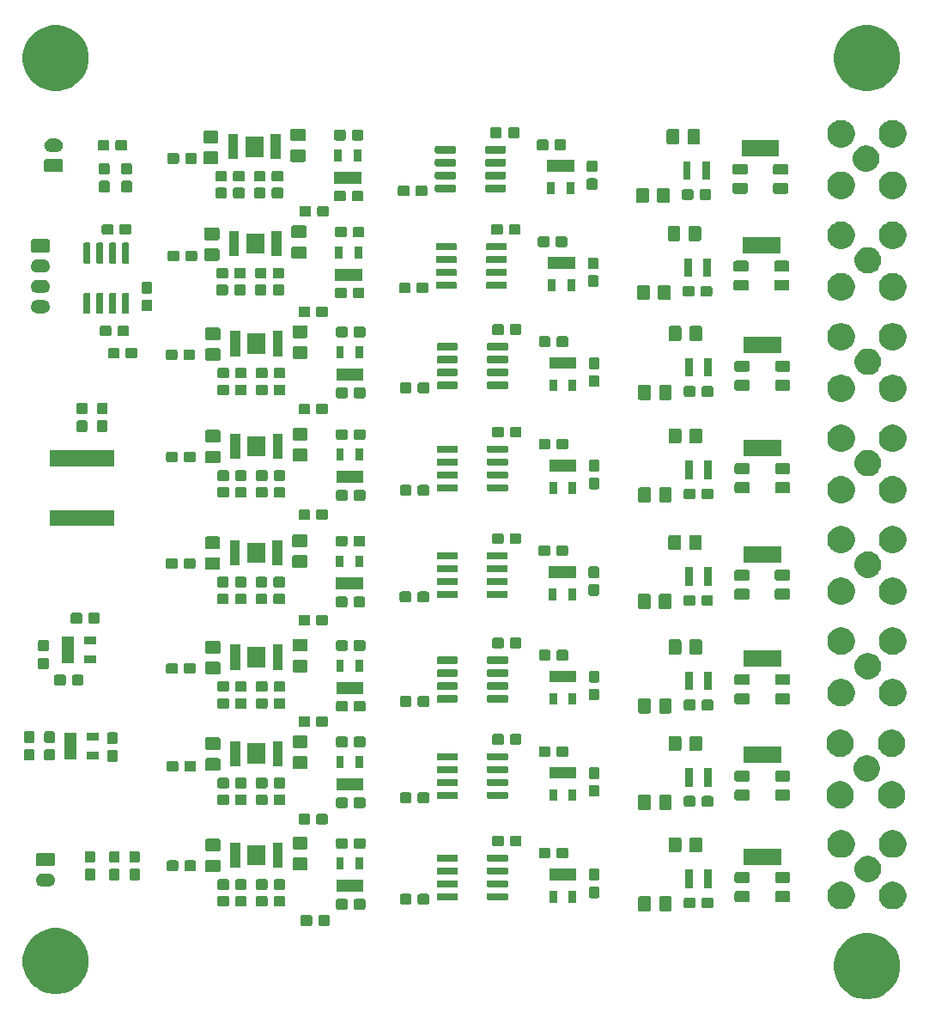
<source format=gts>
G04 #@! TF.GenerationSoftware,KiCad,Pcbnew,(5.1.5-0)*
G04 #@! TF.CreationDate,2020-03-26T07:19:41-06:00*
G04 #@! TF.ProjectId,8ch_v3,3863685f-7633-42e6-9b69-6361645f7063,rev?*
G04 #@! TF.SameCoordinates,Original*
G04 #@! TF.FileFunction,Soldermask,Top*
G04 #@! TF.FilePolarity,Negative*
%FSLAX46Y46*%
G04 Gerber Fmt 4.6, Leading zero omitted, Abs format (unit mm)*
G04 Created by KiCad (PCBNEW (5.1.5-0)) date 2020-03-26 07:19:41*
%MOMM*%
%LPD*%
G04 APERTURE LIST*
%ADD10C,0.100000*%
G04 APERTURE END LIST*
D10*
G36*
X225634239Y-126311467D02*
G01*
X225948282Y-126373934D01*
X226539926Y-126619001D01*
X226851758Y-126827361D01*
X227072391Y-126974783D01*
X227525217Y-127427609D01*
X227550490Y-127465433D01*
X227880999Y-127960074D01*
X228126066Y-128551718D01*
X228251000Y-129179804D01*
X228251000Y-129820196D01*
X228126066Y-130448282D01*
X227880999Y-131039926D01*
X227663504Y-131365430D01*
X227556738Y-131525217D01*
X227525216Y-131572392D01*
X227072392Y-132025216D01*
X226539926Y-132380999D01*
X225948282Y-132626066D01*
X225634239Y-132688533D01*
X225320197Y-132751000D01*
X224679803Y-132751000D01*
X224365761Y-132688533D01*
X224051718Y-132626066D01*
X223460074Y-132380999D01*
X222927608Y-132025216D01*
X222474784Y-131572392D01*
X222443263Y-131525217D01*
X222336496Y-131365430D01*
X222119001Y-131039926D01*
X221873934Y-130448282D01*
X221749000Y-129820196D01*
X221749000Y-129179804D01*
X221873934Y-128551718D01*
X222119001Y-127960074D01*
X222449510Y-127465433D01*
X222474783Y-127427609D01*
X222927609Y-126974783D01*
X223148242Y-126827361D01*
X223460074Y-126619001D01*
X224051718Y-126373934D01*
X224365761Y-126311467D01*
X224679803Y-126249000D01*
X225320197Y-126249000D01*
X225634239Y-126311467D01*
G37*
G36*
X145634239Y-125811467D02*
G01*
X145948282Y-125873934D01*
X146539926Y-126119001D01*
X146924927Y-126376251D01*
X147072391Y-126474783D01*
X147525217Y-126927609D01*
X147556738Y-126974784D01*
X147880999Y-127460074D01*
X148126066Y-128051718D01*
X148251000Y-128679804D01*
X148251000Y-129320196D01*
X148126066Y-129948282D01*
X147880999Y-130539926D01*
X147626503Y-130920805D01*
X147525217Y-131072391D01*
X147072391Y-131525217D01*
X146966477Y-131595986D01*
X146539926Y-131880999D01*
X145948282Y-132126066D01*
X145634239Y-132188533D01*
X145320197Y-132251000D01*
X144679803Y-132251000D01*
X144365761Y-132188533D01*
X144051718Y-132126066D01*
X143460074Y-131880999D01*
X143033523Y-131595986D01*
X142927609Y-131525217D01*
X142474783Y-131072391D01*
X142373497Y-130920805D01*
X142119001Y-130539926D01*
X141873934Y-129948282D01*
X141749000Y-129320196D01*
X141749000Y-128679804D01*
X141873934Y-128051718D01*
X142119001Y-127460074D01*
X142443262Y-126974784D01*
X142474783Y-126927609D01*
X142927609Y-126474783D01*
X143075073Y-126376251D01*
X143460074Y-126119001D01*
X144051718Y-125873934D01*
X144365761Y-125811467D01*
X144679803Y-125749000D01*
X145320197Y-125749000D01*
X145634239Y-125811467D01*
G37*
G36*
X170139499Y-124478445D02*
G01*
X170176995Y-124489820D01*
X170211554Y-124508292D01*
X170241847Y-124533153D01*
X170266708Y-124563446D01*
X170285180Y-124598005D01*
X170296555Y-124635501D01*
X170301000Y-124680638D01*
X170301000Y-125319362D01*
X170296555Y-125364499D01*
X170285180Y-125401995D01*
X170266708Y-125436554D01*
X170241847Y-125466847D01*
X170211554Y-125491708D01*
X170176995Y-125510180D01*
X170139499Y-125521555D01*
X170094362Y-125526000D01*
X169355638Y-125526000D01*
X169310501Y-125521555D01*
X169273005Y-125510180D01*
X169238446Y-125491708D01*
X169208153Y-125466847D01*
X169183292Y-125436554D01*
X169164820Y-125401995D01*
X169153445Y-125364499D01*
X169149000Y-125319362D01*
X169149000Y-124680638D01*
X169153445Y-124635501D01*
X169164820Y-124598005D01*
X169183292Y-124563446D01*
X169208153Y-124533153D01*
X169238446Y-124508292D01*
X169273005Y-124489820D01*
X169310501Y-124478445D01*
X169355638Y-124474000D01*
X170094362Y-124474000D01*
X170139499Y-124478445D01*
G37*
G36*
X171889499Y-124478445D02*
G01*
X171926995Y-124489820D01*
X171961554Y-124508292D01*
X171991847Y-124533153D01*
X172016708Y-124563446D01*
X172035180Y-124598005D01*
X172046555Y-124635501D01*
X172051000Y-124680638D01*
X172051000Y-125319362D01*
X172046555Y-125364499D01*
X172035180Y-125401995D01*
X172016708Y-125436554D01*
X171991847Y-125466847D01*
X171961554Y-125491708D01*
X171926995Y-125510180D01*
X171889499Y-125521555D01*
X171844362Y-125526000D01*
X171105638Y-125526000D01*
X171060501Y-125521555D01*
X171023005Y-125510180D01*
X170988446Y-125491708D01*
X170958153Y-125466847D01*
X170933292Y-125436554D01*
X170914820Y-125401995D01*
X170903445Y-125364499D01*
X170899000Y-125319362D01*
X170899000Y-124680638D01*
X170903445Y-124635501D01*
X170914820Y-124598005D01*
X170933292Y-124563446D01*
X170958153Y-124533153D01*
X170988446Y-124508292D01*
X171023005Y-124489820D01*
X171060501Y-124478445D01*
X171105638Y-124474000D01*
X171844362Y-124474000D01*
X171889499Y-124478445D01*
G37*
G36*
X205588674Y-122603465D02*
G01*
X205626367Y-122614899D01*
X205661103Y-122633466D01*
X205691548Y-122658452D01*
X205716534Y-122688897D01*
X205735101Y-122723633D01*
X205746535Y-122761326D01*
X205751000Y-122806661D01*
X205751000Y-123893339D01*
X205746535Y-123938674D01*
X205735101Y-123976367D01*
X205716534Y-124011103D01*
X205691548Y-124041548D01*
X205661103Y-124066534D01*
X205626367Y-124085101D01*
X205588674Y-124096535D01*
X205543339Y-124101000D01*
X204706661Y-124101000D01*
X204661326Y-124096535D01*
X204623633Y-124085101D01*
X204588897Y-124066534D01*
X204558452Y-124041548D01*
X204533466Y-124011103D01*
X204514899Y-123976367D01*
X204503465Y-123938674D01*
X204499000Y-123893339D01*
X204499000Y-122806661D01*
X204503465Y-122761326D01*
X204514899Y-122723633D01*
X204533466Y-122688897D01*
X204558452Y-122658452D01*
X204588897Y-122633466D01*
X204623633Y-122614899D01*
X204661326Y-122603465D01*
X204706661Y-122599000D01*
X205543339Y-122599000D01*
X205588674Y-122603465D01*
G37*
G36*
X203538674Y-122603465D02*
G01*
X203576367Y-122614899D01*
X203611103Y-122633466D01*
X203641548Y-122658452D01*
X203666534Y-122688897D01*
X203685101Y-122723633D01*
X203696535Y-122761326D01*
X203701000Y-122806661D01*
X203701000Y-123893339D01*
X203696535Y-123938674D01*
X203685101Y-123976367D01*
X203666534Y-124011103D01*
X203641548Y-124041548D01*
X203611103Y-124066534D01*
X203576367Y-124085101D01*
X203538674Y-124096535D01*
X203493339Y-124101000D01*
X202656661Y-124101000D01*
X202611326Y-124096535D01*
X202573633Y-124085101D01*
X202538897Y-124066534D01*
X202508452Y-124041548D01*
X202483466Y-124011103D01*
X202464899Y-123976367D01*
X202453465Y-123938674D01*
X202449000Y-123893339D01*
X202449000Y-122806661D01*
X202453465Y-122761326D01*
X202464899Y-122723633D01*
X202483466Y-122688897D01*
X202508452Y-122658452D01*
X202538897Y-122633466D01*
X202573633Y-122614899D01*
X202611326Y-122603465D01*
X202656661Y-122599000D01*
X203493339Y-122599000D01*
X203538674Y-122603465D01*
G37*
G36*
X175389499Y-122878445D02*
G01*
X175426995Y-122889820D01*
X175461554Y-122908292D01*
X175491847Y-122933153D01*
X175516708Y-122963446D01*
X175535180Y-122998005D01*
X175546555Y-123035501D01*
X175551000Y-123080638D01*
X175551000Y-123719362D01*
X175546555Y-123764499D01*
X175535180Y-123801995D01*
X175516708Y-123836554D01*
X175491847Y-123866847D01*
X175461554Y-123891708D01*
X175426995Y-123910180D01*
X175389499Y-123921555D01*
X175344362Y-123926000D01*
X174605638Y-123926000D01*
X174560501Y-123921555D01*
X174523005Y-123910180D01*
X174488446Y-123891708D01*
X174458153Y-123866847D01*
X174433292Y-123836554D01*
X174414820Y-123801995D01*
X174403445Y-123764499D01*
X174399000Y-123719362D01*
X174399000Y-123080638D01*
X174403445Y-123035501D01*
X174414820Y-122998005D01*
X174433292Y-122963446D01*
X174458153Y-122933153D01*
X174488446Y-122908292D01*
X174523005Y-122889820D01*
X174560501Y-122878445D01*
X174605638Y-122874000D01*
X175344362Y-122874000D01*
X175389499Y-122878445D01*
G37*
G36*
X173639499Y-122878445D02*
G01*
X173676995Y-122889820D01*
X173711554Y-122908292D01*
X173741847Y-122933153D01*
X173766708Y-122963446D01*
X173785180Y-122998005D01*
X173796555Y-123035501D01*
X173801000Y-123080638D01*
X173801000Y-123719362D01*
X173796555Y-123764499D01*
X173785180Y-123801995D01*
X173766708Y-123836554D01*
X173741847Y-123866847D01*
X173711554Y-123891708D01*
X173676995Y-123910180D01*
X173639499Y-123921555D01*
X173594362Y-123926000D01*
X172855638Y-123926000D01*
X172810501Y-123921555D01*
X172773005Y-123910180D01*
X172738446Y-123891708D01*
X172708153Y-123866847D01*
X172683292Y-123836554D01*
X172664820Y-123801995D01*
X172653445Y-123764499D01*
X172649000Y-123719362D01*
X172649000Y-123080638D01*
X172653445Y-123035501D01*
X172664820Y-122998005D01*
X172683292Y-122963446D01*
X172708153Y-122933153D01*
X172738446Y-122908292D01*
X172773005Y-122889820D01*
X172810501Y-122878445D01*
X172855638Y-122874000D01*
X173594362Y-122874000D01*
X173639499Y-122878445D01*
G37*
G36*
X222854072Y-121240918D02*
G01*
X222999124Y-121301000D01*
X223099939Y-121342759D01*
X223130869Y-121363426D01*
X223321211Y-121490609D01*
X223509391Y-121678789D01*
X223566534Y-121764309D01*
X223630935Y-121860691D01*
X223657242Y-121900063D01*
X223759082Y-122145928D01*
X223811000Y-122406937D01*
X223811000Y-122673063D01*
X223759082Y-122934072D01*
X223660764Y-123171435D01*
X223657241Y-123179939D01*
X223630899Y-123219362D01*
X223509391Y-123401211D01*
X223321211Y-123589391D01*
X223290098Y-123610180D01*
X223099939Y-123737241D01*
X223099938Y-123737242D01*
X223099937Y-123737242D01*
X222854072Y-123839082D01*
X222593063Y-123891000D01*
X222326937Y-123891000D01*
X222065928Y-123839082D01*
X221820063Y-123737242D01*
X221820062Y-123737242D01*
X221820061Y-123737241D01*
X221629902Y-123610180D01*
X221598789Y-123589391D01*
X221410609Y-123401211D01*
X221289101Y-123219362D01*
X221262759Y-123179939D01*
X221259237Y-123171435D01*
X221160918Y-122934072D01*
X221109000Y-122673063D01*
X221109000Y-122406937D01*
X221160918Y-122145928D01*
X221262758Y-121900063D01*
X221289066Y-121860691D01*
X221353466Y-121764309D01*
X221410609Y-121678789D01*
X221598789Y-121490609D01*
X221789131Y-121363426D01*
X221820061Y-121342759D01*
X221920877Y-121301000D01*
X222065928Y-121240918D01*
X222326937Y-121189000D01*
X222593063Y-121189000D01*
X222854072Y-121240918D01*
G37*
G36*
X227934072Y-121240918D02*
G01*
X228079124Y-121301000D01*
X228179939Y-121342759D01*
X228210869Y-121363426D01*
X228401211Y-121490609D01*
X228589391Y-121678789D01*
X228646534Y-121764309D01*
X228710935Y-121860691D01*
X228737242Y-121900063D01*
X228839082Y-122145928D01*
X228891000Y-122406937D01*
X228891000Y-122673063D01*
X228839082Y-122934072D01*
X228740764Y-123171435D01*
X228737241Y-123179939D01*
X228710899Y-123219362D01*
X228589391Y-123401211D01*
X228401211Y-123589391D01*
X228370098Y-123610180D01*
X228179939Y-123737241D01*
X228179938Y-123737242D01*
X228179937Y-123737242D01*
X227934072Y-123839082D01*
X227673063Y-123891000D01*
X227406937Y-123891000D01*
X227145928Y-123839082D01*
X226900063Y-123737242D01*
X226900062Y-123737242D01*
X226900061Y-123737241D01*
X226709902Y-123610180D01*
X226678789Y-123589391D01*
X226490609Y-123401211D01*
X226369101Y-123219362D01*
X226342759Y-123179939D01*
X226339237Y-123171435D01*
X226240918Y-122934072D01*
X226189000Y-122673063D01*
X226189000Y-122406937D01*
X226240918Y-122145928D01*
X226342758Y-121900063D01*
X226369066Y-121860691D01*
X226433466Y-121764309D01*
X226490609Y-121678789D01*
X226678789Y-121490609D01*
X226869131Y-121363426D01*
X226900061Y-121342759D01*
X227000877Y-121301000D01*
X227145928Y-121240918D01*
X227406937Y-121189000D01*
X227673063Y-121189000D01*
X227934072Y-121240918D01*
G37*
G36*
X209689499Y-122728445D02*
G01*
X209726995Y-122739820D01*
X209761554Y-122758292D01*
X209791847Y-122783153D01*
X209816708Y-122813446D01*
X209835180Y-122848005D01*
X209846555Y-122885501D01*
X209851000Y-122930638D01*
X209851000Y-123569362D01*
X209846555Y-123614499D01*
X209835180Y-123651995D01*
X209816708Y-123686554D01*
X209791847Y-123716847D01*
X209761554Y-123741708D01*
X209726995Y-123760180D01*
X209689499Y-123771555D01*
X209644362Y-123776000D01*
X208905638Y-123776000D01*
X208860501Y-123771555D01*
X208823005Y-123760180D01*
X208788446Y-123741708D01*
X208758153Y-123716847D01*
X208733292Y-123686554D01*
X208714820Y-123651995D01*
X208703445Y-123614499D01*
X208699000Y-123569362D01*
X208699000Y-122930638D01*
X208703445Y-122885501D01*
X208714820Y-122848005D01*
X208733292Y-122813446D01*
X208758153Y-122783153D01*
X208788446Y-122758292D01*
X208823005Y-122739820D01*
X208860501Y-122728445D01*
X208905638Y-122724000D01*
X209644362Y-122724000D01*
X209689499Y-122728445D01*
G37*
G36*
X207939499Y-122728445D02*
G01*
X207976995Y-122739820D01*
X208011554Y-122758292D01*
X208041847Y-122783153D01*
X208066708Y-122813446D01*
X208085180Y-122848005D01*
X208096555Y-122885501D01*
X208101000Y-122930638D01*
X208101000Y-123569362D01*
X208096555Y-123614499D01*
X208085180Y-123651995D01*
X208066708Y-123686554D01*
X208041847Y-123716847D01*
X208011554Y-123741708D01*
X207976995Y-123760180D01*
X207939499Y-123771555D01*
X207894362Y-123776000D01*
X207155638Y-123776000D01*
X207110501Y-123771555D01*
X207073005Y-123760180D01*
X207038446Y-123741708D01*
X207008153Y-123716847D01*
X206983292Y-123686554D01*
X206964820Y-123651995D01*
X206953445Y-123614499D01*
X206949000Y-123569362D01*
X206949000Y-122930638D01*
X206953445Y-122885501D01*
X206964820Y-122848005D01*
X206983292Y-122813446D01*
X207008153Y-122783153D01*
X207038446Y-122758292D01*
X207073005Y-122739820D01*
X207110501Y-122728445D01*
X207155638Y-122724000D01*
X207894362Y-122724000D01*
X207939499Y-122728445D01*
G37*
G36*
X163689499Y-122578445D02*
G01*
X163726995Y-122589820D01*
X163761554Y-122608292D01*
X163791847Y-122633153D01*
X163816708Y-122663446D01*
X163835180Y-122698005D01*
X163846555Y-122735501D01*
X163851000Y-122780638D01*
X163851000Y-123419362D01*
X163846555Y-123464499D01*
X163835180Y-123501995D01*
X163816708Y-123536554D01*
X163791847Y-123566847D01*
X163761554Y-123591708D01*
X163726995Y-123610180D01*
X163689499Y-123621555D01*
X163644362Y-123626000D01*
X162905638Y-123626000D01*
X162860501Y-123621555D01*
X162823005Y-123610180D01*
X162788446Y-123591708D01*
X162758153Y-123566847D01*
X162733292Y-123536554D01*
X162714820Y-123501995D01*
X162703445Y-123464499D01*
X162699000Y-123419362D01*
X162699000Y-122780638D01*
X162703445Y-122735501D01*
X162714820Y-122698005D01*
X162733292Y-122663446D01*
X162758153Y-122633153D01*
X162788446Y-122608292D01*
X162823005Y-122589820D01*
X162860501Y-122578445D01*
X162905638Y-122574000D01*
X163644362Y-122574000D01*
X163689499Y-122578445D01*
G37*
G36*
X161939499Y-122578445D02*
G01*
X161976995Y-122589820D01*
X162011554Y-122608292D01*
X162041847Y-122633153D01*
X162066708Y-122663446D01*
X162085180Y-122698005D01*
X162096555Y-122735501D01*
X162101000Y-122780638D01*
X162101000Y-123419362D01*
X162096555Y-123464499D01*
X162085180Y-123501995D01*
X162066708Y-123536554D01*
X162041847Y-123566847D01*
X162011554Y-123591708D01*
X161976995Y-123610180D01*
X161939499Y-123621555D01*
X161894362Y-123626000D01*
X161155638Y-123626000D01*
X161110501Y-123621555D01*
X161073005Y-123610180D01*
X161038446Y-123591708D01*
X161008153Y-123566847D01*
X160983292Y-123536554D01*
X160964820Y-123501995D01*
X160953445Y-123464499D01*
X160949000Y-123419362D01*
X160949000Y-122780638D01*
X160953445Y-122735501D01*
X160964820Y-122698005D01*
X160983292Y-122663446D01*
X161008153Y-122633153D01*
X161038446Y-122608292D01*
X161073005Y-122589820D01*
X161110501Y-122578445D01*
X161155638Y-122574000D01*
X161894362Y-122574000D01*
X161939499Y-122578445D01*
G37*
G36*
X165739499Y-122578445D02*
G01*
X165776995Y-122589820D01*
X165811554Y-122608292D01*
X165841847Y-122633153D01*
X165866708Y-122663446D01*
X165885180Y-122698005D01*
X165896555Y-122735501D01*
X165901000Y-122780638D01*
X165901000Y-123419362D01*
X165896555Y-123464499D01*
X165885180Y-123501995D01*
X165866708Y-123536554D01*
X165841847Y-123566847D01*
X165811554Y-123591708D01*
X165776995Y-123610180D01*
X165739499Y-123621555D01*
X165694362Y-123626000D01*
X164955638Y-123626000D01*
X164910501Y-123621555D01*
X164873005Y-123610180D01*
X164838446Y-123591708D01*
X164808153Y-123566847D01*
X164783292Y-123536554D01*
X164764820Y-123501995D01*
X164753445Y-123464499D01*
X164749000Y-123419362D01*
X164749000Y-122780638D01*
X164753445Y-122735501D01*
X164764820Y-122698005D01*
X164783292Y-122663446D01*
X164808153Y-122633153D01*
X164838446Y-122608292D01*
X164873005Y-122589820D01*
X164910501Y-122578445D01*
X164955638Y-122574000D01*
X165694362Y-122574000D01*
X165739499Y-122578445D01*
G37*
G36*
X167489499Y-122578445D02*
G01*
X167526995Y-122589820D01*
X167561554Y-122608292D01*
X167591847Y-122633153D01*
X167616708Y-122663446D01*
X167635180Y-122698005D01*
X167646555Y-122735501D01*
X167651000Y-122780638D01*
X167651000Y-123419362D01*
X167646555Y-123464499D01*
X167635180Y-123501995D01*
X167616708Y-123536554D01*
X167591847Y-123566847D01*
X167561554Y-123591708D01*
X167526995Y-123610180D01*
X167489499Y-123621555D01*
X167444362Y-123626000D01*
X166705638Y-123626000D01*
X166660501Y-123621555D01*
X166623005Y-123610180D01*
X166588446Y-123591708D01*
X166558153Y-123566847D01*
X166533292Y-123536554D01*
X166514820Y-123501995D01*
X166503445Y-123464499D01*
X166499000Y-123419362D01*
X166499000Y-122780638D01*
X166503445Y-122735501D01*
X166514820Y-122698005D01*
X166533292Y-122663446D01*
X166558153Y-122633153D01*
X166588446Y-122608292D01*
X166623005Y-122589820D01*
X166660501Y-122578445D01*
X166705638Y-122574000D01*
X167444362Y-122574000D01*
X167489499Y-122578445D01*
G37*
G36*
X181689499Y-122378445D02*
G01*
X181726995Y-122389820D01*
X181761554Y-122408292D01*
X181791847Y-122433153D01*
X181816708Y-122463446D01*
X181835180Y-122498005D01*
X181846555Y-122535501D01*
X181851000Y-122580638D01*
X181851000Y-123219362D01*
X181846555Y-123264499D01*
X181835180Y-123301995D01*
X181816708Y-123336554D01*
X181791847Y-123366847D01*
X181761554Y-123391708D01*
X181726995Y-123410180D01*
X181689499Y-123421555D01*
X181644362Y-123426000D01*
X180905638Y-123426000D01*
X180860501Y-123421555D01*
X180823005Y-123410180D01*
X180788446Y-123391708D01*
X180758153Y-123366847D01*
X180733292Y-123336554D01*
X180714820Y-123301995D01*
X180703445Y-123264499D01*
X180699000Y-123219362D01*
X180699000Y-122580638D01*
X180703445Y-122535501D01*
X180714820Y-122498005D01*
X180733292Y-122463446D01*
X180758153Y-122433153D01*
X180788446Y-122408292D01*
X180823005Y-122389820D01*
X180860501Y-122378445D01*
X180905638Y-122374000D01*
X181644362Y-122374000D01*
X181689499Y-122378445D01*
G37*
G36*
X179939499Y-122378445D02*
G01*
X179976995Y-122389820D01*
X180011554Y-122408292D01*
X180041847Y-122433153D01*
X180066708Y-122463446D01*
X180085180Y-122498005D01*
X180096555Y-122535501D01*
X180101000Y-122580638D01*
X180101000Y-123219362D01*
X180096555Y-123264499D01*
X180085180Y-123301995D01*
X180066708Y-123336554D01*
X180041847Y-123366847D01*
X180011554Y-123391708D01*
X179976995Y-123410180D01*
X179939499Y-123421555D01*
X179894362Y-123426000D01*
X179155638Y-123426000D01*
X179110501Y-123421555D01*
X179073005Y-123410180D01*
X179038446Y-123391708D01*
X179008153Y-123366847D01*
X178983292Y-123336554D01*
X178964820Y-123301995D01*
X178953445Y-123264499D01*
X178949000Y-123219362D01*
X178949000Y-122580638D01*
X178953445Y-122535501D01*
X178964820Y-122498005D01*
X178983292Y-122463446D01*
X179008153Y-122433153D01*
X179038446Y-122408292D01*
X179073005Y-122389820D01*
X179110501Y-122378445D01*
X179155638Y-122374000D01*
X179894362Y-122374000D01*
X179939499Y-122378445D01*
G37*
G36*
X196326000Y-123231000D02*
G01*
X195574000Y-123231000D01*
X195574000Y-122069000D01*
X196326000Y-122069000D01*
X196326000Y-123231000D01*
G37*
G36*
X194426000Y-123231000D02*
G01*
X193674000Y-123231000D01*
X193674000Y-122069000D01*
X194426000Y-122069000D01*
X194426000Y-123231000D01*
G37*
G36*
X213284468Y-122103565D02*
G01*
X213323138Y-122115296D01*
X213358777Y-122134346D01*
X213390017Y-122159983D01*
X213415654Y-122191223D01*
X213434704Y-122226862D01*
X213446435Y-122265532D01*
X213451000Y-122311888D01*
X213451000Y-122963112D01*
X213446435Y-123009468D01*
X213434704Y-123048138D01*
X213415654Y-123083777D01*
X213390017Y-123115017D01*
X213358777Y-123140654D01*
X213323138Y-123159704D01*
X213284468Y-123171435D01*
X213238112Y-123176000D01*
X212161888Y-123176000D01*
X212115532Y-123171435D01*
X212076862Y-123159704D01*
X212041223Y-123140654D01*
X212009983Y-123115017D01*
X211984346Y-123083777D01*
X211965296Y-123048138D01*
X211953565Y-123009468D01*
X211949000Y-122963112D01*
X211949000Y-122311888D01*
X211953565Y-122265532D01*
X211965296Y-122226862D01*
X211984346Y-122191223D01*
X212009983Y-122159983D01*
X212041223Y-122134346D01*
X212076862Y-122115296D01*
X212115532Y-122103565D01*
X212161888Y-122099000D01*
X213238112Y-122099000D01*
X213284468Y-122103565D01*
G37*
G36*
X217284468Y-122103565D02*
G01*
X217323138Y-122115296D01*
X217358777Y-122134346D01*
X217390017Y-122159983D01*
X217415654Y-122191223D01*
X217434704Y-122226862D01*
X217446435Y-122265532D01*
X217451000Y-122311888D01*
X217451000Y-122963112D01*
X217446435Y-123009468D01*
X217434704Y-123048138D01*
X217415654Y-123083777D01*
X217390017Y-123115017D01*
X217358777Y-123140654D01*
X217323138Y-123159704D01*
X217284468Y-123171435D01*
X217238112Y-123176000D01*
X216161888Y-123176000D01*
X216115532Y-123171435D01*
X216076862Y-123159704D01*
X216041223Y-123140654D01*
X216009983Y-123115017D01*
X215984346Y-123083777D01*
X215965296Y-123048138D01*
X215953565Y-123009468D01*
X215949000Y-122963112D01*
X215949000Y-122311888D01*
X215953565Y-122265532D01*
X215965296Y-122226862D01*
X215984346Y-122191223D01*
X216009983Y-122159983D01*
X216041223Y-122134346D01*
X216076862Y-122115296D01*
X216115532Y-122103565D01*
X216161888Y-122099000D01*
X217238112Y-122099000D01*
X217284468Y-122103565D01*
G37*
G36*
X184559928Y-122306764D02*
G01*
X184581009Y-122313160D01*
X184600445Y-122323548D01*
X184617476Y-122337524D01*
X184631452Y-122354555D01*
X184641840Y-122373991D01*
X184648236Y-122395072D01*
X184651000Y-122423140D01*
X184651000Y-122886860D01*
X184648236Y-122914928D01*
X184641840Y-122936009D01*
X184631452Y-122955445D01*
X184617476Y-122972476D01*
X184600445Y-122986452D01*
X184581009Y-122996840D01*
X184559928Y-123003236D01*
X184531860Y-123006000D01*
X182718140Y-123006000D01*
X182690072Y-123003236D01*
X182668991Y-122996840D01*
X182649555Y-122986452D01*
X182632524Y-122972476D01*
X182618548Y-122955445D01*
X182608160Y-122936009D01*
X182601764Y-122914928D01*
X182599000Y-122886860D01*
X182599000Y-122423140D01*
X182601764Y-122395072D01*
X182608160Y-122373991D01*
X182618548Y-122354555D01*
X182632524Y-122337524D01*
X182649555Y-122323548D01*
X182668991Y-122313160D01*
X182690072Y-122306764D01*
X182718140Y-122304000D01*
X184531860Y-122304000D01*
X184559928Y-122306764D01*
G37*
G36*
X189509928Y-122306764D02*
G01*
X189531009Y-122313160D01*
X189550445Y-122323548D01*
X189567476Y-122337524D01*
X189581452Y-122354555D01*
X189591840Y-122373991D01*
X189598236Y-122395072D01*
X189601000Y-122423140D01*
X189601000Y-122886860D01*
X189598236Y-122914928D01*
X189591840Y-122936009D01*
X189581452Y-122955445D01*
X189567476Y-122972476D01*
X189550445Y-122986452D01*
X189531009Y-122996840D01*
X189509928Y-123003236D01*
X189481860Y-123006000D01*
X187668140Y-123006000D01*
X187640072Y-123003236D01*
X187618991Y-122996840D01*
X187599555Y-122986452D01*
X187582524Y-122972476D01*
X187568548Y-122955445D01*
X187558160Y-122936009D01*
X187551764Y-122914928D01*
X187549000Y-122886860D01*
X187549000Y-122423140D01*
X187551764Y-122395072D01*
X187558160Y-122373991D01*
X187568548Y-122354555D01*
X187582524Y-122337524D01*
X187599555Y-122323548D01*
X187618991Y-122313160D01*
X187640072Y-122306764D01*
X187668140Y-122304000D01*
X189481860Y-122304000D01*
X189509928Y-122306764D01*
G37*
G36*
X198464499Y-121653445D02*
G01*
X198501995Y-121664820D01*
X198536554Y-121683292D01*
X198566847Y-121708153D01*
X198591708Y-121738446D01*
X198610180Y-121773005D01*
X198621555Y-121810501D01*
X198626000Y-121855638D01*
X198626000Y-122594362D01*
X198621555Y-122639499D01*
X198610180Y-122676995D01*
X198591708Y-122711554D01*
X198566847Y-122741847D01*
X198536554Y-122766708D01*
X198501995Y-122785180D01*
X198464499Y-122796555D01*
X198419362Y-122801000D01*
X197780638Y-122801000D01*
X197735501Y-122796555D01*
X197698005Y-122785180D01*
X197663446Y-122766708D01*
X197633153Y-122741847D01*
X197608292Y-122711554D01*
X197589820Y-122676995D01*
X197578445Y-122639499D01*
X197574000Y-122594362D01*
X197574000Y-121855638D01*
X197578445Y-121810501D01*
X197589820Y-121773005D01*
X197608292Y-121738446D01*
X197633153Y-121708153D01*
X197663446Y-121683292D01*
X197698005Y-121664820D01*
X197735501Y-121653445D01*
X197780638Y-121649000D01*
X198419362Y-121649000D01*
X198464499Y-121653445D01*
G37*
G36*
X175326000Y-122181000D02*
G01*
X172674000Y-122181000D01*
X172674000Y-121019000D01*
X175326000Y-121019000D01*
X175326000Y-122181000D01*
G37*
G36*
X167489499Y-120928445D02*
G01*
X167526995Y-120939820D01*
X167561554Y-120958292D01*
X167591847Y-120983153D01*
X167616708Y-121013446D01*
X167635180Y-121048005D01*
X167646555Y-121085501D01*
X167651000Y-121130638D01*
X167651000Y-121769362D01*
X167646555Y-121814499D01*
X167635180Y-121851995D01*
X167616708Y-121886554D01*
X167591847Y-121916847D01*
X167561554Y-121941708D01*
X167526995Y-121960180D01*
X167489499Y-121971555D01*
X167444362Y-121976000D01*
X166705638Y-121976000D01*
X166660501Y-121971555D01*
X166623005Y-121960180D01*
X166588446Y-121941708D01*
X166558153Y-121916847D01*
X166533292Y-121886554D01*
X166514820Y-121851995D01*
X166503445Y-121814499D01*
X166499000Y-121769362D01*
X166499000Y-121130638D01*
X166503445Y-121085501D01*
X166514820Y-121048005D01*
X166533292Y-121013446D01*
X166558153Y-120983153D01*
X166588446Y-120958292D01*
X166623005Y-120939820D01*
X166660501Y-120928445D01*
X166705638Y-120924000D01*
X167444362Y-120924000D01*
X167489499Y-120928445D01*
G37*
G36*
X165739499Y-120928445D02*
G01*
X165776995Y-120939820D01*
X165811554Y-120958292D01*
X165841847Y-120983153D01*
X165866708Y-121013446D01*
X165885180Y-121048005D01*
X165896555Y-121085501D01*
X165901000Y-121130638D01*
X165901000Y-121769362D01*
X165896555Y-121814499D01*
X165885180Y-121851995D01*
X165866708Y-121886554D01*
X165841847Y-121916847D01*
X165811554Y-121941708D01*
X165776995Y-121960180D01*
X165739499Y-121971555D01*
X165694362Y-121976000D01*
X164955638Y-121976000D01*
X164910501Y-121971555D01*
X164873005Y-121960180D01*
X164838446Y-121941708D01*
X164808153Y-121916847D01*
X164783292Y-121886554D01*
X164764820Y-121851995D01*
X164753445Y-121814499D01*
X164749000Y-121769362D01*
X164749000Y-121130638D01*
X164753445Y-121085501D01*
X164764820Y-121048005D01*
X164783292Y-121013446D01*
X164808153Y-120983153D01*
X164838446Y-120958292D01*
X164873005Y-120939820D01*
X164910501Y-120928445D01*
X164955638Y-120924000D01*
X165694362Y-120924000D01*
X165739499Y-120928445D01*
G37*
G36*
X163689499Y-120928445D02*
G01*
X163726995Y-120939820D01*
X163761554Y-120958292D01*
X163791847Y-120983153D01*
X163816708Y-121013446D01*
X163835180Y-121048005D01*
X163846555Y-121085501D01*
X163851000Y-121130638D01*
X163851000Y-121769362D01*
X163846555Y-121814499D01*
X163835180Y-121851995D01*
X163816708Y-121886554D01*
X163791847Y-121916847D01*
X163761554Y-121941708D01*
X163726995Y-121960180D01*
X163689499Y-121971555D01*
X163644362Y-121976000D01*
X162905638Y-121976000D01*
X162860501Y-121971555D01*
X162823005Y-121960180D01*
X162788446Y-121941708D01*
X162758153Y-121916847D01*
X162733292Y-121886554D01*
X162714820Y-121851995D01*
X162703445Y-121814499D01*
X162699000Y-121769362D01*
X162699000Y-121130638D01*
X162703445Y-121085501D01*
X162714820Y-121048005D01*
X162733292Y-121013446D01*
X162758153Y-120983153D01*
X162788446Y-120958292D01*
X162823005Y-120939820D01*
X162860501Y-120928445D01*
X162905638Y-120924000D01*
X163644362Y-120924000D01*
X163689499Y-120928445D01*
G37*
G36*
X161939499Y-120928445D02*
G01*
X161976995Y-120939820D01*
X162011554Y-120958292D01*
X162041847Y-120983153D01*
X162066708Y-121013446D01*
X162085180Y-121048005D01*
X162096555Y-121085501D01*
X162101000Y-121130638D01*
X162101000Y-121769362D01*
X162096555Y-121814499D01*
X162085180Y-121851995D01*
X162066708Y-121886554D01*
X162041847Y-121916847D01*
X162011554Y-121941708D01*
X161976995Y-121960180D01*
X161939499Y-121971555D01*
X161894362Y-121976000D01*
X161155638Y-121976000D01*
X161110501Y-121971555D01*
X161073005Y-121960180D01*
X161038446Y-121941708D01*
X161008153Y-121916847D01*
X160983292Y-121886554D01*
X160964820Y-121851995D01*
X160953445Y-121814499D01*
X160949000Y-121769362D01*
X160949000Y-121130638D01*
X160953445Y-121085501D01*
X160964820Y-121048005D01*
X160983292Y-121013446D01*
X161008153Y-120983153D01*
X161038446Y-120958292D01*
X161073005Y-120939820D01*
X161110501Y-120928445D01*
X161155638Y-120924000D01*
X161894362Y-120924000D01*
X161939499Y-120928445D01*
G37*
G36*
X209726000Y-121801000D02*
G01*
X208974000Y-121801000D01*
X208974000Y-119999000D01*
X209726000Y-119999000D01*
X209726000Y-121801000D01*
G37*
G36*
X207826000Y-121801000D02*
G01*
X207074000Y-121801000D01*
X207074000Y-119999000D01*
X207826000Y-119999000D01*
X207826000Y-121801000D01*
G37*
G36*
X184559928Y-121036764D02*
G01*
X184581009Y-121043160D01*
X184600445Y-121053548D01*
X184617476Y-121067524D01*
X184631452Y-121084555D01*
X184641840Y-121103991D01*
X184648236Y-121125072D01*
X184651000Y-121153140D01*
X184651000Y-121616860D01*
X184648236Y-121644928D01*
X184641840Y-121666009D01*
X184631452Y-121685445D01*
X184617476Y-121702476D01*
X184600445Y-121716452D01*
X184581009Y-121726840D01*
X184559928Y-121733236D01*
X184531860Y-121736000D01*
X182718140Y-121736000D01*
X182690072Y-121733236D01*
X182668991Y-121726840D01*
X182649555Y-121716452D01*
X182632524Y-121702476D01*
X182618548Y-121685445D01*
X182608160Y-121666009D01*
X182601764Y-121644928D01*
X182599000Y-121616860D01*
X182599000Y-121153140D01*
X182601764Y-121125072D01*
X182608160Y-121103991D01*
X182618548Y-121084555D01*
X182632524Y-121067524D01*
X182649555Y-121053548D01*
X182668991Y-121043160D01*
X182690072Y-121036764D01*
X182718140Y-121034000D01*
X184531860Y-121034000D01*
X184559928Y-121036764D01*
G37*
G36*
X189509928Y-121036764D02*
G01*
X189531009Y-121043160D01*
X189550445Y-121053548D01*
X189567476Y-121067524D01*
X189581452Y-121084555D01*
X189591840Y-121103991D01*
X189598236Y-121125072D01*
X189601000Y-121153140D01*
X189601000Y-121616860D01*
X189598236Y-121644928D01*
X189591840Y-121666009D01*
X189581452Y-121685445D01*
X189567476Y-121702476D01*
X189550445Y-121716452D01*
X189531009Y-121726840D01*
X189509928Y-121733236D01*
X189481860Y-121736000D01*
X187668140Y-121736000D01*
X187640072Y-121733236D01*
X187618991Y-121726840D01*
X187599555Y-121716452D01*
X187582524Y-121702476D01*
X187568548Y-121685445D01*
X187558160Y-121666009D01*
X187551764Y-121644928D01*
X187549000Y-121616860D01*
X187549000Y-121153140D01*
X187551764Y-121125072D01*
X187558160Y-121103991D01*
X187568548Y-121084555D01*
X187582524Y-121067524D01*
X187599555Y-121053548D01*
X187618991Y-121043160D01*
X187640072Y-121036764D01*
X187668140Y-121034000D01*
X189481860Y-121034000D01*
X189509928Y-121036764D01*
G37*
G36*
X144336032Y-120351862D02*
G01*
X144402618Y-120358420D01*
X144457037Y-120374928D01*
X144525336Y-120395646D01*
X144638425Y-120456094D01*
X144737554Y-120537446D01*
X144818906Y-120636575D01*
X144879354Y-120749664D01*
X144879355Y-120749668D01*
X144916580Y-120872382D01*
X144929149Y-121000000D01*
X144916580Y-121127618D01*
X144897960Y-121189000D01*
X144879354Y-121250336D01*
X144818906Y-121363425D01*
X144737554Y-121462554D01*
X144638425Y-121543906D01*
X144525336Y-121604354D01*
X144493404Y-121614040D01*
X144402618Y-121641580D01*
X144338855Y-121647860D01*
X144306974Y-121651000D01*
X143693026Y-121651000D01*
X143661145Y-121647860D01*
X143597382Y-121641580D01*
X143506596Y-121614040D01*
X143474664Y-121604354D01*
X143361575Y-121543906D01*
X143262446Y-121462554D01*
X143181094Y-121363425D01*
X143120646Y-121250336D01*
X143102040Y-121189000D01*
X143083420Y-121127618D01*
X143070851Y-121000000D01*
X143083420Y-120872382D01*
X143120645Y-120749668D01*
X143120646Y-120749664D01*
X143181094Y-120636575D01*
X143262446Y-120537446D01*
X143361575Y-120456094D01*
X143474664Y-120395646D01*
X143542963Y-120374928D01*
X143597382Y-120358420D01*
X143663968Y-120351862D01*
X143693026Y-120349000D01*
X144306974Y-120349000D01*
X144336032Y-120351862D01*
G37*
G36*
X217284468Y-120228565D02*
G01*
X217323138Y-120240296D01*
X217358777Y-120259346D01*
X217390017Y-120284983D01*
X217415654Y-120316223D01*
X217434704Y-120351862D01*
X217446435Y-120390532D01*
X217451000Y-120436888D01*
X217451000Y-121088112D01*
X217446435Y-121134468D01*
X217434704Y-121173138D01*
X217415654Y-121208777D01*
X217390017Y-121240017D01*
X217358777Y-121265654D01*
X217323138Y-121284704D01*
X217284468Y-121296435D01*
X217238112Y-121301000D01*
X216161888Y-121301000D01*
X216115532Y-121296435D01*
X216076862Y-121284704D01*
X216041223Y-121265654D01*
X216009983Y-121240017D01*
X215984346Y-121208777D01*
X215965296Y-121173138D01*
X215953565Y-121134468D01*
X215949000Y-121088112D01*
X215949000Y-120436888D01*
X215953565Y-120390532D01*
X215965296Y-120351862D01*
X215984346Y-120316223D01*
X216009983Y-120284983D01*
X216041223Y-120259346D01*
X216076862Y-120240296D01*
X216115532Y-120228565D01*
X216161888Y-120224000D01*
X217238112Y-120224000D01*
X217284468Y-120228565D01*
G37*
G36*
X213284468Y-120228565D02*
G01*
X213323138Y-120240296D01*
X213358777Y-120259346D01*
X213390017Y-120284983D01*
X213415654Y-120316223D01*
X213434704Y-120351862D01*
X213446435Y-120390532D01*
X213451000Y-120436888D01*
X213451000Y-121088112D01*
X213446435Y-121134468D01*
X213434704Y-121173138D01*
X213415654Y-121208777D01*
X213390017Y-121240017D01*
X213358777Y-121265654D01*
X213323138Y-121284704D01*
X213284468Y-121296435D01*
X213238112Y-121301000D01*
X212161888Y-121301000D01*
X212115532Y-121296435D01*
X212076862Y-121284704D01*
X212041223Y-121265654D01*
X212009983Y-121240017D01*
X211984346Y-121208777D01*
X211965296Y-121173138D01*
X211953565Y-121134468D01*
X211949000Y-121088112D01*
X211949000Y-120436888D01*
X211953565Y-120390532D01*
X211965296Y-120351862D01*
X211984346Y-120316223D01*
X212009983Y-120284983D01*
X212041223Y-120259346D01*
X212076862Y-120240296D01*
X212115532Y-120228565D01*
X212161888Y-120224000D01*
X213238112Y-120224000D01*
X213284468Y-120228565D01*
G37*
G36*
X225479487Y-118673996D02*
G01*
X225716253Y-118772068D01*
X225716255Y-118772069D01*
X225929339Y-118914447D01*
X226110553Y-119095661D01*
X226244380Y-119295947D01*
X226252932Y-119308747D01*
X226351004Y-119545513D01*
X226401000Y-119796861D01*
X226401000Y-120053139D01*
X226351004Y-120304487D01*
X226252932Y-120541253D01*
X226252931Y-120541255D01*
X226110553Y-120754339D01*
X225929339Y-120935553D01*
X225716255Y-121077931D01*
X225716254Y-121077932D01*
X225716253Y-121077932D01*
X225479487Y-121176004D01*
X225228139Y-121226000D01*
X224971861Y-121226000D01*
X224720513Y-121176004D01*
X224483747Y-121077932D01*
X224483746Y-121077932D01*
X224483745Y-121077931D01*
X224270661Y-120935553D01*
X224089447Y-120754339D01*
X223947069Y-120541255D01*
X223947068Y-120541253D01*
X223848996Y-120304487D01*
X223799000Y-120053139D01*
X223799000Y-119796861D01*
X223848996Y-119545513D01*
X223947068Y-119308747D01*
X223955621Y-119295947D01*
X224089447Y-119095661D01*
X224270661Y-118914447D01*
X224483745Y-118772069D01*
X224483747Y-118772068D01*
X224720513Y-118673996D01*
X224971861Y-118624000D01*
X225228139Y-118624000D01*
X225479487Y-118673996D01*
G37*
G36*
X151164499Y-119903445D02*
G01*
X151201995Y-119914820D01*
X151236554Y-119933292D01*
X151266847Y-119958153D01*
X151291708Y-119988446D01*
X151310180Y-120023005D01*
X151321555Y-120060501D01*
X151326000Y-120105638D01*
X151326000Y-120844362D01*
X151321555Y-120889499D01*
X151310180Y-120926995D01*
X151291708Y-120961554D01*
X151266847Y-120991847D01*
X151236554Y-121016708D01*
X151201995Y-121035180D01*
X151164499Y-121046555D01*
X151119362Y-121051000D01*
X150480638Y-121051000D01*
X150435501Y-121046555D01*
X150398005Y-121035180D01*
X150363446Y-121016708D01*
X150333153Y-120991847D01*
X150308292Y-120961554D01*
X150289820Y-120926995D01*
X150278445Y-120889499D01*
X150274000Y-120844362D01*
X150274000Y-120105638D01*
X150278445Y-120060501D01*
X150289820Y-120023005D01*
X150308292Y-119988446D01*
X150333153Y-119958153D01*
X150363446Y-119933292D01*
X150398005Y-119914820D01*
X150435501Y-119903445D01*
X150480638Y-119899000D01*
X151119362Y-119899000D01*
X151164499Y-119903445D01*
G37*
G36*
X153164499Y-119903445D02*
G01*
X153201995Y-119914820D01*
X153236554Y-119933292D01*
X153266847Y-119958153D01*
X153291708Y-119988446D01*
X153310180Y-120023005D01*
X153321555Y-120060501D01*
X153326000Y-120105638D01*
X153326000Y-120844362D01*
X153321555Y-120889499D01*
X153310180Y-120926995D01*
X153291708Y-120961554D01*
X153266847Y-120991847D01*
X153236554Y-121016708D01*
X153201995Y-121035180D01*
X153164499Y-121046555D01*
X153119362Y-121051000D01*
X152480638Y-121051000D01*
X152435501Y-121046555D01*
X152398005Y-121035180D01*
X152363446Y-121016708D01*
X152333153Y-120991847D01*
X152308292Y-120961554D01*
X152289820Y-120926995D01*
X152278445Y-120889499D01*
X152274000Y-120844362D01*
X152274000Y-120105638D01*
X152278445Y-120060501D01*
X152289820Y-120023005D01*
X152308292Y-119988446D01*
X152333153Y-119958153D01*
X152363446Y-119933292D01*
X152398005Y-119914820D01*
X152435501Y-119903445D01*
X152480638Y-119899000D01*
X153119362Y-119899000D01*
X153164499Y-119903445D01*
G37*
G36*
X198464499Y-119903445D02*
G01*
X198501995Y-119914820D01*
X198536554Y-119933292D01*
X198566847Y-119958153D01*
X198591708Y-119988446D01*
X198610180Y-120023005D01*
X198621555Y-120060501D01*
X198626000Y-120105638D01*
X198626000Y-120844362D01*
X198621555Y-120889499D01*
X198610180Y-120926995D01*
X198591708Y-120961554D01*
X198566847Y-120991847D01*
X198536554Y-121016708D01*
X198501995Y-121035180D01*
X198464499Y-121046555D01*
X198419362Y-121051000D01*
X197780638Y-121051000D01*
X197735501Y-121046555D01*
X197698005Y-121035180D01*
X197663446Y-121016708D01*
X197633153Y-120991847D01*
X197608292Y-120961554D01*
X197589820Y-120926995D01*
X197578445Y-120889499D01*
X197574000Y-120844362D01*
X197574000Y-120105638D01*
X197578445Y-120060501D01*
X197589820Y-120023005D01*
X197608292Y-119988446D01*
X197633153Y-119958153D01*
X197663446Y-119933292D01*
X197698005Y-119914820D01*
X197735501Y-119903445D01*
X197780638Y-119899000D01*
X198419362Y-119899000D01*
X198464499Y-119903445D01*
G37*
G36*
X148764499Y-119903445D02*
G01*
X148801995Y-119914820D01*
X148836554Y-119933292D01*
X148866847Y-119958153D01*
X148891708Y-119988446D01*
X148910180Y-120023005D01*
X148921555Y-120060501D01*
X148926000Y-120105638D01*
X148926000Y-120844362D01*
X148921555Y-120889499D01*
X148910180Y-120926995D01*
X148891708Y-120961554D01*
X148866847Y-120991847D01*
X148836554Y-121016708D01*
X148801995Y-121035180D01*
X148764499Y-121046555D01*
X148719362Y-121051000D01*
X148080638Y-121051000D01*
X148035501Y-121046555D01*
X147998005Y-121035180D01*
X147963446Y-121016708D01*
X147933153Y-120991847D01*
X147908292Y-120961554D01*
X147889820Y-120926995D01*
X147878445Y-120889499D01*
X147874000Y-120844362D01*
X147874000Y-120105638D01*
X147878445Y-120060501D01*
X147889820Y-120023005D01*
X147908292Y-119988446D01*
X147933153Y-119958153D01*
X147963446Y-119933292D01*
X147998005Y-119914820D01*
X148035501Y-119903445D01*
X148080638Y-119899000D01*
X148719362Y-119899000D01*
X148764499Y-119903445D01*
G37*
G36*
X196326000Y-121031000D02*
G01*
X193674000Y-121031000D01*
X193674000Y-119869000D01*
X196326000Y-119869000D01*
X196326000Y-121031000D01*
G37*
G36*
X189509928Y-119766764D02*
G01*
X189531009Y-119773160D01*
X189550445Y-119783548D01*
X189567476Y-119797524D01*
X189581452Y-119814555D01*
X189591840Y-119833991D01*
X189598236Y-119855072D01*
X189601000Y-119883140D01*
X189601000Y-120346860D01*
X189598236Y-120374928D01*
X189591840Y-120396009D01*
X189581452Y-120415445D01*
X189567476Y-120432476D01*
X189550445Y-120446452D01*
X189531009Y-120456840D01*
X189509928Y-120463236D01*
X189481860Y-120466000D01*
X187668140Y-120466000D01*
X187640072Y-120463236D01*
X187618991Y-120456840D01*
X187599555Y-120446452D01*
X187582524Y-120432476D01*
X187568548Y-120415445D01*
X187558160Y-120396009D01*
X187551764Y-120374928D01*
X187549000Y-120346860D01*
X187549000Y-119883140D01*
X187551764Y-119855072D01*
X187558160Y-119833991D01*
X187568548Y-119814555D01*
X187582524Y-119797524D01*
X187599555Y-119783548D01*
X187618991Y-119773160D01*
X187640072Y-119766764D01*
X187668140Y-119764000D01*
X189481860Y-119764000D01*
X189509928Y-119766764D01*
G37*
G36*
X184559928Y-119766764D02*
G01*
X184581009Y-119773160D01*
X184600445Y-119783548D01*
X184617476Y-119797524D01*
X184631452Y-119814555D01*
X184641840Y-119833991D01*
X184648236Y-119855072D01*
X184651000Y-119883140D01*
X184651000Y-120346860D01*
X184648236Y-120374928D01*
X184641840Y-120396009D01*
X184631452Y-120415445D01*
X184617476Y-120432476D01*
X184600445Y-120446452D01*
X184581009Y-120456840D01*
X184559928Y-120463236D01*
X184531860Y-120466000D01*
X182718140Y-120466000D01*
X182690072Y-120463236D01*
X182668991Y-120456840D01*
X182649555Y-120446452D01*
X182632524Y-120432476D01*
X182618548Y-120415445D01*
X182608160Y-120396009D01*
X182601764Y-120374928D01*
X182599000Y-120346860D01*
X182599000Y-119883140D01*
X182601764Y-119855072D01*
X182608160Y-119833991D01*
X182618548Y-119814555D01*
X182632524Y-119797524D01*
X182649555Y-119783548D01*
X182668991Y-119773160D01*
X182690072Y-119766764D01*
X182718140Y-119764000D01*
X184531860Y-119764000D01*
X184559928Y-119766764D01*
G37*
G36*
X161088674Y-119003465D02*
G01*
X161126367Y-119014899D01*
X161161103Y-119033466D01*
X161191548Y-119058452D01*
X161216534Y-119088897D01*
X161235101Y-119123633D01*
X161246535Y-119161326D01*
X161251000Y-119206661D01*
X161251000Y-120043339D01*
X161246535Y-120088674D01*
X161235101Y-120126367D01*
X161216534Y-120161103D01*
X161191548Y-120191548D01*
X161161103Y-120216534D01*
X161126367Y-120235101D01*
X161088674Y-120246535D01*
X161043339Y-120251000D01*
X159956661Y-120251000D01*
X159911326Y-120246535D01*
X159873633Y-120235101D01*
X159838897Y-120216534D01*
X159808452Y-120191548D01*
X159783466Y-120161103D01*
X159764899Y-120126367D01*
X159753465Y-120088674D01*
X159749000Y-120043339D01*
X159749000Y-119206661D01*
X159753465Y-119161326D01*
X159764899Y-119123633D01*
X159783466Y-119088897D01*
X159808452Y-119058452D01*
X159838897Y-119033466D01*
X159873633Y-119014899D01*
X159911326Y-119003465D01*
X159956661Y-118999000D01*
X161043339Y-118999000D01*
X161088674Y-119003465D01*
G37*
G36*
X158689499Y-119078445D02*
G01*
X158726995Y-119089820D01*
X158761554Y-119108292D01*
X158791847Y-119133153D01*
X158816708Y-119163446D01*
X158835180Y-119198005D01*
X158846555Y-119235501D01*
X158851000Y-119280638D01*
X158851000Y-119919362D01*
X158846555Y-119964499D01*
X158835180Y-120001995D01*
X158816708Y-120036554D01*
X158791847Y-120066847D01*
X158761554Y-120091708D01*
X158726995Y-120110180D01*
X158689499Y-120121555D01*
X158644362Y-120126000D01*
X157905638Y-120126000D01*
X157860501Y-120121555D01*
X157823005Y-120110180D01*
X157788446Y-120091708D01*
X157758153Y-120066847D01*
X157733292Y-120036554D01*
X157714820Y-120001995D01*
X157703445Y-119964499D01*
X157699000Y-119919362D01*
X157699000Y-119280638D01*
X157703445Y-119235501D01*
X157714820Y-119198005D01*
X157733292Y-119163446D01*
X157758153Y-119133153D01*
X157788446Y-119108292D01*
X157823005Y-119089820D01*
X157860501Y-119078445D01*
X157905638Y-119074000D01*
X158644362Y-119074000D01*
X158689499Y-119078445D01*
G37*
G36*
X156939499Y-119078445D02*
G01*
X156976995Y-119089820D01*
X157011554Y-119108292D01*
X157041847Y-119133153D01*
X157066708Y-119163446D01*
X157085180Y-119198005D01*
X157096555Y-119235501D01*
X157101000Y-119280638D01*
X157101000Y-119919362D01*
X157096555Y-119964499D01*
X157085180Y-120001995D01*
X157066708Y-120036554D01*
X157041847Y-120066847D01*
X157011554Y-120091708D01*
X156976995Y-120110180D01*
X156939499Y-120121555D01*
X156894362Y-120126000D01*
X156155638Y-120126000D01*
X156110501Y-120121555D01*
X156073005Y-120110180D01*
X156038446Y-120091708D01*
X156008153Y-120066847D01*
X155983292Y-120036554D01*
X155964820Y-120001995D01*
X155953445Y-119964499D01*
X155949000Y-119919362D01*
X155949000Y-119280638D01*
X155953445Y-119235501D01*
X155964820Y-119198005D01*
X155983292Y-119163446D01*
X156008153Y-119133153D01*
X156038446Y-119108292D01*
X156073005Y-119089820D01*
X156110501Y-119078445D01*
X156155638Y-119074000D01*
X156894362Y-119074000D01*
X156939499Y-119078445D01*
G37*
G36*
X169688674Y-118803465D02*
G01*
X169726367Y-118814899D01*
X169761103Y-118833466D01*
X169791548Y-118858452D01*
X169816534Y-118888897D01*
X169835101Y-118923633D01*
X169846535Y-118961326D01*
X169851000Y-119006661D01*
X169851000Y-119843339D01*
X169846535Y-119888674D01*
X169835101Y-119926367D01*
X169816534Y-119961103D01*
X169791548Y-119991548D01*
X169761103Y-120016534D01*
X169726367Y-120035101D01*
X169688674Y-120046535D01*
X169643339Y-120051000D01*
X168556661Y-120051000D01*
X168511326Y-120046535D01*
X168473633Y-120035101D01*
X168438897Y-120016534D01*
X168408452Y-119991548D01*
X168383466Y-119961103D01*
X168364899Y-119926367D01*
X168353465Y-119888674D01*
X168349000Y-119843339D01*
X168349000Y-119006661D01*
X168353465Y-118961326D01*
X168364899Y-118923633D01*
X168383466Y-118888897D01*
X168408452Y-118858452D01*
X168438897Y-118833466D01*
X168473633Y-118814899D01*
X168511326Y-118803465D01*
X168556661Y-118799000D01*
X169643339Y-118799000D01*
X169688674Y-118803465D01*
G37*
G36*
X173426000Y-119981000D02*
G01*
X172674000Y-119981000D01*
X172674000Y-118819000D01*
X173426000Y-118819000D01*
X173426000Y-119981000D01*
G37*
G36*
X175326000Y-119981000D02*
G01*
X174574000Y-119981000D01*
X174574000Y-118819000D01*
X175326000Y-118819000D01*
X175326000Y-119981000D01*
G37*
G36*
X167401000Y-119786000D02*
G01*
X166409000Y-119786000D01*
X166409000Y-117314000D01*
X167401000Y-117314000D01*
X167401000Y-119786000D01*
G37*
G36*
X163191000Y-119786000D02*
G01*
X162199000Y-119786000D01*
X162199000Y-117314000D01*
X163191000Y-117314000D01*
X163191000Y-119786000D01*
G37*
G36*
X144766242Y-118353404D02*
G01*
X144803337Y-118364657D01*
X144837515Y-118382925D01*
X144867481Y-118407519D01*
X144892075Y-118437485D01*
X144910343Y-118471663D01*
X144921596Y-118508758D01*
X144926000Y-118553474D01*
X144926000Y-119446526D01*
X144921596Y-119491242D01*
X144910343Y-119528337D01*
X144892075Y-119562515D01*
X144867481Y-119592481D01*
X144837515Y-119617075D01*
X144803337Y-119635343D01*
X144766242Y-119646596D01*
X144721526Y-119651000D01*
X143278474Y-119651000D01*
X143233758Y-119646596D01*
X143196663Y-119635343D01*
X143162485Y-119617075D01*
X143132519Y-119592481D01*
X143107925Y-119562515D01*
X143089657Y-119528337D01*
X143078404Y-119491242D01*
X143074000Y-119446526D01*
X143074000Y-118553474D01*
X143078404Y-118508758D01*
X143089657Y-118471663D01*
X143107925Y-118437485D01*
X143132519Y-118407519D01*
X143162485Y-118382925D01*
X143196663Y-118364657D01*
X143233758Y-118353404D01*
X143278474Y-118349000D01*
X144721526Y-118349000D01*
X144766242Y-118353404D01*
G37*
G36*
X165691000Y-119541000D02*
G01*
X163909000Y-119541000D01*
X163909000Y-117559000D01*
X165691000Y-117559000D01*
X165691000Y-119541000D01*
G37*
G36*
X216551000Y-119501000D02*
G01*
X212849000Y-119501000D01*
X212849000Y-117899000D01*
X216551000Y-117899000D01*
X216551000Y-119501000D01*
G37*
G36*
X153164499Y-118153445D02*
G01*
X153201995Y-118164820D01*
X153236554Y-118183292D01*
X153266847Y-118208153D01*
X153291708Y-118238446D01*
X153310180Y-118273005D01*
X153321555Y-118310501D01*
X153326000Y-118355638D01*
X153326000Y-119094362D01*
X153321555Y-119139499D01*
X153310180Y-119176995D01*
X153291708Y-119211554D01*
X153266847Y-119241847D01*
X153236554Y-119266708D01*
X153201995Y-119285180D01*
X153164499Y-119296555D01*
X153119362Y-119301000D01*
X152480638Y-119301000D01*
X152435501Y-119296555D01*
X152398005Y-119285180D01*
X152363446Y-119266708D01*
X152333153Y-119241847D01*
X152308292Y-119211554D01*
X152289820Y-119176995D01*
X152278445Y-119139499D01*
X152274000Y-119094362D01*
X152274000Y-118355638D01*
X152278445Y-118310501D01*
X152289820Y-118273005D01*
X152308292Y-118238446D01*
X152333153Y-118208153D01*
X152363446Y-118183292D01*
X152398005Y-118164820D01*
X152435501Y-118153445D01*
X152480638Y-118149000D01*
X153119362Y-118149000D01*
X153164499Y-118153445D01*
G37*
G36*
X151164499Y-118153445D02*
G01*
X151201995Y-118164820D01*
X151236554Y-118183292D01*
X151266847Y-118208153D01*
X151291708Y-118238446D01*
X151310180Y-118273005D01*
X151321555Y-118310501D01*
X151326000Y-118355638D01*
X151326000Y-119094362D01*
X151321555Y-119139499D01*
X151310180Y-119176995D01*
X151291708Y-119211554D01*
X151266847Y-119241847D01*
X151236554Y-119266708D01*
X151201995Y-119285180D01*
X151164499Y-119296555D01*
X151119362Y-119301000D01*
X150480638Y-119301000D01*
X150435501Y-119296555D01*
X150398005Y-119285180D01*
X150363446Y-119266708D01*
X150333153Y-119241847D01*
X150308292Y-119211554D01*
X150289820Y-119176995D01*
X150278445Y-119139499D01*
X150274000Y-119094362D01*
X150274000Y-118355638D01*
X150278445Y-118310501D01*
X150289820Y-118273005D01*
X150308292Y-118238446D01*
X150333153Y-118208153D01*
X150363446Y-118183292D01*
X150398005Y-118164820D01*
X150435501Y-118153445D01*
X150480638Y-118149000D01*
X151119362Y-118149000D01*
X151164499Y-118153445D01*
G37*
G36*
X148764499Y-118153445D02*
G01*
X148801995Y-118164820D01*
X148836554Y-118183292D01*
X148866847Y-118208153D01*
X148891708Y-118238446D01*
X148910180Y-118273005D01*
X148921555Y-118310501D01*
X148926000Y-118355638D01*
X148926000Y-119094362D01*
X148921555Y-119139499D01*
X148910180Y-119176995D01*
X148891708Y-119211554D01*
X148866847Y-119241847D01*
X148836554Y-119266708D01*
X148801995Y-119285180D01*
X148764499Y-119296555D01*
X148719362Y-119301000D01*
X148080638Y-119301000D01*
X148035501Y-119296555D01*
X147998005Y-119285180D01*
X147963446Y-119266708D01*
X147933153Y-119241847D01*
X147908292Y-119211554D01*
X147889820Y-119176995D01*
X147878445Y-119139499D01*
X147874000Y-119094362D01*
X147874000Y-118355638D01*
X147878445Y-118310501D01*
X147889820Y-118273005D01*
X147908292Y-118238446D01*
X147933153Y-118208153D01*
X147963446Y-118183292D01*
X147998005Y-118164820D01*
X148035501Y-118153445D01*
X148080638Y-118149000D01*
X148719362Y-118149000D01*
X148764499Y-118153445D01*
G37*
G36*
X189509928Y-118496764D02*
G01*
X189531009Y-118503160D01*
X189550445Y-118513548D01*
X189567476Y-118527524D01*
X189581452Y-118544555D01*
X189591840Y-118563991D01*
X189598236Y-118585072D01*
X189601000Y-118613140D01*
X189601000Y-119076860D01*
X189598236Y-119104928D01*
X189591840Y-119126009D01*
X189581452Y-119145445D01*
X189567476Y-119162476D01*
X189550445Y-119176452D01*
X189531009Y-119186840D01*
X189509928Y-119193236D01*
X189481860Y-119196000D01*
X187668140Y-119196000D01*
X187640072Y-119193236D01*
X187618991Y-119186840D01*
X187599555Y-119176452D01*
X187582524Y-119162476D01*
X187568548Y-119145445D01*
X187558160Y-119126009D01*
X187551764Y-119104928D01*
X187549000Y-119076860D01*
X187549000Y-118613140D01*
X187551764Y-118585072D01*
X187558160Y-118563991D01*
X187568548Y-118544555D01*
X187582524Y-118527524D01*
X187599555Y-118513548D01*
X187618991Y-118503160D01*
X187640072Y-118496764D01*
X187668140Y-118494000D01*
X189481860Y-118494000D01*
X189509928Y-118496764D01*
G37*
G36*
X184559928Y-118496764D02*
G01*
X184581009Y-118503160D01*
X184600445Y-118513548D01*
X184617476Y-118527524D01*
X184631452Y-118544555D01*
X184641840Y-118563991D01*
X184648236Y-118585072D01*
X184651000Y-118613140D01*
X184651000Y-119076860D01*
X184648236Y-119104928D01*
X184641840Y-119126009D01*
X184631452Y-119145445D01*
X184617476Y-119162476D01*
X184600445Y-119176452D01*
X184581009Y-119186840D01*
X184559928Y-119193236D01*
X184531860Y-119196000D01*
X182718140Y-119196000D01*
X182690072Y-119193236D01*
X182668991Y-119186840D01*
X182649555Y-119176452D01*
X182632524Y-119162476D01*
X182618548Y-119145445D01*
X182608160Y-119126009D01*
X182601764Y-119104928D01*
X182599000Y-119076860D01*
X182599000Y-118613140D01*
X182601764Y-118585072D01*
X182608160Y-118563991D01*
X182618548Y-118544555D01*
X182632524Y-118527524D01*
X182649555Y-118513548D01*
X182668991Y-118503160D01*
X182690072Y-118496764D01*
X182718140Y-118494000D01*
X184531860Y-118494000D01*
X184559928Y-118496764D01*
G37*
G36*
X193639499Y-117828445D02*
G01*
X193676995Y-117839820D01*
X193711554Y-117858292D01*
X193741847Y-117883153D01*
X193766708Y-117913446D01*
X193785180Y-117948005D01*
X193796555Y-117985501D01*
X193801000Y-118030638D01*
X193801000Y-118669362D01*
X193796555Y-118714499D01*
X193785180Y-118751995D01*
X193766708Y-118786554D01*
X193741847Y-118816847D01*
X193711554Y-118841708D01*
X193676995Y-118860180D01*
X193639499Y-118871555D01*
X193594362Y-118876000D01*
X192855638Y-118876000D01*
X192810501Y-118871555D01*
X192773005Y-118860180D01*
X192738446Y-118841708D01*
X192708153Y-118816847D01*
X192683292Y-118786554D01*
X192664820Y-118751995D01*
X192653445Y-118714499D01*
X192649000Y-118669362D01*
X192649000Y-118030638D01*
X192653445Y-117985501D01*
X192664820Y-117948005D01*
X192683292Y-117913446D01*
X192708153Y-117883153D01*
X192738446Y-117858292D01*
X192773005Y-117839820D01*
X192810501Y-117828445D01*
X192855638Y-117824000D01*
X193594362Y-117824000D01*
X193639499Y-117828445D01*
G37*
G36*
X195389499Y-117828445D02*
G01*
X195426995Y-117839820D01*
X195461554Y-117858292D01*
X195491847Y-117883153D01*
X195516708Y-117913446D01*
X195535180Y-117948005D01*
X195546555Y-117985501D01*
X195551000Y-118030638D01*
X195551000Y-118669362D01*
X195546555Y-118714499D01*
X195535180Y-118751995D01*
X195516708Y-118786554D01*
X195491847Y-118816847D01*
X195461554Y-118841708D01*
X195426995Y-118860180D01*
X195389499Y-118871555D01*
X195344362Y-118876000D01*
X194605638Y-118876000D01*
X194560501Y-118871555D01*
X194523005Y-118860180D01*
X194488446Y-118841708D01*
X194458153Y-118816847D01*
X194433292Y-118786554D01*
X194414820Y-118751995D01*
X194403445Y-118714499D01*
X194399000Y-118669362D01*
X194399000Y-118030638D01*
X194403445Y-117985501D01*
X194414820Y-117948005D01*
X194433292Y-117913446D01*
X194458153Y-117883153D01*
X194488446Y-117858292D01*
X194523005Y-117839820D01*
X194560501Y-117828445D01*
X194605638Y-117824000D01*
X195344362Y-117824000D01*
X195389499Y-117828445D01*
G37*
G36*
X222854072Y-116160918D02*
G01*
X223099939Y-116262759D01*
X223211328Y-116337187D01*
X223321211Y-116410609D01*
X223509391Y-116598789D01*
X223529613Y-116629053D01*
X223657012Y-116819718D01*
X223657242Y-116820063D01*
X223759082Y-117065928D01*
X223811000Y-117326937D01*
X223811000Y-117593063D01*
X223759082Y-117854072D01*
X223662601Y-118087000D01*
X223657241Y-118099939D01*
X223612743Y-118166534D01*
X223509391Y-118321211D01*
X223321211Y-118509391D01*
X223234498Y-118567331D01*
X223099939Y-118657241D01*
X223099938Y-118657242D01*
X223099937Y-118657242D01*
X222854072Y-118759082D01*
X222593063Y-118811000D01*
X222326937Y-118811000D01*
X222065928Y-118759082D01*
X221820063Y-118657242D01*
X221820062Y-118657242D01*
X221820061Y-118657241D01*
X221685502Y-118567331D01*
X221598789Y-118509391D01*
X221410609Y-118321211D01*
X221307257Y-118166534D01*
X221262759Y-118099939D01*
X221257400Y-118087000D01*
X221160918Y-117854072D01*
X221109000Y-117593063D01*
X221109000Y-117326937D01*
X221160918Y-117065928D01*
X221262758Y-116820063D01*
X221262989Y-116819718D01*
X221390387Y-116629053D01*
X221410609Y-116598789D01*
X221598789Y-116410609D01*
X221708672Y-116337187D01*
X221820061Y-116262759D01*
X222065928Y-116160918D01*
X222326937Y-116109000D01*
X222593063Y-116109000D01*
X222854072Y-116160918D01*
G37*
G36*
X227934072Y-116160918D02*
G01*
X228179939Y-116262759D01*
X228291328Y-116337187D01*
X228401211Y-116410609D01*
X228589391Y-116598789D01*
X228609613Y-116629053D01*
X228737012Y-116819718D01*
X228737242Y-116820063D01*
X228839082Y-117065928D01*
X228891000Y-117326937D01*
X228891000Y-117593063D01*
X228839082Y-117854072D01*
X228742601Y-118087000D01*
X228737241Y-118099939D01*
X228692743Y-118166534D01*
X228589391Y-118321211D01*
X228401211Y-118509391D01*
X228314498Y-118567331D01*
X228179939Y-118657241D01*
X228179938Y-118657242D01*
X228179937Y-118657242D01*
X227934072Y-118759082D01*
X227673063Y-118811000D01*
X227406937Y-118811000D01*
X227145928Y-118759082D01*
X226900063Y-118657242D01*
X226900062Y-118657242D01*
X226900061Y-118657241D01*
X226765502Y-118567331D01*
X226678789Y-118509391D01*
X226490609Y-118321211D01*
X226387257Y-118166534D01*
X226342759Y-118099939D01*
X226337400Y-118087000D01*
X226240918Y-117854072D01*
X226189000Y-117593063D01*
X226189000Y-117326937D01*
X226240918Y-117065928D01*
X226342758Y-116820063D01*
X226342989Y-116819718D01*
X226470387Y-116629053D01*
X226490609Y-116598789D01*
X226678789Y-116410609D01*
X226788672Y-116337187D01*
X226900061Y-116262759D01*
X227145928Y-116160918D01*
X227406937Y-116109000D01*
X227673063Y-116109000D01*
X227934072Y-116160918D01*
G37*
G36*
X206538674Y-116803465D02*
G01*
X206576367Y-116814899D01*
X206611103Y-116833466D01*
X206641548Y-116858452D01*
X206666534Y-116888897D01*
X206685101Y-116923633D01*
X206696535Y-116961326D01*
X206701000Y-117006661D01*
X206701000Y-118093339D01*
X206696535Y-118138674D01*
X206685101Y-118176367D01*
X206666534Y-118211103D01*
X206641548Y-118241548D01*
X206611103Y-118266534D01*
X206576367Y-118285101D01*
X206538674Y-118296535D01*
X206493339Y-118301000D01*
X205656661Y-118301000D01*
X205611326Y-118296535D01*
X205573633Y-118285101D01*
X205538897Y-118266534D01*
X205508452Y-118241548D01*
X205483466Y-118211103D01*
X205464899Y-118176367D01*
X205453465Y-118138674D01*
X205449000Y-118093339D01*
X205449000Y-117006661D01*
X205453465Y-116961326D01*
X205464899Y-116923633D01*
X205483466Y-116888897D01*
X205508452Y-116858452D01*
X205538897Y-116833466D01*
X205573633Y-116814899D01*
X205611326Y-116803465D01*
X205656661Y-116799000D01*
X206493339Y-116799000D01*
X206538674Y-116803465D01*
G37*
G36*
X208588674Y-116803465D02*
G01*
X208626367Y-116814899D01*
X208661103Y-116833466D01*
X208691548Y-116858452D01*
X208716534Y-116888897D01*
X208735101Y-116923633D01*
X208746535Y-116961326D01*
X208751000Y-117006661D01*
X208751000Y-118093339D01*
X208746535Y-118138674D01*
X208735101Y-118176367D01*
X208716534Y-118211103D01*
X208691548Y-118241548D01*
X208661103Y-118266534D01*
X208626367Y-118285101D01*
X208588674Y-118296535D01*
X208543339Y-118301000D01*
X207706661Y-118301000D01*
X207661326Y-118296535D01*
X207623633Y-118285101D01*
X207588897Y-118266534D01*
X207558452Y-118241548D01*
X207533466Y-118211103D01*
X207514899Y-118176367D01*
X207503465Y-118138674D01*
X207499000Y-118093339D01*
X207499000Y-117006661D01*
X207503465Y-116961326D01*
X207514899Y-116923633D01*
X207533466Y-116888897D01*
X207558452Y-116858452D01*
X207588897Y-116833466D01*
X207623633Y-116814899D01*
X207661326Y-116803465D01*
X207706661Y-116799000D01*
X208543339Y-116799000D01*
X208588674Y-116803465D01*
G37*
G36*
X161088674Y-116953465D02*
G01*
X161126367Y-116964899D01*
X161161103Y-116983466D01*
X161191548Y-117008452D01*
X161216534Y-117038897D01*
X161235101Y-117073633D01*
X161246535Y-117111326D01*
X161251000Y-117156661D01*
X161251000Y-117993339D01*
X161246535Y-118038674D01*
X161235101Y-118076367D01*
X161216534Y-118111103D01*
X161191548Y-118141548D01*
X161161103Y-118166534D01*
X161126367Y-118185101D01*
X161088674Y-118196535D01*
X161043339Y-118201000D01*
X159956661Y-118201000D01*
X159911326Y-118196535D01*
X159873633Y-118185101D01*
X159838897Y-118166534D01*
X159808452Y-118141548D01*
X159783466Y-118111103D01*
X159764899Y-118076367D01*
X159753465Y-118038674D01*
X159749000Y-117993339D01*
X159749000Y-117156661D01*
X159753465Y-117111326D01*
X159764899Y-117073633D01*
X159783466Y-117038897D01*
X159808452Y-117008452D01*
X159838897Y-116983466D01*
X159873633Y-116964899D01*
X159911326Y-116953465D01*
X159956661Y-116949000D01*
X161043339Y-116949000D01*
X161088674Y-116953465D01*
G37*
G36*
X169688674Y-116753465D02*
G01*
X169726367Y-116764899D01*
X169761103Y-116783466D01*
X169791548Y-116808452D01*
X169816534Y-116838897D01*
X169835101Y-116873633D01*
X169846535Y-116911326D01*
X169851000Y-116956661D01*
X169851000Y-117793339D01*
X169846535Y-117838674D01*
X169835102Y-117876364D01*
X169816534Y-117911103D01*
X169791548Y-117941548D01*
X169761103Y-117966534D01*
X169726367Y-117985101D01*
X169688674Y-117996535D01*
X169643339Y-118001000D01*
X168556661Y-118001000D01*
X168511326Y-117996535D01*
X168473633Y-117985101D01*
X168438897Y-117966534D01*
X168408452Y-117941548D01*
X168383466Y-117911103D01*
X168364898Y-117876364D01*
X168353465Y-117838674D01*
X168349000Y-117793339D01*
X168349000Y-116956661D01*
X168353465Y-116911326D01*
X168364899Y-116873633D01*
X168383466Y-116838897D01*
X168408452Y-116808452D01*
X168438897Y-116783466D01*
X168473633Y-116764899D01*
X168511326Y-116753465D01*
X168556661Y-116749000D01*
X169643339Y-116749000D01*
X169688674Y-116753465D01*
G37*
G36*
X175389499Y-116878445D02*
G01*
X175426995Y-116889820D01*
X175461554Y-116908292D01*
X175491847Y-116933153D01*
X175516708Y-116963446D01*
X175535180Y-116998005D01*
X175546555Y-117035501D01*
X175551000Y-117080638D01*
X175551000Y-117719362D01*
X175546555Y-117764499D01*
X175535180Y-117801995D01*
X175516708Y-117836554D01*
X175491847Y-117866847D01*
X175461554Y-117891708D01*
X175426995Y-117910180D01*
X175389499Y-117921555D01*
X175344362Y-117926000D01*
X174605638Y-117926000D01*
X174560501Y-117921555D01*
X174523005Y-117910180D01*
X174488446Y-117891708D01*
X174458153Y-117866847D01*
X174433292Y-117836554D01*
X174414820Y-117801995D01*
X174403445Y-117764499D01*
X174399000Y-117719362D01*
X174399000Y-117080638D01*
X174403445Y-117035501D01*
X174414820Y-116998005D01*
X174433292Y-116963446D01*
X174458153Y-116933153D01*
X174488446Y-116908292D01*
X174523005Y-116889820D01*
X174560501Y-116878445D01*
X174605638Y-116874000D01*
X175344362Y-116874000D01*
X175389499Y-116878445D01*
G37*
G36*
X173639499Y-116878445D02*
G01*
X173676995Y-116889820D01*
X173711554Y-116908292D01*
X173741847Y-116933153D01*
X173766708Y-116963446D01*
X173785180Y-116998005D01*
X173796555Y-117035501D01*
X173801000Y-117080638D01*
X173801000Y-117719362D01*
X173796555Y-117764499D01*
X173785180Y-117801995D01*
X173766708Y-117836554D01*
X173741847Y-117866847D01*
X173711554Y-117891708D01*
X173676995Y-117910180D01*
X173639499Y-117921555D01*
X173594362Y-117926000D01*
X172855638Y-117926000D01*
X172810501Y-117921555D01*
X172773005Y-117910180D01*
X172738446Y-117891708D01*
X172708153Y-117866847D01*
X172683292Y-117836554D01*
X172664820Y-117801995D01*
X172653445Y-117764499D01*
X172649000Y-117719362D01*
X172649000Y-117080638D01*
X172653445Y-117035501D01*
X172664820Y-116998005D01*
X172683292Y-116963446D01*
X172708153Y-116933153D01*
X172738446Y-116908292D01*
X172773005Y-116889820D01*
X172810501Y-116878445D01*
X172855638Y-116874000D01*
X173594362Y-116874000D01*
X173639499Y-116878445D01*
G37*
G36*
X189039499Y-116628445D02*
G01*
X189076995Y-116639820D01*
X189111554Y-116658292D01*
X189141847Y-116683153D01*
X189166708Y-116713446D01*
X189185180Y-116748005D01*
X189196555Y-116785501D01*
X189201000Y-116830638D01*
X189201000Y-117469362D01*
X189196555Y-117514499D01*
X189185180Y-117551995D01*
X189166708Y-117586554D01*
X189141847Y-117616847D01*
X189111554Y-117641708D01*
X189076995Y-117660180D01*
X189039499Y-117671555D01*
X188994362Y-117676000D01*
X188255638Y-117676000D01*
X188210501Y-117671555D01*
X188173005Y-117660180D01*
X188138446Y-117641708D01*
X188108153Y-117616847D01*
X188083292Y-117586554D01*
X188064820Y-117551995D01*
X188053445Y-117514499D01*
X188049000Y-117469362D01*
X188049000Y-116830638D01*
X188053445Y-116785501D01*
X188064820Y-116748005D01*
X188083292Y-116713446D01*
X188108153Y-116683153D01*
X188138446Y-116658292D01*
X188173005Y-116639820D01*
X188210501Y-116628445D01*
X188255638Y-116624000D01*
X188994362Y-116624000D01*
X189039499Y-116628445D01*
G37*
G36*
X190789499Y-116628445D02*
G01*
X190826995Y-116639820D01*
X190861554Y-116658292D01*
X190891847Y-116683153D01*
X190916708Y-116713446D01*
X190935180Y-116748005D01*
X190946555Y-116785501D01*
X190951000Y-116830638D01*
X190951000Y-117469362D01*
X190946555Y-117514499D01*
X190935180Y-117551995D01*
X190916708Y-117586554D01*
X190891847Y-117616847D01*
X190861554Y-117641708D01*
X190826995Y-117660180D01*
X190789499Y-117671555D01*
X190744362Y-117676000D01*
X190005638Y-117676000D01*
X189960501Y-117671555D01*
X189923005Y-117660180D01*
X189888446Y-117641708D01*
X189858153Y-117616847D01*
X189833292Y-117586554D01*
X189814820Y-117551995D01*
X189803445Y-117514499D01*
X189799000Y-117469362D01*
X189799000Y-116830638D01*
X189803445Y-116785501D01*
X189814820Y-116748005D01*
X189833292Y-116713446D01*
X189858153Y-116683153D01*
X189888446Y-116658292D01*
X189923005Y-116639820D01*
X189960501Y-116628445D01*
X190005638Y-116624000D01*
X190744362Y-116624000D01*
X190789499Y-116628445D01*
G37*
G36*
X169939499Y-114478445D02*
G01*
X169976995Y-114489820D01*
X170011554Y-114508292D01*
X170041847Y-114533153D01*
X170066708Y-114563446D01*
X170085180Y-114598005D01*
X170096555Y-114635501D01*
X170101000Y-114680638D01*
X170101000Y-115319362D01*
X170096555Y-115364499D01*
X170085180Y-115401995D01*
X170066708Y-115436554D01*
X170041847Y-115466847D01*
X170011554Y-115491708D01*
X169976995Y-115510180D01*
X169939499Y-115521555D01*
X169894362Y-115526000D01*
X169155638Y-115526000D01*
X169110501Y-115521555D01*
X169073005Y-115510180D01*
X169038446Y-115491708D01*
X169008153Y-115466847D01*
X168983292Y-115436554D01*
X168964820Y-115401995D01*
X168953445Y-115364499D01*
X168949000Y-115319362D01*
X168949000Y-114680638D01*
X168953445Y-114635501D01*
X168964820Y-114598005D01*
X168983292Y-114563446D01*
X169008153Y-114533153D01*
X169038446Y-114508292D01*
X169073005Y-114489820D01*
X169110501Y-114478445D01*
X169155638Y-114474000D01*
X169894362Y-114474000D01*
X169939499Y-114478445D01*
G37*
G36*
X171689499Y-114478445D02*
G01*
X171726995Y-114489820D01*
X171761554Y-114508292D01*
X171791847Y-114533153D01*
X171816708Y-114563446D01*
X171835180Y-114598005D01*
X171846555Y-114635501D01*
X171851000Y-114680638D01*
X171851000Y-115319362D01*
X171846555Y-115364499D01*
X171835180Y-115401995D01*
X171816708Y-115436554D01*
X171791847Y-115466847D01*
X171761554Y-115491708D01*
X171726995Y-115510180D01*
X171689499Y-115521555D01*
X171644362Y-115526000D01*
X170905638Y-115526000D01*
X170860501Y-115521555D01*
X170823005Y-115510180D01*
X170788446Y-115491708D01*
X170758153Y-115466847D01*
X170733292Y-115436554D01*
X170714820Y-115401995D01*
X170703445Y-115364499D01*
X170699000Y-115319362D01*
X170699000Y-114680638D01*
X170703445Y-114635501D01*
X170714820Y-114598005D01*
X170733292Y-114563446D01*
X170758153Y-114533153D01*
X170788446Y-114508292D01*
X170823005Y-114489820D01*
X170860501Y-114478445D01*
X170905638Y-114474000D01*
X171644362Y-114474000D01*
X171689499Y-114478445D01*
G37*
G36*
X205588674Y-112603465D02*
G01*
X205626367Y-112614899D01*
X205661103Y-112633466D01*
X205691548Y-112658452D01*
X205716534Y-112688897D01*
X205735101Y-112723633D01*
X205746535Y-112761326D01*
X205751000Y-112806661D01*
X205751000Y-113893339D01*
X205746535Y-113938674D01*
X205735101Y-113976367D01*
X205716534Y-114011103D01*
X205691548Y-114041548D01*
X205661103Y-114066534D01*
X205626367Y-114085101D01*
X205588674Y-114096535D01*
X205543339Y-114101000D01*
X204706661Y-114101000D01*
X204661326Y-114096535D01*
X204623633Y-114085101D01*
X204588897Y-114066534D01*
X204558452Y-114041548D01*
X204533466Y-114011103D01*
X204514899Y-113976367D01*
X204503465Y-113938674D01*
X204499000Y-113893339D01*
X204499000Y-112806661D01*
X204503465Y-112761326D01*
X204514899Y-112723633D01*
X204533466Y-112688897D01*
X204558452Y-112658452D01*
X204588897Y-112633466D01*
X204623633Y-112614899D01*
X204661326Y-112603465D01*
X204706661Y-112599000D01*
X205543339Y-112599000D01*
X205588674Y-112603465D01*
G37*
G36*
X203538674Y-112603465D02*
G01*
X203576367Y-112614899D01*
X203611103Y-112633466D01*
X203641548Y-112658452D01*
X203666534Y-112688897D01*
X203685101Y-112723633D01*
X203696535Y-112761326D01*
X203701000Y-112806661D01*
X203701000Y-113893339D01*
X203696535Y-113938674D01*
X203685101Y-113976367D01*
X203666534Y-114011103D01*
X203641548Y-114041548D01*
X203611103Y-114066534D01*
X203576367Y-114085101D01*
X203538674Y-114096535D01*
X203493339Y-114101000D01*
X202656661Y-114101000D01*
X202611326Y-114096535D01*
X202573633Y-114085101D01*
X202538897Y-114066534D01*
X202508452Y-114041548D01*
X202483466Y-114011103D01*
X202464899Y-113976367D01*
X202453465Y-113938674D01*
X202449000Y-113893339D01*
X202449000Y-112806661D01*
X202453465Y-112761326D01*
X202464899Y-112723633D01*
X202483466Y-112688897D01*
X202508452Y-112658452D01*
X202538897Y-112633466D01*
X202573633Y-112614899D01*
X202611326Y-112603465D01*
X202656661Y-112599000D01*
X203493339Y-112599000D01*
X203538674Y-112603465D01*
G37*
G36*
X227759074Y-111301000D02*
G01*
X227834072Y-111315918D01*
X228079939Y-111417759D01*
X228191328Y-111492187D01*
X228301211Y-111565609D01*
X228489391Y-111753789D01*
X228520936Y-111801000D01*
X228627298Y-111960180D01*
X228637242Y-111975063D01*
X228739082Y-112220928D01*
X228791000Y-112481937D01*
X228791000Y-112748063D01*
X228739082Y-113009072D01*
X228637242Y-113254937D01*
X228489391Y-113476211D01*
X228301211Y-113664391D01*
X228222705Y-113716847D01*
X228079939Y-113812241D01*
X228079938Y-113812242D01*
X228079937Y-113812242D01*
X227834072Y-113914082D01*
X227573063Y-113966000D01*
X227306937Y-113966000D01*
X227045928Y-113914082D01*
X226800063Y-113812242D01*
X226800062Y-113812242D01*
X226800061Y-113812241D01*
X226657295Y-113716847D01*
X226578789Y-113664391D01*
X226390609Y-113476211D01*
X226242758Y-113254937D01*
X226140918Y-113009072D01*
X226089000Y-112748063D01*
X226089000Y-112481937D01*
X226140918Y-112220928D01*
X226242758Y-111975063D01*
X226252703Y-111960180D01*
X226359064Y-111801000D01*
X226390609Y-111753789D01*
X226578789Y-111565609D01*
X226688672Y-111492187D01*
X226800061Y-111417759D01*
X227045928Y-111315918D01*
X227120926Y-111301000D01*
X227306937Y-111264000D01*
X227573063Y-111264000D01*
X227759074Y-111301000D01*
G37*
G36*
X222679074Y-111301000D02*
G01*
X222754072Y-111315918D01*
X222999939Y-111417759D01*
X223111328Y-111492187D01*
X223221211Y-111565609D01*
X223409391Y-111753789D01*
X223440936Y-111801000D01*
X223547298Y-111960180D01*
X223557242Y-111975063D01*
X223659082Y-112220928D01*
X223711000Y-112481937D01*
X223711000Y-112748063D01*
X223659082Y-113009072D01*
X223557242Y-113254937D01*
X223409391Y-113476211D01*
X223221211Y-113664391D01*
X223142705Y-113716847D01*
X222999939Y-113812241D01*
X222999938Y-113812242D01*
X222999937Y-113812242D01*
X222754072Y-113914082D01*
X222493063Y-113966000D01*
X222226937Y-113966000D01*
X221965928Y-113914082D01*
X221720063Y-113812242D01*
X221720062Y-113812242D01*
X221720061Y-113812241D01*
X221577295Y-113716847D01*
X221498789Y-113664391D01*
X221310609Y-113476211D01*
X221162758Y-113254937D01*
X221060918Y-113009072D01*
X221009000Y-112748063D01*
X221009000Y-112481937D01*
X221060918Y-112220928D01*
X221162758Y-111975063D01*
X221172703Y-111960180D01*
X221279064Y-111801000D01*
X221310609Y-111753789D01*
X221498789Y-111565609D01*
X221608672Y-111492187D01*
X221720061Y-111417759D01*
X221965928Y-111315918D01*
X222040926Y-111301000D01*
X222226937Y-111264000D01*
X222493063Y-111264000D01*
X222679074Y-111301000D01*
G37*
G36*
X175389499Y-112878445D02*
G01*
X175426995Y-112889820D01*
X175461554Y-112908292D01*
X175491847Y-112933153D01*
X175516708Y-112963446D01*
X175535180Y-112998005D01*
X175546555Y-113035501D01*
X175551000Y-113080638D01*
X175551000Y-113719362D01*
X175546555Y-113764499D01*
X175535180Y-113801995D01*
X175516708Y-113836554D01*
X175491847Y-113866847D01*
X175461554Y-113891708D01*
X175426995Y-113910180D01*
X175389499Y-113921555D01*
X175344362Y-113926000D01*
X174605638Y-113926000D01*
X174560501Y-113921555D01*
X174523005Y-113910180D01*
X174488446Y-113891708D01*
X174458153Y-113866847D01*
X174433292Y-113836554D01*
X174414820Y-113801995D01*
X174403445Y-113764499D01*
X174399000Y-113719362D01*
X174399000Y-113080638D01*
X174403445Y-113035501D01*
X174414820Y-112998005D01*
X174433292Y-112963446D01*
X174458153Y-112933153D01*
X174488446Y-112908292D01*
X174523005Y-112889820D01*
X174560501Y-112878445D01*
X174605638Y-112874000D01*
X175344362Y-112874000D01*
X175389499Y-112878445D01*
G37*
G36*
X173639499Y-112878445D02*
G01*
X173676995Y-112889820D01*
X173711554Y-112908292D01*
X173741847Y-112933153D01*
X173766708Y-112963446D01*
X173785180Y-112998005D01*
X173796555Y-113035501D01*
X173801000Y-113080638D01*
X173801000Y-113719362D01*
X173796555Y-113764499D01*
X173785180Y-113801995D01*
X173766708Y-113836554D01*
X173741847Y-113866847D01*
X173711554Y-113891708D01*
X173676995Y-113910180D01*
X173639499Y-113921555D01*
X173594362Y-113926000D01*
X172855638Y-113926000D01*
X172810501Y-113921555D01*
X172773005Y-113910180D01*
X172738446Y-113891708D01*
X172708153Y-113866847D01*
X172683292Y-113836554D01*
X172664820Y-113801995D01*
X172653445Y-113764499D01*
X172649000Y-113719362D01*
X172649000Y-113080638D01*
X172653445Y-113035501D01*
X172664820Y-112998005D01*
X172683292Y-112963446D01*
X172708153Y-112933153D01*
X172738446Y-112908292D01*
X172773005Y-112889820D01*
X172810501Y-112878445D01*
X172855638Y-112874000D01*
X173594362Y-112874000D01*
X173639499Y-112878445D01*
G37*
G36*
X209689499Y-112728445D02*
G01*
X209726995Y-112739820D01*
X209761554Y-112758292D01*
X209791847Y-112783153D01*
X209816708Y-112813446D01*
X209835180Y-112848005D01*
X209846555Y-112885501D01*
X209851000Y-112930638D01*
X209851000Y-113569362D01*
X209846555Y-113614499D01*
X209835180Y-113651995D01*
X209816708Y-113686554D01*
X209791847Y-113716847D01*
X209761554Y-113741708D01*
X209726995Y-113760180D01*
X209689499Y-113771555D01*
X209644362Y-113776000D01*
X208905638Y-113776000D01*
X208860501Y-113771555D01*
X208823005Y-113760180D01*
X208788446Y-113741708D01*
X208758153Y-113716847D01*
X208733292Y-113686554D01*
X208714820Y-113651995D01*
X208703445Y-113614499D01*
X208699000Y-113569362D01*
X208699000Y-112930638D01*
X208703445Y-112885501D01*
X208714820Y-112848005D01*
X208733292Y-112813446D01*
X208758153Y-112783153D01*
X208788446Y-112758292D01*
X208823005Y-112739820D01*
X208860501Y-112728445D01*
X208905638Y-112724000D01*
X209644362Y-112724000D01*
X209689499Y-112728445D01*
G37*
G36*
X207939499Y-112728445D02*
G01*
X207976995Y-112739820D01*
X208011554Y-112758292D01*
X208041847Y-112783153D01*
X208066708Y-112813446D01*
X208085180Y-112848005D01*
X208096555Y-112885501D01*
X208101000Y-112930638D01*
X208101000Y-113569362D01*
X208096555Y-113614499D01*
X208085180Y-113651995D01*
X208066708Y-113686554D01*
X208041847Y-113716847D01*
X208011554Y-113741708D01*
X207976995Y-113760180D01*
X207939499Y-113771555D01*
X207894362Y-113776000D01*
X207155638Y-113776000D01*
X207110501Y-113771555D01*
X207073005Y-113760180D01*
X207038446Y-113741708D01*
X207008153Y-113716847D01*
X206983292Y-113686554D01*
X206964820Y-113651995D01*
X206953445Y-113614499D01*
X206949000Y-113569362D01*
X206949000Y-112930638D01*
X206953445Y-112885501D01*
X206964820Y-112848005D01*
X206983292Y-112813446D01*
X207008153Y-112783153D01*
X207038446Y-112758292D01*
X207073005Y-112739820D01*
X207110501Y-112728445D01*
X207155638Y-112724000D01*
X207894362Y-112724000D01*
X207939499Y-112728445D01*
G37*
G36*
X161939499Y-112578445D02*
G01*
X161976995Y-112589820D01*
X162011554Y-112608292D01*
X162041847Y-112633153D01*
X162066708Y-112663446D01*
X162085180Y-112698005D01*
X162096555Y-112735501D01*
X162101000Y-112780638D01*
X162101000Y-113419362D01*
X162096555Y-113464499D01*
X162085180Y-113501995D01*
X162066708Y-113536554D01*
X162041847Y-113566847D01*
X162011554Y-113591708D01*
X161976995Y-113610180D01*
X161939499Y-113621555D01*
X161894362Y-113626000D01*
X161155638Y-113626000D01*
X161110501Y-113621555D01*
X161073005Y-113610180D01*
X161038446Y-113591708D01*
X161008153Y-113566847D01*
X160983292Y-113536554D01*
X160964820Y-113501995D01*
X160953445Y-113464499D01*
X160949000Y-113419362D01*
X160949000Y-112780638D01*
X160953445Y-112735501D01*
X160964820Y-112698005D01*
X160983292Y-112663446D01*
X161008153Y-112633153D01*
X161038446Y-112608292D01*
X161073005Y-112589820D01*
X161110501Y-112578445D01*
X161155638Y-112574000D01*
X161894362Y-112574000D01*
X161939499Y-112578445D01*
G37*
G36*
X163689499Y-112578445D02*
G01*
X163726995Y-112589820D01*
X163761554Y-112608292D01*
X163791847Y-112633153D01*
X163816708Y-112663446D01*
X163835180Y-112698005D01*
X163846555Y-112735501D01*
X163851000Y-112780638D01*
X163851000Y-113419362D01*
X163846555Y-113464499D01*
X163835180Y-113501995D01*
X163816708Y-113536554D01*
X163791847Y-113566847D01*
X163761554Y-113591708D01*
X163726995Y-113610180D01*
X163689499Y-113621555D01*
X163644362Y-113626000D01*
X162905638Y-113626000D01*
X162860501Y-113621555D01*
X162823005Y-113610180D01*
X162788446Y-113591708D01*
X162758153Y-113566847D01*
X162733292Y-113536554D01*
X162714820Y-113501995D01*
X162703445Y-113464499D01*
X162699000Y-113419362D01*
X162699000Y-112780638D01*
X162703445Y-112735501D01*
X162714820Y-112698005D01*
X162733292Y-112663446D01*
X162758153Y-112633153D01*
X162788446Y-112608292D01*
X162823005Y-112589820D01*
X162860501Y-112578445D01*
X162905638Y-112574000D01*
X163644362Y-112574000D01*
X163689499Y-112578445D01*
G37*
G36*
X167489499Y-112578445D02*
G01*
X167526995Y-112589820D01*
X167561554Y-112608292D01*
X167591847Y-112633153D01*
X167616708Y-112663446D01*
X167635180Y-112698005D01*
X167646555Y-112735501D01*
X167651000Y-112780638D01*
X167651000Y-113419362D01*
X167646555Y-113464499D01*
X167635180Y-113501995D01*
X167616708Y-113536554D01*
X167591847Y-113566847D01*
X167561554Y-113591708D01*
X167526995Y-113610180D01*
X167489499Y-113621555D01*
X167444362Y-113626000D01*
X166705638Y-113626000D01*
X166660501Y-113621555D01*
X166623005Y-113610180D01*
X166588446Y-113591708D01*
X166558153Y-113566847D01*
X166533292Y-113536554D01*
X166514820Y-113501995D01*
X166503445Y-113464499D01*
X166499000Y-113419362D01*
X166499000Y-112780638D01*
X166503445Y-112735501D01*
X166514820Y-112698005D01*
X166533292Y-112663446D01*
X166558153Y-112633153D01*
X166588446Y-112608292D01*
X166623005Y-112589820D01*
X166660501Y-112578445D01*
X166705638Y-112574000D01*
X167444362Y-112574000D01*
X167489499Y-112578445D01*
G37*
G36*
X165739499Y-112578445D02*
G01*
X165776995Y-112589820D01*
X165811554Y-112608292D01*
X165841847Y-112633153D01*
X165866708Y-112663446D01*
X165885180Y-112698005D01*
X165896555Y-112735501D01*
X165901000Y-112780638D01*
X165901000Y-113419362D01*
X165896555Y-113464499D01*
X165885180Y-113501995D01*
X165866708Y-113536554D01*
X165841847Y-113566847D01*
X165811554Y-113591708D01*
X165776995Y-113610180D01*
X165739499Y-113621555D01*
X165694362Y-113626000D01*
X164955638Y-113626000D01*
X164910501Y-113621555D01*
X164873005Y-113610180D01*
X164838446Y-113591708D01*
X164808153Y-113566847D01*
X164783292Y-113536554D01*
X164764820Y-113501995D01*
X164753445Y-113464499D01*
X164749000Y-113419362D01*
X164749000Y-112780638D01*
X164753445Y-112735501D01*
X164764820Y-112698005D01*
X164783292Y-112663446D01*
X164808153Y-112633153D01*
X164838446Y-112608292D01*
X164873005Y-112589820D01*
X164910501Y-112578445D01*
X164955638Y-112574000D01*
X165694362Y-112574000D01*
X165739499Y-112578445D01*
G37*
G36*
X179939499Y-112378445D02*
G01*
X179976995Y-112389820D01*
X180011554Y-112408292D01*
X180041847Y-112433153D01*
X180066708Y-112463446D01*
X180085180Y-112498005D01*
X180096555Y-112535501D01*
X180101000Y-112580638D01*
X180101000Y-113219362D01*
X180096555Y-113264499D01*
X180085180Y-113301995D01*
X180066708Y-113336554D01*
X180041847Y-113366847D01*
X180011554Y-113391708D01*
X179976995Y-113410180D01*
X179939499Y-113421555D01*
X179894362Y-113426000D01*
X179155638Y-113426000D01*
X179110501Y-113421555D01*
X179073005Y-113410180D01*
X179038446Y-113391708D01*
X179008153Y-113366847D01*
X178983292Y-113336554D01*
X178964820Y-113301995D01*
X178953445Y-113264499D01*
X178949000Y-113219362D01*
X178949000Y-112580638D01*
X178953445Y-112535501D01*
X178964820Y-112498005D01*
X178983292Y-112463446D01*
X179008153Y-112433153D01*
X179038446Y-112408292D01*
X179073005Y-112389820D01*
X179110501Y-112378445D01*
X179155638Y-112374000D01*
X179894362Y-112374000D01*
X179939499Y-112378445D01*
G37*
G36*
X181689499Y-112378445D02*
G01*
X181726995Y-112389820D01*
X181761554Y-112408292D01*
X181791847Y-112433153D01*
X181816708Y-112463446D01*
X181835180Y-112498005D01*
X181846555Y-112535501D01*
X181851000Y-112580638D01*
X181851000Y-113219362D01*
X181846555Y-113264499D01*
X181835180Y-113301995D01*
X181816708Y-113336554D01*
X181791847Y-113366847D01*
X181761554Y-113391708D01*
X181726995Y-113410180D01*
X181689499Y-113421555D01*
X181644362Y-113426000D01*
X180905638Y-113426000D01*
X180860501Y-113421555D01*
X180823005Y-113410180D01*
X180788446Y-113391708D01*
X180758153Y-113366847D01*
X180733292Y-113336554D01*
X180714820Y-113301995D01*
X180703445Y-113264499D01*
X180699000Y-113219362D01*
X180699000Y-112580638D01*
X180703445Y-112535501D01*
X180714820Y-112498005D01*
X180733292Y-112463446D01*
X180758153Y-112433153D01*
X180788446Y-112408292D01*
X180823005Y-112389820D01*
X180860501Y-112378445D01*
X180905638Y-112374000D01*
X181644362Y-112374000D01*
X181689499Y-112378445D01*
G37*
G36*
X196326000Y-113231000D02*
G01*
X195574000Y-113231000D01*
X195574000Y-112069000D01*
X196326000Y-112069000D01*
X196326000Y-113231000D01*
G37*
G36*
X194426000Y-113231000D02*
G01*
X193674000Y-113231000D01*
X193674000Y-112069000D01*
X194426000Y-112069000D01*
X194426000Y-113231000D01*
G37*
G36*
X213284468Y-112103565D02*
G01*
X213323138Y-112115296D01*
X213358777Y-112134346D01*
X213390017Y-112159983D01*
X213415654Y-112191223D01*
X213434704Y-112226862D01*
X213446435Y-112265532D01*
X213451000Y-112311888D01*
X213451000Y-112963112D01*
X213446435Y-113009468D01*
X213434704Y-113048138D01*
X213415654Y-113083777D01*
X213390017Y-113115017D01*
X213358777Y-113140654D01*
X213323138Y-113159704D01*
X213284468Y-113171435D01*
X213238112Y-113176000D01*
X212161888Y-113176000D01*
X212115532Y-113171435D01*
X212076862Y-113159704D01*
X212041223Y-113140654D01*
X212009983Y-113115017D01*
X211984346Y-113083777D01*
X211965296Y-113048138D01*
X211953565Y-113009468D01*
X211949000Y-112963112D01*
X211949000Y-112311888D01*
X211953565Y-112265532D01*
X211965296Y-112226862D01*
X211984346Y-112191223D01*
X212009983Y-112159983D01*
X212041223Y-112134346D01*
X212076862Y-112115296D01*
X212115532Y-112103565D01*
X212161888Y-112099000D01*
X213238112Y-112099000D01*
X213284468Y-112103565D01*
G37*
G36*
X217284468Y-112103565D02*
G01*
X217323138Y-112115296D01*
X217358777Y-112134346D01*
X217390017Y-112159983D01*
X217415654Y-112191223D01*
X217434704Y-112226862D01*
X217446435Y-112265532D01*
X217451000Y-112311888D01*
X217451000Y-112963112D01*
X217446435Y-113009468D01*
X217434704Y-113048138D01*
X217415654Y-113083777D01*
X217390017Y-113115017D01*
X217358777Y-113140654D01*
X217323138Y-113159704D01*
X217284468Y-113171435D01*
X217238112Y-113176000D01*
X216161888Y-113176000D01*
X216115532Y-113171435D01*
X216076862Y-113159704D01*
X216041223Y-113140654D01*
X216009983Y-113115017D01*
X215984346Y-113083777D01*
X215965296Y-113048138D01*
X215953565Y-113009468D01*
X215949000Y-112963112D01*
X215949000Y-112311888D01*
X215953565Y-112265532D01*
X215965296Y-112226862D01*
X215984346Y-112191223D01*
X216009983Y-112159983D01*
X216041223Y-112134346D01*
X216076862Y-112115296D01*
X216115532Y-112103565D01*
X216161888Y-112099000D01*
X217238112Y-112099000D01*
X217284468Y-112103565D01*
G37*
G36*
X189509928Y-112306764D02*
G01*
X189531009Y-112313160D01*
X189550445Y-112323548D01*
X189567476Y-112337524D01*
X189581452Y-112354555D01*
X189591840Y-112373991D01*
X189598236Y-112395072D01*
X189601000Y-112423140D01*
X189601000Y-112886860D01*
X189598236Y-112914928D01*
X189591840Y-112936009D01*
X189581452Y-112955445D01*
X189567476Y-112972476D01*
X189550445Y-112986452D01*
X189531009Y-112996840D01*
X189509928Y-113003236D01*
X189481860Y-113006000D01*
X187668140Y-113006000D01*
X187640072Y-113003236D01*
X187618991Y-112996840D01*
X187599555Y-112986452D01*
X187582524Y-112972476D01*
X187568548Y-112955445D01*
X187558160Y-112936009D01*
X187551764Y-112914928D01*
X187549000Y-112886860D01*
X187549000Y-112423140D01*
X187551764Y-112395072D01*
X187558160Y-112373991D01*
X187568548Y-112354555D01*
X187582524Y-112337524D01*
X187599555Y-112323548D01*
X187618991Y-112313160D01*
X187640072Y-112306764D01*
X187668140Y-112304000D01*
X189481860Y-112304000D01*
X189509928Y-112306764D01*
G37*
G36*
X184559928Y-112306764D02*
G01*
X184581009Y-112313160D01*
X184600445Y-112323548D01*
X184617476Y-112337524D01*
X184631452Y-112354555D01*
X184641840Y-112373991D01*
X184648236Y-112395072D01*
X184651000Y-112423140D01*
X184651000Y-112886860D01*
X184648236Y-112914928D01*
X184641840Y-112936009D01*
X184631452Y-112955445D01*
X184617476Y-112972476D01*
X184600445Y-112986452D01*
X184581009Y-112996840D01*
X184559928Y-113003236D01*
X184531860Y-113006000D01*
X182718140Y-113006000D01*
X182690072Y-113003236D01*
X182668991Y-112996840D01*
X182649555Y-112986452D01*
X182632524Y-112972476D01*
X182618548Y-112955445D01*
X182608160Y-112936009D01*
X182601764Y-112914928D01*
X182599000Y-112886860D01*
X182599000Y-112423140D01*
X182601764Y-112395072D01*
X182608160Y-112373991D01*
X182618548Y-112354555D01*
X182632524Y-112337524D01*
X182649555Y-112323548D01*
X182668991Y-112313160D01*
X182690072Y-112306764D01*
X182718140Y-112304000D01*
X184531860Y-112304000D01*
X184559928Y-112306764D01*
G37*
G36*
X198464499Y-111653445D02*
G01*
X198501995Y-111664820D01*
X198536554Y-111683292D01*
X198566847Y-111708153D01*
X198591708Y-111738446D01*
X198610180Y-111773005D01*
X198621555Y-111810501D01*
X198626000Y-111855638D01*
X198626000Y-112594362D01*
X198621555Y-112639499D01*
X198610180Y-112676995D01*
X198591708Y-112711554D01*
X198566847Y-112741847D01*
X198536554Y-112766708D01*
X198501995Y-112785180D01*
X198464499Y-112796555D01*
X198419362Y-112801000D01*
X197780638Y-112801000D01*
X197735501Y-112796555D01*
X197698005Y-112785180D01*
X197663446Y-112766708D01*
X197633153Y-112741847D01*
X197608292Y-112711554D01*
X197589820Y-112676995D01*
X197578445Y-112639499D01*
X197574000Y-112594362D01*
X197574000Y-111855638D01*
X197578445Y-111810501D01*
X197589820Y-111773005D01*
X197608292Y-111738446D01*
X197633153Y-111708153D01*
X197663446Y-111683292D01*
X197698005Y-111664820D01*
X197735501Y-111653445D01*
X197780638Y-111649000D01*
X198419362Y-111649000D01*
X198464499Y-111653445D01*
G37*
G36*
X175326000Y-112181000D02*
G01*
X172674000Y-112181000D01*
X172674000Y-111019000D01*
X175326000Y-111019000D01*
X175326000Y-112181000D01*
G37*
G36*
X167489499Y-110928445D02*
G01*
X167526995Y-110939820D01*
X167561554Y-110958292D01*
X167591847Y-110983153D01*
X167616708Y-111013446D01*
X167635180Y-111048005D01*
X167646555Y-111085501D01*
X167651000Y-111130638D01*
X167651000Y-111769362D01*
X167646555Y-111814499D01*
X167635180Y-111851995D01*
X167616708Y-111886554D01*
X167591847Y-111916847D01*
X167561554Y-111941708D01*
X167526995Y-111960180D01*
X167489499Y-111971555D01*
X167444362Y-111976000D01*
X166705638Y-111976000D01*
X166660501Y-111971555D01*
X166623005Y-111960180D01*
X166588446Y-111941708D01*
X166558153Y-111916847D01*
X166533292Y-111886554D01*
X166514820Y-111851995D01*
X166503445Y-111814499D01*
X166499000Y-111769362D01*
X166499000Y-111130638D01*
X166503445Y-111085501D01*
X166514820Y-111048005D01*
X166533292Y-111013446D01*
X166558153Y-110983153D01*
X166588446Y-110958292D01*
X166623005Y-110939820D01*
X166660501Y-110928445D01*
X166705638Y-110924000D01*
X167444362Y-110924000D01*
X167489499Y-110928445D01*
G37*
G36*
X165739499Y-110928445D02*
G01*
X165776995Y-110939820D01*
X165811554Y-110958292D01*
X165841847Y-110983153D01*
X165866708Y-111013446D01*
X165885180Y-111048005D01*
X165896555Y-111085501D01*
X165901000Y-111130638D01*
X165901000Y-111769362D01*
X165896555Y-111814499D01*
X165885180Y-111851995D01*
X165866708Y-111886554D01*
X165841847Y-111916847D01*
X165811554Y-111941708D01*
X165776995Y-111960180D01*
X165739499Y-111971555D01*
X165694362Y-111976000D01*
X164955638Y-111976000D01*
X164910501Y-111971555D01*
X164873005Y-111960180D01*
X164838446Y-111941708D01*
X164808153Y-111916847D01*
X164783292Y-111886554D01*
X164764820Y-111851995D01*
X164753445Y-111814499D01*
X164749000Y-111769362D01*
X164749000Y-111130638D01*
X164753445Y-111085501D01*
X164764820Y-111048005D01*
X164783292Y-111013446D01*
X164808153Y-110983153D01*
X164838446Y-110958292D01*
X164873005Y-110939820D01*
X164910501Y-110928445D01*
X164955638Y-110924000D01*
X165694362Y-110924000D01*
X165739499Y-110928445D01*
G37*
G36*
X163689499Y-110928445D02*
G01*
X163726995Y-110939820D01*
X163761554Y-110958292D01*
X163791847Y-110983153D01*
X163816708Y-111013446D01*
X163835180Y-111048005D01*
X163846555Y-111085501D01*
X163851000Y-111130638D01*
X163851000Y-111769362D01*
X163846555Y-111814499D01*
X163835180Y-111851995D01*
X163816708Y-111886554D01*
X163791847Y-111916847D01*
X163761554Y-111941708D01*
X163726995Y-111960180D01*
X163689499Y-111971555D01*
X163644362Y-111976000D01*
X162905638Y-111976000D01*
X162860501Y-111971555D01*
X162823005Y-111960180D01*
X162788446Y-111941708D01*
X162758153Y-111916847D01*
X162733292Y-111886554D01*
X162714820Y-111851995D01*
X162703445Y-111814499D01*
X162699000Y-111769362D01*
X162699000Y-111130638D01*
X162703445Y-111085501D01*
X162714820Y-111048005D01*
X162733292Y-111013446D01*
X162758153Y-110983153D01*
X162788446Y-110958292D01*
X162823005Y-110939820D01*
X162860501Y-110928445D01*
X162905638Y-110924000D01*
X163644362Y-110924000D01*
X163689499Y-110928445D01*
G37*
G36*
X161939499Y-110928445D02*
G01*
X161976995Y-110939820D01*
X162011554Y-110958292D01*
X162041847Y-110983153D01*
X162066708Y-111013446D01*
X162085180Y-111048005D01*
X162096555Y-111085501D01*
X162101000Y-111130638D01*
X162101000Y-111769362D01*
X162096555Y-111814499D01*
X162085180Y-111851995D01*
X162066708Y-111886554D01*
X162041847Y-111916847D01*
X162011554Y-111941708D01*
X161976995Y-111960180D01*
X161939499Y-111971555D01*
X161894362Y-111976000D01*
X161155638Y-111976000D01*
X161110501Y-111971555D01*
X161073005Y-111960180D01*
X161038446Y-111941708D01*
X161008153Y-111916847D01*
X160983292Y-111886554D01*
X160964820Y-111851995D01*
X160953445Y-111814499D01*
X160949000Y-111769362D01*
X160949000Y-111130638D01*
X160953445Y-111085501D01*
X160964820Y-111048005D01*
X160983292Y-111013446D01*
X161008153Y-110983153D01*
X161038446Y-110958292D01*
X161073005Y-110939820D01*
X161110501Y-110928445D01*
X161155638Y-110924000D01*
X161894362Y-110924000D01*
X161939499Y-110928445D01*
G37*
G36*
X209726000Y-111801000D02*
G01*
X208974000Y-111801000D01*
X208974000Y-109999000D01*
X209726000Y-109999000D01*
X209726000Y-111801000D01*
G37*
G36*
X207826000Y-111801000D02*
G01*
X207074000Y-111801000D01*
X207074000Y-109999000D01*
X207826000Y-109999000D01*
X207826000Y-111801000D01*
G37*
G36*
X189509928Y-111036764D02*
G01*
X189531009Y-111043160D01*
X189550445Y-111053548D01*
X189567476Y-111067524D01*
X189581452Y-111084555D01*
X189591840Y-111103991D01*
X189598236Y-111125072D01*
X189601000Y-111153140D01*
X189601000Y-111616860D01*
X189598236Y-111644928D01*
X189591840Y-111666009D01*
X189581452Y-111685445D01*
X189567476Y-111702476D01*
X189550445Y-111716452D01*
X189531009Y-111726840D01*
X189509928Y-111733236D01*
X189481860Y-111736000D01*
X187668140Y-111736000D01*
X187640072Y-111733236D01*
X187618991Y-111726840D01*
X187599555Y-111716452D01*
X187582524Y-111702476D01*
X187568548Y-111685445D01*
X187558160Y-111666009D01*
X187551764Y-111644928D01*
X187549000Y-111616860D01*
X187549000Y-111153140D01*
X187551764Y-111125072D01*
X187558160Y-111103991D01*
X187568548Y-111084555D01*
X187582524Y-111067524D01*
X187599555Y-111053548D01*
X187618991Y-111043160D01*
X187640072Y-111036764D01*
X187668140Y-111034000D01*
X189481860Y-111034000D01*
X189509928Y-111036764D01*
G37*
G36*
X184559928Y-111036764D02*
G01*
X184581009Y-111043160D01*
X184600445Y-111053548D01*
X184617476Y-111067524D01*
X184631452Y-111084555D01*
X184641840Y-111103991D01*
X184648236Y-111125072D01*
X184651000Y-111153140D01*
X184651000Y-111616860D01*
X184648236Y-111644928D01*
X184641840Y-111666009D01*
X184631452Y-111685445D01*
X184617476Y-111702476D01*
X184600445Y-111716452D01*
X184581009Y-111726840D01*
X184559928Y-111733236D01*
X184531860Y-111736000D01*
X182718140Y-111736000D01*
X182690072Y-111733236D01*
X182668991Y-111726840D01*
X182649555Y-111716452D01*
X182632524Y-111702476D01*
X182618548Y-111685445D01*
X182608160Y-111666009D01*
X182601764Y-111644928D01*
X182599000Y-111616860D01*
X182599000Y-111153140D01*
X182601764Y-111125072D01*
X182608160Y-111103991D01*
X182618548Y-111084555D01*
X182632524Y-111067524D01*
X182649555Y-111053548D01*
X182668991Y-111043160D01*
X182690072Y-111036764D01*
X182718140Y-111034000D01*
X184531860Y-111034000D01*
X184559928Y-111036764D01*
G37*
G36*
X213284468Y-110228565D02*
G01*
X213323138Y-110240296D01*
X213358777Y-110259346D01*
X213390017Y-110284983D01*
X213415654Y-110316223D01*
X213434704Y-110351862D01*
X213446435Y-110390532D01*
X213451000Y-110436888D01*
X213451000Y-111088112D01*
X213446435Y-111134468D01*
X213434704Y-111173138D01*
X213415654Y-111208777D01*
X213390017Y-111240017D01*
X213358777Y-111265654D01*
X213323138Y-111284704D01*
X213284468Y-111296435D01*
X213238112Y-111301000D01*
X212161888Y-111301000D01*
X212115532Y-111296435D01*
X212076862Y-111284704D01*
X212041223Y-111265654D01*
X212009983Y-111240017D01*
X211984346Y-111208777D01*
X211965296Y-111173138D01*
X211953565Y-111134468D01*
X211949000Y-111088112D01*
X211949000Y-110436888D01*
X211953565Y-110390532D01*
X211965296Y-110351862D01*
X211984346Y-110316223D01*
X212009983Y-110284983D01*
X212041223Y-110259346D01*
X212076862Y-110240296D01*
X212115532Y-110228565D01*
X212161888Y-110224000D01*
X213238112Y-110224000D01*
X213284468Y-110228565D01*
G37*
G36*
X217284468Y-110228565D02*
G01*
X217323138Y-110240296D01*
X217358777Y-110259346D01*
X217390017Y-110284983D01*
X217415654Y-110316223D01*
X217434704Y-110351862D01*
X217446435Y-110390532D01*
X217451000Y-110436888D01*
X217451000Y-111088112D01*
X217446435Y-111134468D01*
X217434704Y-111173138D01*
X217415654Y-111208777D01*
X217390017Y-111240017D01*
X217358777Y-111265654D01*
X217323138Y-111284704D01*
X217284468Y-111296435D01*
X217238112Y-111301000D01*
X216161888Y-111301000D01*
X216115532Y-111296435D01*
X216076862Y-111284704D01*
X216041223Y-111265654D01*
X216009983Y-111240017D01*
X215984346Y-111208777D01*
X215965296Y-111173138D01*
X215953565Y-111134468D01*
X215949000Y-111088112D01*
X215949000Y-110436888D01*
X215953565Y-110390532D01*
X215965296Y-110351862D01*
X215984346Y-110316223D01*
X216009983Y-110284983D01*
X216041223Y-110259346D01*
X216076862Y-110240296D01*
X216115532Y-110228565D01*
X216161888Y-110224000D01*
X217238112Y-110224000D01*
X217284468Y-110228565D01*
G37*
G36*
X225379487Y-108748996D02*
G01*
X225610944Y-108844869D01*
X225616255Y-108847069D01*
X225829339Y-108989447D01*
X226010553Y-109170661D01*
X226139368Y-109363446D01*
X226152932Y-109383747D01*
X226251004Y-109620513D01*
X226301000Y-109871861D01*
X226301000Y-110128139D01*
X226251004Y-110379487D01*
X226152932Y-110616253D01*
X226152931Y-110616255D01*
X226010553Y-110829339D01*
X225829339Y-111010553D01*
X225616255Y-111152931D01*
X225616254Y-111152932D01*
X225616253Y-111152932D01*
X225379487Y-111251004D01*
X225128139Y-111301000D01*
X224871861Y-111301000D01*
X224620513Y-111251004D01*
X224383747Y-111152932D01*
X224383746Y-111152932D01*
X224383745Y-111152931D01*
X224170661Y-111010553D01*
X223989447Y-110829339D01*
X223847069Y-110616255D01*
X223847068Y-110616253D01*
X223748996Y-110379487D01*
X223699000Y-110128139D01*
X223699000Y-109871861D01*
X223748996Y-109620513D01*
X223847068Y-109383747D01*
X223860633Y-109363446D01*
X223989447Y-109170661D01*
X224170661Y-108989447D01*
X224383745Y-108847069D01*
X224389056Y-108844869D01*
X224620513Y-108748996D01*
X224871861Y-108699000D01*
X225128139Y-108699000D01*
X225379487Y-108748996D01*
G37*
G36*
X198464499Y-109903445D02*
G01*
X198501995Y-109914820D01*
X198536554Y-109933292D01*
X198566847Y-109958153D01*
X198591708Y-109988446D01*
X198610180Y-110023005D01*
X198621555Y-110060501D01*
X198626000Y-110105638D01*
X198626000Y-110844362D01*
X198621555Y-110889499D01*
X198610180Y-110926995D01*
X198591708Y-110961554D01*
X198566847Y-110991847D01*
X198536554Y-111016708D01*
X198501995Y-111035180D01*
X198464499Y-111046555D01*
X198419362Y-111051000D01*
X197780638Y-111051000D01*
X197735501Y-111046555D01*
X197698005Y-111035180D01*
X197663446Y-111016708D01*
X197633153Y-110991847D01*
X197608292Y-110961554D01*
X197589820Y-110926995D01*
X197578445Y-110889499D01*
X197574000Y-110844362D01*
X197574000Y-110105638D01*
X197578445Y-110060501D01*
X197589820Y-110023005D01*
X197608292Y-109988446D01*
X197633153Y-109958153D01*
X197663446Y-109933292D01*
X197698005Y-109914820D01*
X197735501Y-109903445D01*
X197780638Y-109899000D01*
X198419362Y-109899000D01*
X198464499Y-109903445D01*
G37*
G36*
X196326000Y-111031000D02*
G01*
X193674000Y-111031000D01*
X193674000Y-109869000D01*
X196326000Y-109869000D01*
X196326000Y-111031000D01*
G37*
G36*
X189509928Y-109766764D02*
G01*
X189531009Y-109773160D01*
X189550445Y-109783548D01*
X189567476Y-109797524D01*
X189581452Y-109814555D01*
X189591840Y-109833991D01*
X189598236Y-109855072D01*
X189601000Y-109883140D01*
X189601000Y-110346860D01*
X189598236Y-110374928D01*
X189591840Y-110396009D01*
X189581452Y-110415445D01*
X189567476Y-110432476D01*
X189550445Y-110446452D01*
X189531009Y-110456840D01*
X189509928Y-110463236D01*
X189481860Y-110466000D01*
X187668140Y-110466000D01*
X187640072Y-110463236D01*
X187618991Y-110456840D01*
X187599555Y-110446452D01*
X187582524Y-110432476D01*
X187568548Y-110415445D01*
X187558160Y-110396009D01*
X187551764Y-110374928D01*
X187549000Y-110346860D01*
X187549000Y-109883140D01*
X187551764Y-109855072D01*
X187558160Y-109833991D01*
X187568548Y-109814555D01*
X187582524Y-109797524D01*
X187599555Y-109783548D01*
X187618991Y-109773160D01*
X187640072Y-109766764D01*
X187668140Y-109764000D01*
X189481860Y-109764000D01*
X189509928Y-109766764D01*
G37*
G36*
X184559928Y-109766764D02*
G01*
X184581009Y-109773160D01*
X184600445Y-109783548D01*
X184617476Y-109797524D01*
X184631452Y-109814555D01*
X184641840Y-109833991D01*
X184648236Y-109855072D01*
X184651000Y-109883140D01*
X184651000Y-110346860D01*
X184648236Y-110374928D01*
X184641840Y-110396009D01*
X184631452Y-110415445D01*
X184617476Y-110432476D01*
X184600445Y-110446452D01*
X184581009Y-110456840D01*
X184559928Y-110463236D01*
X184531860Y-110466000D01*
X182718140Y-110466000D01*
X182690072Y-110463236D01*
X182668991Y-110456840D01*
X182649555Y-110446452D01*
X182632524Y-110432476D01*
X182618548Y-110415445D01*
X182608160Y-110396009D01*
X182601764Y-110374928D01*
X182599000Y-110346860D01*
X182599000Y-109883140D01*
X182601764Y-109855072D01*
X182608160Y-109833991D01*
X182618548Y-109814555D01*
X182632524Y-109797524D01*
X182649555Y-109783548D01*
X182668991Y-109773160D01*
X182690072Y-109766764D01*
X182718140Y-109764000D01*
X184531860Y-109764000D01*
X184559928Y-109766764D01*
G37*
G36*
X158689499Y-109278445D02*
G01*
X158726995Y-109289820D01*
X158761554Y-109308292D01*
X158791847Y-109333153D01*
X158816708Y-109363446D01*
X158835180Y-109398005D01*
X158846555Y-109435501D01*
X158851000Y-109480638D01*
X158851000Y-110119362D01*
X158846555Y-110164499D01*
X158835180Y-110201995D01*
X158816708Y-110236554D01*
X158791847Y-110266847D01*
X158761554Y-110291708D01*
X158726995Y-110310180D01*
X158689499Y-110321555D01*
X158644362Y-110326000D01*
X157905638Y-110326000D01*
X157860501Y-110321555D01*
X157823005Y-110310180D01*
X157788446Y-110291708D01*
X157758153Y-110266847D01*
X157733292Y-110236554D01*
X157714820Y-110201995D01*
X157703445Y-110164499D01*
X157699000Y-110119362D01*
X157699000Y-109480638D01*
X157703445Y-109435501D01*
X157714820Y-109398005D01*
X157733292Y-109363446D01*
X157758153Y-109333153D01*
X157788446Y-109308292D01*
X157823005Y-109289820D01*
X157860501Y-109278445D01*
X157905638Y-109274000D01*
X158644362Y-109274000D01*
X158689499Y-109278445D01*
G37*
G36*
X156939499Y-109278445D02*
G01*
X156976995Y-109289820D01*
X157011554Y-109308292D01*
X157041847Y-109333153D01*
X157066708Y-109363446D01*
X157085180Y-109398005D01*
X157096555Y-109435501D01*
X157101000Y-109480638D01*
X157101000Y-110119362D01*
X157096555Y-110164499D01*
X157085180Y-110201995D01*
X157066708Y-110236554D01*
X157041847Y-110266847D01*
X157011554Y-110291708D01*
X156976995Y-110310180D01*
X156939499Y-110321555D01*
X156894362Y-110326000D01*
X156155638Y-110326000D01*
X156110501Y-110321555D01*
X156073005Y-110310180D01*
X156038446Y-110291708D01*
X156008153Y-110266847D01*
X155983292Y-110236554D01*
X155964820Y-110201995D01*
X155953445Y-110164499D01*
X155949000Y-110119362D01*
X155949000Y-109480638D01*
X155953445Y-109435501D01*
X155964820Y-109398005D01*
X155983292Y-109363446D01*
X156008153Y-109333153D01*
X156038446Y-109308292D01*
X156073005Y-109289820D01*
X156110501Y-109278445D01*
X156155638Y-109274000D01*
X156894362Y-109274000D01*
X156939499Y-109278445D01*
G37*
G36*
X161088674Y-109003465D02*
G01*
X161126367Y-109014899D01*
X161161103Y-109033466D01*
X161191548Y-109058452D01*
X161216534Y-109088897D01*
X161235101Y-109123633D01*
X161246535Y-109161326D01*
X161251000Y-109206661D01*
X161251000Y-110043339D01*
X161246535Y-110088674D01*
X161235101Y-110126367D01*
X161216534Y-110161103D01*
X161191548Y-110191548D01*
X161161103Y-110216534D01*
X161126367Y-110235101D01*
X161088674Y-110246535D01*
X161043339Y-110251000D01*
X159956661Y-110251000D01*
X159911326Y-110246535D01*
X159873633Y-110235101D01*
X159838897Y-110216534D01*
X159808452Y-110191548D01*
X159783466Y-110161103D01*
X159764899Y-110126367D01*
X159753465Y-110088674D01*
X159749000Y-110043339D01*
X159749000Y-109206661D01*
X159753465Y-109161326D01*
X159764899Y-109123633D01*
X159783466Y-109088897D01*
X159808452Y-109058452D01*
X159838897Y-109033466D01*
X159873633Y-109014899D01*
X159911326Y-109003465D01*
X159956661Y-108999000D01*
X161043339Y-108999000D01*
X161088674Y-109003465D01*
G37*
G36*
X169688674Y-108803465D02*
G01*
X169726367Y-108814899D01*
X169761103Y-108833466D01*
X169791548Y-108858452D01*
X169816534Y-108888897D01*
X169835101Y-108923633D01*
X169846535Y-108961326D01*
X169851000Y-109006661D01*
X169851000Y-109843339D01*
X169846535Y-109888674D01*
X169835101Y-109926367D01*
X169816534Y-109961103D01*
X169791548Y-109991548D01*
X169761103Y-110016534D01*
X169726367Y-110035101D01*
X169688674Y-110046535D01*
X169643339Y-110051000D01*
X168556661Y-110051000D01*
X168511326Y-110046535D01*
X168473633Y-110035101D01*
X168438897Y-110016534D01*
X168408452Y-109991548D01*
X168383466Y-109961103D01*
X168364899Y-109926367D01*
X168353465Y-109888674D01*
X168349000Y-109843339D01*
X168349000Y-109006661D01*
X168353465Y-108961326D01*
X168364899Y-108923633D01*
X168383466Y-108888897D01*
X168408452Y-108858452D01*
X168438897Y-108833466D01*
X168473633Y-108814899D01*
X168511326Y-108803465D01*
X168556661Y-108799000D01*
X169643339Y-108799000D01*
X169688674Y-108803465D01*
G37*
G36*
X175326000Y-109981000D02*
G01*
X174574000Y-109981000D01*
X174574000Y-108819000D01*
X175326000Y-108819000D01*
X175326000Y-109981000D01*
G37*
G36*
X173426000Y-109981000D02*
G01*
X172674000Y-109981000D01*
X172674000Y-108819000D01*
X173426000Y-108819000D01*
X173426000Y-109981000D01*
G37*
G36*
X167401000Y-109786000D02*
G01*
X166409000Y-109786000D01*
X166409000Y-107314000D01*
X167401000Y-107314000D01*
X167401000Y-109786000D01*
G37*
G36*
X163191000Y-109786000D02*
G01*
X162199000Y-109786000D01*
X162199000Y-107314000D01*
X163191000Y-107314000D01*
X163191000Y-109786000D01*
G37*
G36*
X165691000Y-109541000D02*
G01*
X163909000Y-109541000D01*
X163909000Y-107559000D01*
X165691000Y-107559000D01*
X165691000Y-109541000D01*
G37*
G36*
X216551000Y-109501000D02*
G01*
X212849000Y-109501000D01*
X212849000Y-107899000D01*
X216551000Y-107899000D01*
X216551000Y-109501000D01*
G37*
G36*
X150964499Y-108203445D02*
G01*
X151001995Y-108214820D01*
X151036554Y-108233292D01*
X151066847Y-108258153D01*
X151091708Y-108288446D01*
X151110180Y-108323005D01*
X151121555Y-108360501D01*
X151126000Y-108405638D01*
X151126000Y-109144362D01*
X151121555Y-109189499D01*
X151110180Y-109226995D01*
X151091708Y-109261554D01*
X151066847Y-109291847D01*
X151036554Y-109316708D01*
X151001995Y-109335180D01*
X150964499Y-109346555D01*
X150919362Y-109351000D01*
X150280638Y-109351000D01*
X150235501Y-109346555D01*
X150198005Y-109335180D01*
X150163446Y-109316708D01*
X150133153Y-109291847D01*
X150108292Y-109261554D01*
X150089820Y-109226995D01*
X150078445Y-109189499D01*
X150074000Y-109144362D01*
X150074000Y-108405638D01*
X150078445Y-108360501D01*
X150089820Y-108323005D01*
X150108292Y-108288446D01*
X150133153Y-108258153D01*
X150163446Y-108233292D01*
X150198005Y-108214820D01*
X150235501Y-108203445D01*
X150280638Y-108199000D01*
X150919362Y-108199000D01*
X150964499Y-108203445D01*
G37*
G36*
X144764499Y-108103445D02*
G01*
X144801995Y-108114820D01*
X144836554Y-108133292D01*
X144866847Y-108158153D01*
X144891708Y-108188446D01*
X144910180Y-108223005D01*
X144921555Y-108260501D01*
X144926000Y-108305638D01*
X144926000Y-109044362D01*
X144921555Y-109089499D01*
X144910180Y-109126995D01*
X144891708Y-109161554D01*
X144866847Y-109191847D01*
X144836554Y-109216708D01*
X144801995Y-109235180D01*
X144764499Y-109246555D01*
X144719362Y-109251000D01*
X144080638Y-109251000D01*
X144035501Y-109246555D01*
X143998005Y-109235180D01*
X143963446Y-109216708D01*
X143933153Y-109191847D01*
X143908292Y-109161554D01*
X143889820Y-109126995D01*
X143878445Y-109089499D01*
X143874000Y-109044362D01*
X143874000Y-108305638D01*
X143878445Y-108260501D01*
X143889820Y-108223005D01*
X143908292Y-108188446D01*
X143933153Y-108158153D01*
X143963446Y-108133292D01*
X143998005Y-108114820D01*
X144035501Y-108103445D01*
X144080638Y-108099000D01*
X144719362Y-108099000D01*
X144764499Y-108103445D01*
G37*
G36*
X142764499Y-108103445D02*
G01*
X142801995Y-108114820D01*
X142836554Y-108133292D01*
X142866847Y-108158153D01*
X142891708Y-108188446D01*
X142910180Y-108223005D01*
X142921555Y-108260501D01*
X142926000Y-108305638D01*
X142926000Y-109044362D01*
X142921555Y-109089499D01*
X142910180Y-109126995D01*
X142891708Y-109161554D01*
X142866847Y-109191847D01*
X142836554Y-109216708D01*
X142801995Y-109235180D01*
X142764499Y-109246555D01*
X142719362Y-109251000D01*
X142080638Y-109251000D01*
X142035501Y-109246555D01*
X141998005Y-109235180D01*
X141963446Y-109216708D01*
X141933153Y-109191847D01*
X141908292Y-109161554D01*
X141889820Y-109126995D01*
X141878445Y-109089499D01*
X141874000Y-109044362D01*
X141874000Y-108305638D01*
X141878445Y-108260501D01*
X141889820Y-108223005D01*
X141908292Y-108188446D01*
X141933153Y-108158153D01*
X141963446Y-108133292D01*
X141998005Y-108114820D01*
X142035501Y-108103445D01*
X142080638Y-108099000D01*
X142719362Y-108099000D01*
X142764499Y-108103445D01*
G37*
G36*
X189509928Y-108496764D02*
G01*
X189531009Y-108503160D01*
X189550445Y-108513548D01*
X189567476Y-108527524D01*
X189581452Y-108544555D01*
X189591840Y-108563991D01*
X189598236Y-108585072D01*
X189601000Y-108613140D01*
X189601000Y-109076860D01*
X189598236Y-109104928D01*
X189591840Y-109126009D01*
X189581452Y-109145445D01*
X189567476Y-109162476D01*
X189550445Y-109176452D01*
X189531009Y-109186840D01*
X189509928Y-109193236D01*
X189481860Y-109196000D01*
X187668140Y-109196000D01*
X187640072Y-109193236D01*
X187618991Y-109186840D01*
X187599555Y-109176452D01*
X187582524Y-109162476D01*
X187568548Y-109145445D01*
X187558160Y-109126009D01*
X187551764Y-109104928D01*
X187549000Y-109076860D01*
X187549000Y-108613140D01*
X187551764Y-108585072D01*
X187558160Y-108563991D01*
X187568548Y-108544555D01*
X187582524Y-108527524D01*
X187599555Y-108513548D01*
X187618991Y-108503160D01*
X187640072Y-108496764D01*
X187668140Y-108494000D01*
X189481860Y-108494000D01*
X189509928Y-108496764D01*
G37*
G36*
X184559928Y-108496764D02*
G01*
X184581009Y-108503160D01*
X184600445Y-108513548D01*
X184617476Y-108527524D01*
X184631452Y-108544555D01*
X184641840Y-108563991D01*
X184648236Y-108585072D01*
X184651000Y-108613140D01*
X184651000Y-109076860D01*
X184648236Y-109104928D01*
X184641840Y-109126009D01*
X184631452Y-109145445D01*
X184617476Y-109162476D01*
X184600445Y-109176452D01*
X184581009Y-109186840D01*
X184559928Y-109193236D01*
X184531860Y-109196000D01*
X182718140Y-109196000D01*
X182690072Y-109193236D01*
X182668991Y-109186840D01*
X182649555Y-109176452D01*
X182632524Y-109162476D01*
X182618548Y-109145445D01*
X182608160Y-109126009D01*
X182601764Y-109104928D01*
X182599000Y-109076860D01*
X182599000Y-108613140D01*
X182601764Y-108585072D01*
X182608160Y-108563991D01*
X182618548Y-108544555D01*
X182632524Y-108527524D01*
X182649555Y-108513548D01*
X182668991Y-108503160D01*
X182690072Y-108496764D01*
X182718140Y-108494000D01*
X184531860Y-108494000D01*
X184559928Y-108496764D01*
G37*
G36*
X149231000Y-109146000D02*
G01*
X148069000Y-109146000D01*
X148069000Y-108394000D01*
X149231000Y-108394000D01*
X149231000Y-109146000D01*
G37*
G36*
X147031000Y-109146000D02*
G01*
X145869000Y-109146000D01*
X145869000Y-106494000D01*
X147031000Y-106494000D01*
X147031000Y-109146000D01*
G37*
G36*
X222754072Y-106235918D02*
G01*
X222999939Y-106337759D01*
X223040438Y-106364820D01*
X223221211Y-106485609D01*
X223409391Y-106673789D01*
X223462629Y-106753465D01*
X223551855Y-106887000D01*
X223557242Y-106895063D01*
X223659082Y-107140928D01*
X223711000Y-107401937D01*
X223711000Y-107668063D01*
X223659082Y-107929072D01*
X223560723Y-108166534D01*
X223557241Y-108174939D01*
X223527787Y-108219020D01*
X223409391Y-108396211D01*
X223221211Y-108584391D01*
X223178185Y-108613140D01*
X222999939Y-108732241D01*
X222999938Y-108732242D01*
X222999937Y-108732242D01*
X222754072Y-108834082D01*
X222493063Y-108886000D01*
X222226937Y-108886000D01*
X221965928Y-108834082D01*
X221720063Y-108732242D01*
X221720062Y-108732242D01*
X221720061Y-108732241D01*
X221541815Y-108613140D01*
X221498789Y-108584391D01*
X221310609Y-108396211D01*
X221192213Y-108219020D01*
X221162759Y-108174939D01*
X221159278Y-108166534D01*
X221060918Y-107929072D01*
X221009000Y-107668063D01*
X221009000Y-107401937D01*
X221060918Y-107140928D01*
X221162758Y-106895063D01*
X221168146Y-106887000D01*
X221257371Y-106753465D01*
X221310609Y-106673789D01*
X221498789Y-106485609D01*
X221679562Y-106364820D01*
X221720061Y-106337759D01*
X221965928Y-106235918D01*
X222226937Y-106184000D01*
X222493063Y-106184000D01*
X222754072Y-106235918D01*
G37*
G36*
X227834072Y-106235918D02*
G01*
X228079939Y-106337759D01*
X228120438Y-106364820D01*
X228301211Y-106485609D01*
X228489391Y-106673789D01*
X228542629Y-106753465D01*
X228631855Y-106887000D01*
X228637242Y-106895063D01*
X228739082Y-107140928D01*
X228791000Y-107401937D01*
X228791000Y-107668063D01*
X228739082Y-107929072D01*
X228640723Y-108166534D01*
X228637241Y-108174939D01*
X228607787Y-108219020D01*
X228489391Y-108396211D01*
X228301211Y-108584391D01*
X228258185Y-108613140D01*
X228079939Y-108732241D01*
X228079938Y-108732242D01*
X228079937Y-108732242D01*
X227834072Y-108834082D01*
X227573063Y-108886000D01*
X227306937Y-108886000D01*
X227045928Y-108834082D01*
X226800063Y-108732242D01*
X226800062Y-108732242D01*
X226800061Y-108732241D01*
X226621815Y-108613140D01*
X226578789Y-108584391D01*
X226390609Y-108396211D01*
X226272213Y-108219020D01*
X226242759Y-108174939D01*
X226239278Y-108166534D01*
X226140918Y-107929072D01*
X226089000Y-107668063D01*
X226089000Y-107401937D01*
X226140918Y-107140928D01*
X226242758Y-106895063D01*
X226248146Y-106887000D01*
X226337371Y-106753465D01*
X226390609Y-106673789D01*
X226578789Y-106485609D01*
X226759562Y-106364820D01*
X226800061Y-106337759D01*
X227045928Y-106235918D01*
X227306937Y-106184000D01*
X227573063Y-106184000D01*
X227834072Y-106235918D01*
G37*
G36*
X193639499Y-107828445D02*
G01*
X193676995Y-107839820D01*
X193711554Y-107858292D01*
X193741847Y-107883153D01*
X193766708Y-107913446D01*
X193785180Y-107948005D01*
X193796555Y-107985501D01*
X193801000Y-108030638D01*
X193801000Y-108669362D01*
X193796555Y-108714499D01*
X193785180Y-108751995D01*
X193766708Y-108786554D01*
X193741847Y-108816847D01*
X193711554Y-108841708D01*
X193676995Y-108860180D01*
X193639499Y-108871555D01*
X193594362Y-108876000D01*
X192855638Y-108876000D01*
X192810501Y-108871555D01*
X192773005Y-108860180D01*
X192738446Y-108841708D01*
X192708153Y-108816847D01*
X192683292Y-108786554D01*
X192664820Y-108751995D01*
X192653445Y-108714499D01*
X192649000Y-108669362D01*
X192649000Y-108030638D01*
X192653445Y-107985501D01*
X192664820Y-107948005D01*
X192683292Y-107913446D01*
X192708153Y-107883153D01*
X192738446Y-107858292D01*
X192773005Y-107839820D01*
X192810501Y-107828445D01*
X192855638Y-107824000D01*
X193594362Y-107824000D01*
X193639499Y-107828445D01*
G37*
G36*
X195389499Y-107828445D02*
G01*
X195426995Y-107839820D01*
X195461554Y-107858292D01*
X195491847Y-107883153D01*
X195516708Y-107913446D01*
X195535180Y-107948005D01*
X195546555Y-107985501D01*
X195551000Y-108030638D01*
X195551000Y-108669362D01*
X195546555Y-108714499D01*
X195535180Y-108751995D01*
X195516708Y-108786554D01*
X195491847Y-108816847D01*
X195461554Y-108841708D01*
X195426995Y-108860180D01*
X195389499Y-108871555D01*
X195344362Y-108876000D01*
X194605638Y-108876000D01*
X194560501Y-108871555D01*
X194523005Y-108860180D01*
X194488446Y-108841708D01*
X194458153Y-108816847D01*
X194433292Y-108786554D01*
X194414820Y-108751995D01*
X194403445Y-108714499D01*
X194399000Y-108669362D01*
X194399000Y-108030638D01*
X194403445Y-107985501D01*
X194414820Y-107948005D01*
X194433292Y-107913446D01*
X194458153Y-107883153D01*
X194488446Y-107858292D01*
X194523005Y-107839820D01*
X194560501Y-107828445D01*
X194605638Y-107824000D01*
X195344362Y-107824000D01*
X195389499Y-107828445D01*
G37*
G36*
X208588674Y-106803465D02*
G01*
X208626367Y-106814899D01*
X208661103Y-106833466D01*
X208691548Y-106858452D01*
X208716534Y-106888897D01*
X208735101Y-106923633D01*
X208746535Y-106961326D01*
X208751000Y-107006661D01*
X208751000Y-108093339D01*
X208746535Y-108138674D01*
X208735101Y-108176367D01*
X208716534Y-108211103D01*
X208691548Y-108241548D01*
X208661103Y-108266534D01*
X208626367Y-108285101D01*
X208588674Y-108296535D01*
X208543339Y-108301000D01*
X207706661Y-108301000D01*
X207661326Y-108296535D01*
X207623633Y-108285101D01*
X207588897Y-108266534D01*
X207558452Y-108241548D01*
X207533466Y-108211103D01*
X207514899Y-108176367D01*
X207503465Y-108138674D01*
X207499000Y-108093339D01*
X207499000Y-107006661D01*
X207503465Y-106961326D01*
X207514899Y-106923633D01*
X207533466Y-106888897D01*
X207558452Y-106858452D01*
X207588897Y-106833466D01*
X207623633Y-106814899D01*
X207661326Y-106803465D01*
X207706661Y-106799000D01*
X208543339Y-106799000D01*
X208588674Y-106803465D01*
G37*
G36*
X206538674Y-106803465D02*
G01*
X206576367Y-106814899D01*
X206611103Y-106833466D01*
X206641548Y-106858452D01*
X206666534Y-106888897D01*
X206685101Y-106923633D01*
X206696535Y-106961326D01*
X206701000Y-107006661D01*
X206701000Y-108093339D01*
X206696535Y-108138674D01*
X206685101Y-108176367D01*
X206666534Y-108211103D01*
X206641548Y-108241548D01*
X206611103Y-108266534D01*
X206576367Y-108285101D01*
X206538674Y-108296535D01*
X206493339Y-108301000D01*
X205656661Y-108301000D01*
X205611326Y-108296535D01*
X205573633Y-108285101D01*
X205538897Y-108266534D01*
X205508452Y-108241548D01*
X205483466Y-108211103D01*
X205464899Y-108176367D01*
X205453465Y-108138674D01*
X205449000Y-108093339D01*
X205449000Y-107006661D01*
X205453465Y-106961326D01*
X205464899Y-106923633D01*
X205483466Y-106888897D01*
X205508452Y-106858452D01*
X205538897Y-106833466D01*
X205573633Y-106814899D01*
X205611326Y-106803465D01*
X205656661Y-106799000D01*
X206493339Y-106799000D01*
X206538674Y-106803465D01*
G37*
G36*
X161088674Y-106953465D02*
G01*
X161126367Y-106964899D01*
X161161103Y-106983466D01*
X161191548Y-107008452D01*
X161216534Y-107038897D01*
X161235101Y-107073633D01*
X161246535Y-107111326D01*
X161251000Y-107156661D01*
X161251000Y-107993339D01*
X161246535Y-108038674D01*
X161235101Y-108076367D01*
X161216534Y-108111103D01*
X161191548Y-108141548D01*
X161161103Y-108166534D01*
X161126367Y-108185101D01*
X161088674Y-108196535D01*
X161043339Y-108201000D01*
X159956661Y-108201000D01*
X159911326Y-108196535D01*
X159873633Y-108185101D01*
X159838897Y-108166534D01*
X159808452Y-108141548D01*
X159783466Y-108111103D01*
X159764899Y-108076367D01*
X159753465Y-108038674D01*
X159749000Y-107993339D01*
X159749000Y-107156661D01*
X159753465Y-107111326D01*
X159764899Y-107073633D01*
X159783466Y-107038897D01*
X159808452Y-107008452D01*
X159838897Y-106983466D01*
X159873633Y-106964899D01*
X159911326Y-106953465D01*
X159956661Y-106949000D01*
X161043339Y-106949000D01*
X161088674Y-106953465D01*
G37*
G36*
X169688674Y-106753465D02*
G01*
X169726367Y-106764899D01*
X169761103Y-106783466D01*
X169791548Y-106808452D01*
X169816534Y-106838897D01*
X169835101Y-106873633D01*
X169846535Y-106911326D01*
X169851000Y-106956661D01*
X169851000Y-107793339D01*
X169846535Y-107838674D01*
X169835102Y-107876364D01*
X169816534Y-107911103D01*
X169791548Y-107941548D01*
X169761103Y-107966534D01*
X169726367Y-107985101D01*
X169688674Y-107996535D01*
X169643339Y-108001000D01*
X168556661Y-108001000D01*
X168511326Y-107996535D01*
X168473633Y-107985101D01*
X168438897Y-107966534D01*
X168408452Y-107941548D01*
X168383466Y-107911103D01*
X168364898Y-107876364D01*
X168353465Y-107838674D01*
X168349000Y-107793339D01*
X168349000Y-106956661D01*
X168353465Y-106911326D01*
X168364899Y-106873633D01*
X168383466Y-106838897D01*
X168408452Y-106808452D01*
X168438897Y-106783466D01*
X168473633Y-106764899D01*
X168511326Y-106753465D01*
X168556661Y-106749000D01*
X169643339Y-106749000D01*
X169688674Y-106753465D01*
G37*
G36*
X175389499Y-106878445D02*
G01*
X175426995Y-106889820D01*
X175461554Y-106908292D01*
X175491847Y-106933153D01*
X175516708Y-106963446D01*
X175535180Y-106998005D01*
X175546555Y-107035501D01*
X175551000Y-107080638D01*
X175551000Y-107719362D01*
X175546555Y-107764499D01*
X175535180Y-107801995D01*
X175516708Y-107836554D01*
X175491847Y-107866847D01*
X175461554Y-107891708D01*
X175426995Y-107910180D01*
X175389499Y-107921555D01*
X175344362Y-107926000D01*
X174605638Y-107926000D01*
X174560501Y-107921555D01*
X174523005Y-107910180D01*
X174488446Y-107891708D01*
X174458153Y-107866847D01*
X174433292Y-107836554D01*
X174414820Y-107801995D01*
X174403445Y-107764499D01*
X174399000Y-107719362D01*
X174399000Y-107080638D01*
X174403445Y-107035501D01*
X174414820Y-106998005D01*
X174433292Y-106963446D01*
X174458153Y-106933153D01*
X174488446Y-106908292D01*
X174523005Y-106889820D01*
X174560501Y-106878445D01*
X174605638Y-106874000D01*
X175344362Y-106874000D01*
X175389499Y-106878445D01*
G37*
G36*
X173639499Y-106878445D02*
G01*
X173676995Y-106889820D01*
X173711554Y-106908292D01*
X173741847Y-106933153D01*
X173766708Y-106963446D01*
X173785180Y-106998005D01*
X173796555Y-107035501D01*
X173801000Y-107080638D01*
X173801000Y-107719362D01*
X173796555Y-107764499D01*
X173785180Y-107801995D01*
X173766708Y-107836554D01*
X173741847Y-107866847D01*
X173711554Y-107891708D01*
X173676995Y-107910180D01*
X173639499Y-107921555D01*
X173594362Y-107926000D01*
X172855638Y-107926000D01*
X172810501Y-107921555D01*
X172773005Y-107910180D01*
X172738446Y-107891708D01*
X172708153Y-107866847D01*
X172683292Y-107836554D01*
X172664820Y-107801995D01*
X172653445Y-107764499D01*
X172649000Y-107719362D01*
X172649000Y-107080638D01*
X172653445Y-107035501D01*
X172664820Y-106998005D01*
X172683292Y-106963446D01*
X172708153Y-106933153D01*
X172738446Y-106908292D01*
X172773005Y-106889820D01*
X172810501Y-106878445D01*
X172855638Y-106874000D01*
X173594362Y-106874000D01*
X173639499Y-106878445D01*
G37*
G36*
X190789499Y-106628445D02*
G01*
X190826995Y-106639820D01*
X190861554Y-106658292D01*
X190891847Y-106683153D01*
X190916708Y-106713446D01*
X190935180Y-106748005D01*
X190946555Y-106785501D01*
X190951000Y-106830638D01*
X190951000Y-107469362D01*
X190946555Y-107514499D01*
X190935180Y-107551995D01*
X190916708Y-107586554D01*
X190891847Y-107616847D01*
X190861554Y-107641708D01*
X190826995Y-107660180D01*
X190789499Y-107671555D01*
X190744362Y-107676000D01*
X190005638Y-107676000D01*
X189960501Y-107671555D01*
X189923005Y-107660180D01*
X189888446Y-107641708D01*
X189858153Y-107616847D01*
X189833292Y-107586554D01*
X189814820Y-107551995D01*
X189803445Y-107514499D01*
X189799000Y-107469362D01*
X189799000Y-106830638D01*
X189803445Y-106785501D01*
X189814820Y-106748005D01*
X189833292Y-106713446D01*
X189858153Y-106683153D01*
X189888446Y-106658292D01*
X189923005Y-106639820D01*
X189960501Y-106628445D01*
X190005638Y-106624000D01*
X190744362Y-106624000D01*
X190789499Y-106628445D01*
G37*
G36*
X189039499Y-106628445D02*
G01*
X189076995Y-106639820D01*
X189111554Y-106658292D01*
X189141847Y-106683153D01*
X189166708Y-106713446D01*
X189185180Y-106748005D01*
X189196555Y-106785501D01*
X189201000Y-106830638D01*
X189201000Y-107469362D01*
X189196555Y-107514499D01*
X189185180Y-107551995D01*
X189166708Y-107586554D01*
X189141847Y-107616847D01*
X189111554Y-107641708D01*
X189076995Y-107660180D01*
X189039499Y-107671555D01*
X188994362Y-107676000D01*
X188255638Y-107676000D01*
X188210501Y-107671555D01*
X188173005Y-107660180D01*
X188138446Y-107641708D01*
X188108153Y-107616847D01*
X188083292Y-107586554D01*
X188064820Y-107551995D01*
X188053445Y-107514499D01*
X188049000Y-107469362D01*
X188049000Y-106830638D01*
X188053445Y-106785501D01*
X188064820Y-106748005D01*
X188083292Y-106713446D01*
X188108153Y-106683153D01*
X188138446Y-106658292D01*
X188173005Y-106639820D01*
X188210501Y-106628445D01*
X188255638Y-106624000D01*
X188994362Y-106624000D01*
X189039499Y-106628445D01*
G37*
G36*
X150964499Y-106453445D02*
G01*
X151001995Y-106464820D01*
X151036554Y-106483292D01*
X151066847Y-106508153D01*
X151091708Y-106538446D01*
X151110180Y-106573005D01*
X151121555Y-106610501D01*
X151126000Y-106655638D01*
X151126000Y-107394362D01*
X151121555Y-107439499D01*
X151110180Y-107476995D01*
X151091708Y-107511554D01*
X151066847Y-107541847D01*
X151036554Y-107566708D01*
X151001995Y-107585180D01*
X150964499Y-107596555D01*
X150919362Y-107601000D01*
X150280638Y-107601000D01*
X150235501Y-107596555D01*
X150198005Y-107585180D01*
X150163446Y-107566708D01*
X150133153Y-107541847D01*
X150108292Y-107511554D01*
X150089820Y-107476995D01*
X150078445Y-107439499D01*
X150074000Y-107394362D01*
X150074000Y-106655638D01*
X150078445Y-106610501D01*
X150089820Y-106573005D01*
X150108292Y-106538446D01*
X150133153Y-106508153D01*
X150163446Y-106483292D01*
X150198005Y-106464820D01*
X150235501Y-106453445D01*
X150280638Y-106449000D01*
X150919362Y-106449000D01*
X150964499Y-106453445D01*
G37*
G36*
X144764499Y-106353445D02*
G01*
X144801995Y-106364820D01*
X144836554Y-106383292D01*
X144866847Y-106408153D01*
X144891708Y-106438446D01*
X144910180Y-106473005D01*
X144921555Y-106510501D01*
X144926000Y-106555638D01*
X144926000Y-107294362D01*
X144921555Y-107339499D01*
X144910180Y-107376995D01*
X144891708Y-107411554D01*
X144866847Y-107441847D01*
X144836554Y-107466708D01*
X144801995Y-107485180D01*
X144764499Y-107496555D01*
X144719362Y-107501000D01*
X144080638Y-107501000D01*
X144035501Y-107496555D01*
X143998005Y-107485180D01*
X143963446Y-107466708D01*
X143933153Y-107441847D01*
X143908292Y-107411554D01*
X143889820Y-107376995D01*
X143878445Y-107339499D01*
X143874000Y-107294362D01*
X143874000Y-106555638D01*
X143878445Y-106510501D01*
X143889820Y-106473005D01*
X143908292Y-106438446D01*
X143933153Y-106408153D01*
X143963446Y-106383292D01*
X143998005Y-106364820D01*
X144035501Y-106353445D01*
X144080638Y-106349000D01*
X144719362Y-106349000D01*
X144764499Y-106353445D01*
G37*
G36*
X142764499Y-106353445D02*
G01*
X142801995Y-106364820D01*
X142836554Y-106383292D01*
X142866847Y-106408153D01*
X142891708Y-106438446D01*
X142910180Y-106473005D01*
X142921555Y-106510501D01*
X142926000Y-106555638D01*
X142926000Y-107294362D01*
X142921555Y-107339499D01*
X142910180Y-107376995D01*
X142891708Y-107411554D01*
X142866847Y-107441847D01*
X142836554Y-107466708D01*
X142801995Y-107485180D01*
X142764499Y-107496555D01*
X142719362Y-107501000D01*
X142080638Y-107501000D01*
X142035501Y-107496555D01*
X141998005Y-107485180D01*
X141963446Y-107466708D01*
X141933153Y-107441847D01*
X141908292Y-107411554D01*
X141889820Y-107376995D01*
X141878445Y-107339499D01*
X141874000Y-107294362D01*
X141874000Y-106555638D01*
X141878445Y-106510501D01*
X141889820Y-106473005D01*
X141908292Y-106438446D01*
X141933153Y-106408153D01*
X141963446Y-106383292D01*
X141998005Y-106364820D01*
X142035501Y-106353445D01*
X142080638Y-106349000D01*
X142719362Y-106349000D01*
X142764499Y-106353445D01*
G37*
G36*
X149231000Y-107246000D02*
G01*
X148069000Y-107246000D01*
X148069000Y-106494000D01*
X149231000Y-106494000D01*
X149231000Y-107246000D01*
G37*
G36*
X169939499Y-104878445D02*
G01*
X169976995Y-104889820D01*
X170011554Y-104908292D01*
X170041847Y-104933153D01*
X170066708Y-104963446D01*
X170085180Y-104998005D01*
X170096555Y-105035501D01*
X170101000Y-105080638D01*
X170101000Y-105719362D01*
X170096555Y-105764499D01*
X170085180Y-105801995D01*
X170066708Y-105836554D01*
X170041847Y-105866847D01*
X170011554Y-105891708D01*
X169976995Y-105910180D01*
X169939499Y-105921555D01*
X169894362Y-105926000D01*
X169155638Y-105926000D01*
X169110501Y-105921555D01*
X169073005Y-105910180D01*
X169038446Y-105891708D01*
X169008153Y-105866847D01*
X168983292Y-105836554D01*
X168964820Y-105801995D01*
X168953445Y-105764499D01*
X168949000Y-105719362D01*
X168949000Y-105080638D01*
X168953445Y-105035501D01*
X168964820Y-104998005D01*
X168983292Y-104963446D01*
X169008153Y-104933153D01*
X169038446Y-104908292D01*
X169073005Y-104889820D01*
X169110501Y-104878445D01*
X169155638Y-104874000D01*
X169894362Y-104874000D01*
X169939499Y-104878445D01*
G37*
G36*
X171689499Y-104878445D02*
G01*
X171726995Y-104889820D01*
X171761554Y-104908292D01*
X171791847Y-104933153D01*
X171816708Y-104963446D01*
X171835180Y-104998005D01*
X171846555Y-105035501D01*
X171851000Y-105080638D01*
X171851000Y-105719362D01*
X171846555Y-105764499D01*
X171835180Y-105801995D01*
X171816708Y-105836554D01*
X171791847Y-105866847D01*
X171761554Y-105891708D01*
X171726995Y-105910180D01*
X171689499Y-105921555D01*
X171644362Y-105926000D01*
X170905638Y-105926000D01*
X170860501Y-105921555D01*
X170823005Y-105910180D01*
X170788446Y-105891708D01*
X170758153Y-105866847D01*
X170733292Y-105836554D01*
X170714820Y-105801995D01*
X170703445Y-105764499D01*
X170699000Y-105719362D01*
X170699000Y-105080638D01*
X170703445Y-105035501D01*
X170714820Y-104998005D01*
X170733292Y-104963446D01*
X170758153Y-104933153D01*
X170788446Y-104908292D01*
X170823005Y-104889820D01*
X170860501Y-104878445D01*
X170905638Y-104874000D01*
X171644362Y-104874000D01*
X171689499Y-104878445D01*
G37*
G36*
X205588674Y-103103465D02*
G01*
X205626367Y-103114899D01*
X205661103Y-103133466D01*
X205691548Y-103158452D01*
X205716534Y-103188897D01*
X205735101Y-103223633D01*
X205746535Y-103261326D01*
X205751000Y-103306661D01*
X205751000Y-104393339D01*
X205746535Y-104438674D01*
X205735101Y-104476367D01*
X205716534Y-104511103D01*
X205691548Y-104541548D01*
X205661103Y-104566534D01*
X205626367Y-104585101D01*
X205588674Y-104596535D01*
X205543339Y-104601000D01*
X204706661Y-104601000D01*
X204661326Y-104596535D01*
X204623633Y-104585101D01*
X204588897Y-104566534D01*
X204558452Y-104541548D01*
X204533466Y-104511103D01*
X204514899Y-104476367D01*
X204503465Y-104438674D01*
X204499000Y-104393339D01*
X204499000Y-103306661D01*
X204503465Y-103261326D01*
X204514899Y-103223633D01*
X204533466Y-103188897D01*
X204558452Y-103158452D01*
X204588897Y-103133466D01*
X204623633Y-103114899D01*
X204661326Y-103103465D01*
X204706661Y-103099000D01*
X205543339Y-103099000D01*
X205588674Y-103103465D01*
G37*
G36*
X203538674Y-103103465D02*
G01*
X203576367Y-103114899D01*
X203611103Y-103133466D01*
X203641548Y-103158452D01*
X203666534Y-103188897D01*
X203685101Y-103223633D01*
X203696535Y-103261326D01*
X203701000Y-103306661D01*
X203701000Y-104393339D01*
X203696535Y-104438674D01*
X203685101Y-104476367D01*
X203666534Y-104511103D01*
X203641548Y-104541548D01*
X203611103Y-104566534D01*
X203576367Y-104585101D01*
X203538674Y-104596535D01*
X203493339Y-104601000D01*
X202656661Y-104601000D01*
X202611326Y-104596535D01*
X202573633Y-104585101D01*
X202538897Y-104566534D01*
X202508452Y-104541548D01*
X202483466Y-104511103D01*
X202464899Y-104476367D01*
X202453465Y-104438674D01*
X202449000Y-104393339D01*
X202449000Y-103306661D01*
X202453465Y-103261326D01*
X202464899Y-103223633D01*
X202483466Y-103188897D01*
X202508452Y-103158452D01*
X202538897Y-103133466D01*
X202573633Y-103114899D01*
X202611326Y-103103465D01*
X202656661Y-103099000D01*
X203493339Y-103099000D01*
X203538674Y-103103465D01*
G37*
G36*
X173639499Y-103378445D02*
G01*
X173676995Y-103389820D01*
X173711554Y-103408292D01*
X173741847Y-103433153D01*
X173766708Y-103463446D01*
X173785180Y-103498005D01*
X173796555Y-103535501D01*
X173801000Y-103580638D01*
X173801000Y-104219362D01*
X173796555Y-104264499D01*
X173785180Y-104301995D01*
X173766708Y-104336554D01*
X173741847Y-104366847D01*
X173711554Y-104391708D01*
X173676995Y-104410180D01*
X173639499Y-104421555D01*
X173594362Y-104426000D01*
X172855638Y-104426000D01*
X172810501Y-104421555D01*
X172773005Y-104410180D01*
X172738446Y-104391708D01*
X172708153Y-104366847D01*
X172683292Y-104336554D01*
X172664820Y-104301995D01*
X172653445Y-104264499D01*
X172649000Y-104219362D01*
X172649000Y-103580638D01*
X172653445Y-103535501D01*
X172664820Y-103498005D01*
X172683292Y-103463446D01*
X172708153Y-103433153D01*
X172738446Y-103408292D01*
X172773005Y-103389820D01*
X172810501Y-103378445D01*
X172855638Y-103374000D01*
X173594362Y-103374000D01*
X173639499Y-103378445D01*
G37*
G36*
X175389499Y-103378445D02*
G01*
X175426995Y-103389820D01*
X175461554Y-103408292D01*
X175491847Y-103433153D01*
X175516708Y-103463446D01*
X175535180Y-103498005D01*
X175546555Y-103535501D01*
X175551000Y-103580638D01*
X175551000Y-104219362D01*
X175546555Y-104264499D01*
X175535180Y-104301995D01*
X175516708Y-104336554D01*
X175491847Y-104366847D01*
X175461554Y-104391708D01*
X175426995Y-104410180D01*
X175389499Y-104421555D01*
X175344362Y-104426000D01*
X174605638Y-104426000D01*
X174560501Y-104421555D01*
X174523005Y-104410180D01*
X174488446Y-104391708D01*
X174458153Y-104366847D01*
X174433292Y-104336554D01*
X174414820Y-104301995D01*
X174403445Y-104264499D01*
X174399000Y-104219362D01*
X174399000Y-103580638D01*
X174403445Y-103535501D01*
X174414820Y-103498005D01*
X174433292Y-103463446D01*
X174458153Y-103433153D01*
X174488446Y-103408292D01*
X174523005Y-103389820D01*
X174560501Y-103378445D01*
X174605638Y-103374000D01*
X175344362Y-103374000D01*
X175389499Y-103378445D01*
G37*
G36*
X207939499Y-103228445D02*
G01*
X207976995Y-103239820D01*
X208011554Y-103258292D01*
X208041847Y-103283153D01*
X208066708Y-103313446D01*
X208085180Y-103348005D01*
X208096555Y-103385501D01*
X208101000Y-103430638D01*
X208101000Y-104069362D01*
X208096555Y-104114499D01*
X208085180Y-104151995D01*
X208066708Y-104186554D01*
X208041847Y-104216847D01*
X208011554Y-104241708D01*
X207976995Y-104260180D01*
X207939499Y-104271555D01*
X207894362Y-104276000D01*
X207155638Y-104276000D01*
X207110501Y-104271555D01*
X207073005Y-104260180D01*
X207038446Y-104241708D01*
X207008153Y-104216847D01*
X206983292Y-104186554D01*
X206964820Y-104151995D01*
X206953445Y-104114499D01*
X206949000Y-104069362D01*
X206949000Y-103430638D01*
X206953445Y-103385501D01*
X206964820Y-103348005D01*
X206983292Y-103313446D01*
X207008153Y-103283153D01*
X207038446Y-103258292D01*
X207073005Y-103239820D01*
X207110501Y-103228445D01*
X207155638Y-103224000D01*
X207894362Y-103224000D01*
X207939499Y-103228445D01*
G37*
G36*
X209689499Y-103228445D02*
G01*
X209726995Y-103239820D01*
X209761554Y-103258292D01*
X209791847Y-103283153D01*
X209816708Y-103313446D01*
X209835180Y-103348005D01*
X209846555Y-103385501D01*
X209851000Y-103430638D01*
X209851000Y-104069362D01*
X209846555Y-104114499D01*
X209835180Y-104151995D01*
X209816708Y-104186554D01*
X209791847Y-104216847D01*
X209761554Y-104241708D01*
X209726995Y-104260180D01*
X209689499Y-104271555D01*
X209644362Y-104276000D01*
X208905638Y-104276000D01*
X208860501Y-104271555D01*
X208823005Y-104260180D01*
X208788446Y-104241708D01*
X208758153Y-104216847D01*
X208733292Y-104186554D01*
X208714820Y-104151995D01*
X208703445Y-104114499D01*
X208699000Y-104069362D01*
X208699000Y-103430638D01*
X208703445Y-103385501D01*
X208714820Y-103348005D01*
X208733292Y-103313446D01*
X208758153Y-103283153D01*
X208788446Y-103258292D01*
X208823005Y-103239820D01*
X208860501Y-103228445D01*
X208905638Y-103224000D01*
X209644362Y-103224000D01*
X209689499Y-103228445D01*
G37*
G36*
X161939499Y-103078445D02*
G01*
X161976995Y-103089820D01*
X162011554Y-103108292D01*
X162041847Y-103133153D01*
X162066708Y-103163446D01*
X162085180Y-103198005D01*
X162096555Y-103235501D01*
X162101000Y-103280638D01*
X162101000Y-103919362D01*
X162096555Y-103964499D01*
X162085180Y-104001995D01*
X162066708Y-104036554D01*
X162041847Y-104066847D01*
X162011554Y-104091708D01*
X161976995Y-104110180D01*
X161939499Y-104121555D01*
X161894362Y-104126000D01*
X161155638Y-104126000D01*
X161110501Y-104121555D01*
X161073005Y-104110180D01*
X161038446Y-104091708D01*
X161008153Y-104066847D01*
X160983292Y-104036554D01*
X160964820Y-104001995D01*
X160953445Y-103964499D01*
X160949000Y-103919362D01*
X160949000Y-103280638D01*
X160953445Y-103235501D01*
X160964820Y-103198005D01*
X160983292Y-103163446D01*
X161008153Y-103133153D01*
X161038446Y-103108292D01*
X161073005Y-103089820D01*
X161110501Y-103078445D01*
X161155638Y-103074000D01*
X161894362Y-103074000D01*
X161939499Y-103078445D01*
G37*
G36*
X163689499Y-103078445D02*
G01*
X163726995Y-103089820D01*
X163761554Y-103108292D01*
X163791847Y-103133153D01*
X163816708Y-103163446D01*
X163835180Y-103198005D01*
X163846555Y-103235501D01*
X163851000Y-103280638D01*
X163851000Y-103919362D01*
X163846555Y-103964499D01*
X163835180Y-104001995D01*
X163816708Y-104036554D01*
X163791847Y-104066847D01*
X163761554Y-104091708D01*
X163726995Y-104110180D01*
X163689499Y-104121555D01*
X163644362Y-104126000D01*
X162905638Y-104126000D01*
X162860501Y-104121555D01*
X162823005Y-104110180D01*
X162788446Y-104091708D01*
X162758153Y-104066847D01*
X162733292Y-104036554D01*
X162714820Y-104001995D01*
X162703445Y-103964499D01*
X162699000Y-103919362D01*
X162699000Y-103280638D01*
X162703445Y-103235501D01*
X162714820Y-103198005D01*
X162733292Y-103163446D01*
X162758153Y-103133153D01*
X162788446Y-103108292D01*
X162823005Y-103089820D01*
X162860501Y-103078445D01*
X162905638Y-103074000D01*
X163644362Y-103074000D01*
X163689499Y-103078445D01*
G37*
G36*
X165739499Y-103078445D02*
G01*
X165776995Y-103089820D01*
X165811554Y-103108292D01*
X165841847Y-103133153D01*
X165866708Y-103163446D01*
X165885180Y-103198005D01*
X165896555Y-103235501D01*
X165901000Y-103280638D01*
X165901000Y-103919362D01*
X165896555Y-103964499D01*
X165885180Y-104001995D01*
X165866708Y-104036554D01*
X165841847Y-104066847D01*
X165811554Y-104091708D01*
X165776995Y-104110180D01*
X165739499Y-104121555D01*
X165694362Y-104126000D01*
X164955638Y-104126000D01*
X164910501Y-104121555D01*
X164873005Y-104110180D01*
X164838446Y-104091708D01*
X164808153Y-104066847D01*
X164783292Y-104036554D01*
X164764820Y-104001995D01*
X164753445Y-103964499D01*
X164749000Y-103919362D01*
X164749000Y-103280638D01*
X164753445Y-103235501D01*
X164764820Y-103198005D01*
X164783292Y-103163446D01*
X164808153Y-103133153D01*
X164838446Y-103108292D01*
X164873005Y-103089820D01*
X164910501Y-103078445D01*
X164955638Y-103074000D01*
X165694362Y-103074000D01*
X165739499Y-103078445D01*
G37*
G36*
X167489499Y-103078445D02*
G01*
X167526995Y-103089820D01*
X167561554Y-103108292D01*
X167591847Y-103133153D01*
X167616708Y-103163446D01*
X167635180Y-103198005D01*
X167646555Y-103235501D01*
X167651000Y-103280638D01*
X167651000Y-103919362D01*
X167646555Y-103964499D01*
X167635180Y-104001995D01*
X167616708Y-104036554D01*
X167591847Y-104066847D01*
X167561554Y-104091708D01*
X167526995Y-104110180D01*
X167489499Y-104121555D01*
X167444362Y-104126000D01*
X166705638Y-104126000D01*
X166660501Y-104121555D01*
X166623005Y-104110180D01*
X166588446Y-104091708D01*
X166558153Y-104066847D01*
X166533292Y-104036554D01*
X166514820Y-104001995D01*
X166503445Y-103964499D01*
X166499000Y-103919362D01*
X166499000Y-103280638D01*
X166503445Y-103235501D01*
X166514820Y-103198005D01*
X166533292Y-103163446D01*
X166558153Y-103133153D01*
X166588446Y-103108292D01*
X166623005Y-103089820D01*
X166660501Y-103078445D01*
X166705638Y-103074000D01*
X167444362Y-103074000D01*
X167489499Y-103078445D01*
G37*
G36*
X181689499Y-102878445D02*
G01*
X181726995Y-102889820D01*
X181761554Y-102908292D01*
X181791847Y-102933153D01*
X181816708Y-102963446D01*
X181835180Y-102998005D01*
X181846555Y-103035501D01*
X181851000Y-103080638D01*
X181851000Y-103719362D01*
X181846555Y-103764499D01*
X181835180Y-103801995D01*
X181816708Y-103836554D01*
X181791847Y-103866847D01*
X181761554Y-103891708D01*
X181726995Y-103910180D01*
X181689499Y-103921555D01*
X181644362Y-103926000D01*
X180905638Y-103926000D01*
X180860501Y-103921555D01*
X180823005Y-103910180D01*
X180788446Y-103891708D01*
X180758153Y-103866847D01*
X180733292Y-103836554D01*
X180714820Y-103801995D01*
X180703445Y-103764499D01*
X180699000Y-103719362D01*
X180699000Y-103080638D01*
X180703445Y-103035501D01*
X180714820Y-102998005D01*
X180733292Y-102963446D01*
X180758153Y-102933153D01*
X180788446Y-102908292D01*
X180823005Y-102889820D01*
X180860501Y-102878445D01*
X180905638Y-102874000D01*
X181644362Y-102874000D01*
X181689499Y-102878445D01*
G37*
G36*
X179939499Y-102878445D02*
G01*
X179976995Y-102889820D01*
X180011554Y-102908292D01*
X180041847Y-102933153D01*
X180066708Y-102963446D01*
X180085180Y-102998005D01*
X180096555Y-103035501D01*
X180101000Y-103080638D01*
X180101000Y-103719362D01*
X180096555Y-103764499D01*
X180085180Y-103801995D01*
X180066708Y-103836554D01*
X180041847Y-103866847D01*
X180011554Y-103891708D01*
X179976995Y-103910180D01*
X179939499Y-103921555D01*
X179894362Y-103926000D01*
X179155638Y-103926000D01*
X179110501Y-103921555D01*
X179073005Y-103910180D01*
X179038446Y-103891708D01*
X179008153Y-103866847D01*
X178983292Y-103836554D01*
X178964820Y-103801995D01*
X178953445Y-103764499D01*
X178949000Y-103719362D01*
X178949000Y-103080638D01*
X178953445Y-103035501D01*
X178964820Y-102998005D01*
X178983292Y-102963446D01*
X179008153Y-102933153D01*
X179038446Y-102908292D01*
X179073005Y-102889820D01*
X179110501Y-102878445D01*
X179155638Y-102874000D01*
X179894362Y-102874000D01*
X179939499Y-102878445D01*
G37*
G36*
X227859074Y-101226000D02*
G01*
X227934072Y-101240918D01*
X228179939Y-101342759D01*
X228182338Y-101344362D01*
X228401211Y-101490609D01*
X228589391Y-101678789D01*
X228648230Y-101766847D01*
X228684785Y-101821555D01*
X228737242Y-101900063D01*
X228839082Y-102145928D01*
X228891000Y-102406937D01*
X228891000Y-102673063D01*
X228839082Y-102934072D01*
X228738461Y-103176995D01*
X228737241Y-103179939D01*
X228679263Y-103266708D01*
X228604197Y-103379053D01*
X228589390Y-103401212D01*
X228401212Y-103589390D01*
X228179939Y-103737241D01*
X228179938Y-103737242D01*
X228179937Y-103737242D01*
X227934072Y-103839082D01*
X227673063Y-103891000D01*
X227406937Y-103891000D01*
X227145928Y-103839082D01*
X226900063Y-103737242D01*
X226900062Y-103737242D01*
X226900061Y-103737241D01*
X226678788Y-103589390D01*
X226490610Y-103401212D01*
X226475804Y-103379053D01*
X226400737Y-103266708D01*
X226342759Y-103179939D01*
X226341540Y-103176995D01*
X226240918Y-102934072D01*
X226189000Y-102673063D01*
X226189000Y-102406937D01*
X226240918Y-102145928D01*
X226342758Y-101900063D01*
X226395216Y-101821555D01*
X226431770Y-101766847D01*
X226490609Y-101678789D01*
X226678789Y-101490609D01*
X226897662Y-101344362D01*
X226900061Y-101342759D01*
X227145928Y-101240918D01*
X227220926Y-101226000D01*
X227406937Y-101189000D01*
X227673063Y-101189000D01*
X227859074Y-101226000D01*
G37*
G36*
X222779074Y-101226000D02*
G01*
X222854072Y-101240918D01*
X223099939Y-101342759D01*
X223102338Y-101344362D01*
X223321211Y-101490609D01*
X223509391Y-101678789D01*
X223568230Y-101766847D01*
X223604785Y-101821555D01*
X223657242Y-101900063D01*
X223759082Y-102145928D01*
X223811000Y-102406937D01*
X223811000Y-102673063D01*
X223759082Y-102934072D01*
X223658461Y-103176995D01*
X223657241Y-103179939D01*
X223599263Y-103266708D01*
X223524197Y-103379053D01*
X223509390Y-103401212D01*
X223321212Y-103589390D01*
X223099939Y-103737241D01*
X223099938Y-103737242D01*
X223099937Y-103737242D01*
X222854072Y-103839082D01*
X222593063Y-103891000D01*
X222326937Y-103891000D01*
X222065928Y-103839082D01*
X221820063Y-103737242D01*
X221820062Y-103737242D01*
X221820061Y-103737241D01*
X221598788Y-103589390D01*
X221410610Y-103401212D01*
X221395804Y-103379053D01*
X221320737Y-103266708D01*
X221262759Y-103179939D01*
X221261540Y-103176995D01*
X221160918Y-102934072D01*
X221109000Y-102673063D01*
X221109000Y-102406937D01*
X221160918Y-102145928D01*
X221262758Y-101900063D01*
X221315216Y-101821555D01*
X221351770Y-101766847D01*
X221410609Y-101678789D01*
X221598789Y-101490609D01*
X221817662Y-101344362D01*
X221820061Y-101342759D01*
X222065928Y-101240918D01*
X222140926Y-101226000D01*
X222326937Y-101189000D01*
X222593063Y-101189000D01*
X222779074Y-101226000D01*
G37*
G36*
X196326000Y-103731000D02*
G01*
X195574000Y-103731000D01*
X195574000Y-102569000D01*
X196326000Y-102569000D01*
X196326000Y-103731000D01*
G37*
G36*
X194426000Y-103731000D02*
G01*
X193674000Y-103731000D01*
X193674000Y-102569000D01*
X194426000Y-102569000D01*
X194426000Y-103731000D01*
G37*
G36*
X217284468Y-102603565D02*
G01*
X217323138Y-102615296D01*
X217358777Y-102634346D01*
X217390017Y-102659983D01*
X217415654Y-102691223D01*
X217434704Y-102726862D01*
X217446435Y-102765532D01*
X217451000Y-102811888D01*
X217451000Y-103463112D01*
X217446435Y-103509468D01*
X217434704Y-103548138D01*
X217415654Y-103583777D01*
X217390017Y-103615017D01*
X217358777Y-103640654D01*
X217323138Y-103659704D01*
X217284468Y-103671435D01*
X217238112Y-103676000D01*
X216161888Y-103676000D01*
X216115532Y-103671435D01*
X216076862Y-103659704D01*
X216041223Y-103640654D01*
X216009983Y-103615017D01*
X215984346Y-103583777D01*
X215965296Y-103548138D01*
X215953565Y-103509468D01*
X215949000Y-103463112D01*
X215949000Y-102811888D01*
X215953565Y-102765532D01*
X215965296Y-102726862D01*
X215984346Y-102691223D01*
X216009983Y-102659983D01*
X216041223Y-102634346D01*
X216076862Y-102615296D01*
X216115532Y-102603565D01*
X216161888Y-102599000D01*
X217238112Y-102599000D01*
X217284468Y-102603565D01*
G37*
G36*
X213284468Y-102603565D02*
G01*
X213323138Y-102615296D01*
X213358777Y-102634346D01*
X213390017Y-102659983D01*
X213415654Y-102691223D01*
X213434704Y-102726862D01*
X213446435Y-102765532D01*
X213451000Y-102811888D01*
X213451000Y-103463112D01*
X213446435Y-103509468D01*
X213434704Y-103548138D01*
X213415654Y-103583777D01*
X213390017Y-103615017D01*
X213358777Y-103640654D01*
X213323138Y-103659704D01*
X213284468Y-103671435D01*
X213238112Y-103676000D01*
X212161888Y-103676000D01*
X212115532Y-103671435D01*
X212076862Y-103659704D01*
X212041223Y-103640654D01*
X212009983Y-103615017D01*
X211984346Y-103583777D01*
X211965296Y-103548138D01*
X211953565Y-103509468D01*
X211949000Y-103463112D01*
X211949000Y-102811888D01*
X211953565Y-102765532D01*
X211965296Y-102726862D01*
X211984346Y-102691223D01*
X212009983Y-102659983D01*
X212041223Y-102634346D01*
X212076862Y-102615296D01*
X212115532Y-102603565D01*
X212161888Y-102599000D01*
X213238112Y-102599000D01*
X213284468Y-102603565D01*
G37*
G36*
X184559928Y-102806764D02*
G01*
X184581009Y-102813160D01*
X184600445Y-102823548D01*
X184617476Y-102837524D01*
X184631452Y-102854555D01*
X184641840Y-102873991D01*
X184648236Y-102895072D01*
X184651000Y-102923140D01*
X184651000Y-103386860D01*
X184648236Y-103414928D01*
X184641840Y-103436009D01*
X184631452Y-103455445D01*
X184617476Y-103472476D01*
X184600445Y-103486452D01*
X184581009Y-103496840D01*
X184559928Y-103503236D01*
X184531860Y-103506000D01*
X182718140Y-103506000D01*
X182690072Y-103503236D01*
X182668991Y-103496840D01*
X182649555Y-103486452D01*
X182632524Y-103472476D01*
X182618548Y-103455445D01*
X182608160Y-103436009D01*
X182601764Y-103414928D01*
X182599000Y-103386860D01*
X182599000Y-102923140D01*
X182601764Y-102895072D01*
X182608160Y-102873991D01*
X182618548Y-102854555D01*
X182632524Y-102837524D01*
X182649555Y-102823548D01*
X182668991Y-102813160D01*
X182690072Y-102806764D01*
X182718140Y-102804000D01*
X184531860Y-102804000D01*
X184559928Y-102806764D01*
G37*
G36*
X189509928Y-102806764D02*
G01*
X189531009Y-102813160D01*
X189550445Y-102823548D01*
X189567476Y-102837524D01*
X189581452Y-102854555D01*
X189591840Y-102873991D01*
X189598236Y-102895072D01*
X189601000Y-102923140D01*
X189601000Y-103386860D01*
X189598236Y-103414928D01*
X189591840Y-103436009D01*
X189581452Y-103455445D01*
X189567476Y-103472476D01*
X189550445Y-103486452D01*
X189531009Y-103496840D01*
X189509928Y-103503236D01*
X189481860Y-103506000D01*
X187668140Y-103506000D01*
X187640072Y-103503236D01*
X187618991Y-103496840D01*
X187599555Y-103486452D01*
X187582524Y-103472476D01*
X187568548Y-103455445D01*
X187558160Y-103436009D01*
X187551764Y-103414928D01*
X187549000Y-103386860D01*
X187549000Y-102923140D01*
X187551764Y-102895072D01*
X187558160Y-102873991D01*
X187568548Y-102854555D01*
X187582524Y-102837524D01*
X187599555Y-102823548D01*
X187618991Y-102813160D01*
X187640072Y-102806764D01*
X187668140Y-102804000D01*
X189481860Y-102804000D01*
X189509928Y-102806764D01*
G37*
G36*
X198464499Y-102153445D02*
G01*
X198501995Y-102164820D01*
X198536554Y-102183292D01*
X198566847Y-102208153D01*
X198591708Y-102238446D01*
X198610180Y-102273005D01*
X198621555Y-102310501D01*
X198626000Y-102355638D01*
X198626000Y-103094362D01*
X198621555Y-103139499D01*
X198610180Y-103176995D01*
X198591708Y-103211554D01*
X198566847Y-103241847D01*
X198536554Y-103266708D01*
X198501995Y-103285180D01*
X198464499Y-103296555D01*
X198419362Y-103301000D01*
X197780638Y-103301000D01*
X197735501Y-103296555D01*
X197698005Y-103285180D01*
X197663446Y-103266708D01*
X197633153Y-103241847D01*
X197608292Y-103211554D01*
X197589820Y-103176995D01*
X197578445Y-103139499D01*
X197574000Y-103094362D01*
X197574000Y-102355638D01*
X197578445Y-102310501D01*
X197589820Y-102273005D01*
X197608292Y-102238446D01*
X197633153Y-102208153D01*
X197663446Y-102183292D01*
X197698005Y-102164820D01*
X197735501Y-102153445D01*
X197780638Y-102149000D01*
X198419362Y-102149000D01*
X198464499Y-102153445D01*
G37*
G36*
X175326000Y-102681000D02*
G01*
X172674000Y-102681000D01*
X172674000Y-101519000D01*
X175326000Y-101519000D01*
X175326000Y-102681000D01*
G37*
G36*
X165739499Y-101428445D02*
G01*
X165776995Y-101439820D01*
X165811554Y-101458292D01*
X165841847Y-101483153D01*
X165866708Y-101513446D01*
X165885180Y-101548005D01*
X165896555Y-101585501D01*
X165901000Y-101630638D01*
X165901000Y-102269362D01*
X165896555Y-102314499D01*
X165885180Y-102351995D01*
X165866708Y-102386554D01*
X165841847Y-102416847D01*
X165811554Y-102441708D01*
X165776995Y-102460180D01*
X165739499Y-102471555D01*
X165694362Y-102476000D01*
X164955638Y-102476000D01*
X164910501Y-102471555D01*
X164873005Y-102460180D01*
X164838446Y-102441708D01*
X164808153Y-102416847D01*
X164783292Y-102386554D01*
X164764820Y-102351995D01*
X164753445Y-102314499D01*
X164749000Y-102269362D01*
X164749000Y-101630638D01*
X164753445Y-101585501D01*
X164764820Y-101548005D01*
X164783292Y-101513446D01*
X164808153Y-101483153D01*
X164838446Y-101458292D01*
X164873005Y-101439820D01*
X164910501Y-101428445D01*
X164955638Y-101424000D01*
X165694362Y-101424000D01*
X165739499Y-101428445D01*
G37*
G36*
X163689499Y-101428445D02*
G01*
X163726995Y-101439820D01*
X163761554Y-101458292D01*
X163791847Y-101483153D01*
X163816708Y-101513446D01*
X163835180Y-101548005D01*
X163846555Y-101585501D01*
X163851000Y-101630638D01*
X163851000Y-102269362D01*
X163846555Y-102314499D01*
X163835180Y-102351995D01*
X163816708Y-102386554D01*
X163791847Y-102416847D01*
X163761554Y-102441708D01*
X163726995Y-102460180D01*
X163689499Y-102471555D01*
X163644362Y-102476000D01*
X162905638Y-102476000D01*
X162860501Y-102471555D01*
X162823005Y-102460180D01*
X162788446Y-102441708D01*
X162758153Y-102416847D01*
X162733292Y-102386554D01*
X162714820Y-102351995D01*
X162703445Y-102314499D01*
X162699000Y-102269362D01*
X162699000Y-101630638D01*
X162703445Y-101585501D01*
X162714820Y-101548005D01*
X162733292Y-101513446D01*
X162758153Y-101483153D01*
X162788446Y-101458292D01*
X162823005Y-101439820D01*
X162860501Y-101428445D01*
X162905638Y-101424000D01*
X163644362Y-101424000D01*
X163689499Y-101428445D01*
G37*
G36*
X161939499Y-101428445D02*
G01*
X161976995Y-101439820D01*
X162011554Y-101458292D01*
X162041847Y-101483153D01*
X162066708Y-101513446D01*
X162085180Y-101548005D01*
X162096555Y-101585501D01*
X162101000Y-101630638D01*
X162101000Y-102269362D01*
X162096555Y-102314499D01*
X162085180Y-102351995D01*
X162066708Y-102386554D01*
X162041847Y-102416847D01*
X162011554Y-102441708D01*
X161976995Y-102460180D01*
X161939499Y-102471555D01*
X161894362Y-102476000D01*
X161155638Y-102476000D01*
X161110501Y-102471555D01*
X161073005Y-102460180D01*
X161038446Y-102441708D01*
X161008153Y-102416847D01*
X160983292Y-102386554D01*
X160964820Y-102351995D01*
X160953445Y-102314499D01*
X160949000Y-102269362D01*
X160949000Y-101630638D01*
X160953445Y-101585501D01*
X160964820Y-101548005D01*
X160983292Y-101513446D01*
X161008153Y-101483153D01*
X161038446Y-101458292D01*
X161073005Y-101439820D01*
X161110501Y-101428445D01*
X161155638Y-101424000D01*
X161894362Y-101424000D01*
X161939499Y-101428445D01*
G37*
G36*
X167489499Y-101428445D02*
G01*
X167526995Y-101439820D01*
X167561554Y-101458292D01*
X167591847Y-101483153D01*
X167616708Y-101513446D01*
X167635180Y-101548005D01*
X167646555Y-101585501D01*
X167651000Y-101630638D01*
X167651000Y-102269362D01*
X167646555Y-102314499D01*
X167635180Y-102351995D01*
X167616708Y-102386554D01*
X167591847Y-102416847D01*
X167561554Y-102441708D01*
X167526995Y-102460180D01*
X167489499Y-102471555D01*
X167444362Y-102476000D01*
X166705638Y-102476000D01*
X166660501Y-102471555D01*
X166623005Y-102460180D01*
X166588446Y-102441708D01*
X166558153Y-102416847D01*
X166533292Y-102386554D01*
X166514820Y-102351995D01*
X166503445Y-102314499D01*
X166499000Y-102269362D01*
X166499000Y-101630638D01*
X166503445Y-101585501D01*
X166514820Y-101548005D01*
X166533292Y-101513446D01*
X166558153Y-101483153D01*
X166588446Y-101458292D01*
X166623005Y-101439820D01*
X166660501Y-101428445D01*
X166705638Y-101424000D01*
X167444362Y-101424000D01*
X167489499Y-101428445D01*
G37*
G36*
X209726000Y-102301000D02*
G01*
X208974000Y-102301000D01*
X208974000Y-100499000D01*
X209726000Y-100499000D01*
X209726000Y-102301000D01*
G37*
G36*
X207826000Y-102301000D02*
G01*
X207074000Y-102301000D01*
X207074000Y-100499000D01*
X207826000Y-100499000D01*
X207826000Y-102301000D01*
G37*
G36*
X189509928Y-101536764D02*
G01*
X189531009Y-101543160D01*
X189550445Y-101553548D01*
X189567476Y-101567524D01*
X189581452Y-101584555D01*
X189591840Y-101603991D01*
X189598236Y-101625072D01*
X189601000Y-101653140D01*
X189601000Y-102116860D01*
X189598236Y-102144928D01*
X189591840Y-102166009D01*
X189581452Y-102185445D01*
X189567476Y-102202476D01*
X189550445Y-102216452D01*
X189531009Y-102226840D01*
X189509928Y-102233236D01*
X189481860Y-102236000D01*
X187668140Y-102236000D01*
X187640072Y-102233236D01*
X187618991Y-102226840D01*
X187599555Y-102216452D01*
X187582524Y-102202476D01*
X187568548Y-102185445D01*
X187558160Y-102166009D01*
X187551764Y-102144928D01*
X187549000Y-102116860D01*
X187549000Y-101653140D01*
X187551764Y-101625072D01*
X187558160Y-101603991D01*
X187568548Y-101584555D01*
X187582524Y-101567524D01*
X187599555Y-101553548D01*
X187618991Y-101543160D01*
X187640072Y-101536764D01*
X187668140Y-101534000D01*
X189481860Y-101534000D01*
X189509928Y-101536764D01*
G37*
G36*
X184559928Y-101536764D02*
G01*
X184581009Y-101543160D01*
X184600445Y-101553548D01*
X184617476Y-101567524D01*
X184631452Y-101584555D01*
X184641840Y-101603991D01*
X184648236Y-101625072D01*
X184651000Y-101653140D01*
X184651000Y-102116860D01*
X184648236Y-102144928D01*
X184641840Y-102166009D01*
X184631452Y-102185445D01*
X184617476Y-102202476D01*
X184600445Y-102216452D01*
X184581009Y-102226840D01*
X184559928Y-102233236D01*
X184531860Y-102236000D01*
X182718140Y-102236000D01*
X182690072Y-102233236D01*
X182668991Y-102226840D01*
X182649555Y-102216452D01*
X182632524Y-102202476D01*
X182618548Y-102185445D01*
X182608160Y-102166009D01*
X182601764Y-102144928D01*
X182599000Y-102116860D01*
X182599000Y-101653140D01*
X182601764Y-101625072D01*
X182608160Y-101603991D01*
X182618548Y-101584555D01*
X182632524Y-101567524D01*
X182649555Y-101553548D01*
X182668991Y-101543160D01*
X182690072Y-101536764D01*
X182718140Y-101534000D01*
X184531860Y-101534000D01*
X184559928Y-101536764D01*
G37*
G36*
X147589499Y-100778445D02*
G01*
X147626995Y-100789820D01*
X147661554Y-100808292D01*
X147691847Y-100833153D01*
X147716708Y-100863446D01*
X147735180Y-100898005D01*
X147746555Y-100935501D01*
X147751000Y-100980638D01*
X147751000Y-101619362D01*
X147746555Y-101664499D01*
X147735180Y-101701995D01*
X147716708Y-101736554D01*
X147691847Y-101766847D01*
X147661554Y-101791708D01*
X147626995Y-101810180D01*
X147589499Y-101821555D01*
X147544362Y-101826000D01*
X146805638Y-101826000D01*
X146760501Y-101821555D01*
X146723005Y-101810180D01*
X146688446Y-101791708D01*
X146658153Y-101766847D01*
X146633292Y-101736554D01*
X146614820Y-101701995D01*
X146603445Y-101664499D01*
X146599000Y-101619362D01*
X146599000Y-100980638D01*
X146603445Y-100935501D01*
X146614820Y-100898005D01*
X146633292Y-100863446D01*
X146658153Y-100833153D01*
X146688446Y-100808292D01*
X146723005Y-100789820D01*
X146760501Y-100778445D01*
X146805638Y-100774000D01*
X147544362Y-100774000D01*
X147589499Y-100778445D01*
G37*
G36*
X145839499Y-100778445D02*
G01*
X145876995Y-100789820D01*
X145911554Y-100808292D01*
X145941847Y-100833153D01*
X145966708Y-100863446D01*
X145985180Y-100898005D01*
X145996555Y-100935501D01*
X146001000Y-100980638D01*
X146001000Y-101619362D01*
X145996555Y-101664499D01*
X145985180Y-101701995D01*
X145966708Y-101736554D01*
X145941847Y-101766847D01*
X145911554Y-101791708D01*
X145876995Y-101810180D01*
X145839499Y-101821555D01*
X145794362Y-101826000D01*
X145055638Y-101826000D01*
X145010501Y-101821555D01*
X144973005Y-101810180D01*
X144938446Y-101791708D01*
X144908153Y-101766847D01*
X144883292Y-101736554D01*
X144864820Y-101701995D01*
X144853445Y-101664499D01*
X144849000Y-101619362D01*
X144849000Y-100980638D01*
X144853445Y-100935501D01*
X144864820Y-100898005D01*
X144883292Y-100863446D01*
X144908153Y-100833153D01*
X144938446Y-100808292D01*
X144973005Y-100789820D01*
X145010501Y-100778445D01*
X145055638Y-100774000D01*
X145794362Y-100774000D01*
X145839499Y-100778445D01*
G37*
G36*
X213284468Y-100728565D02*
G01*
X213323138Y-100740296D01*
X213358777Y-100759346D01*
X213390017Y-100784983D01*
X213415654Y-100816223D01*
X213434704Y-100851862D01*
X213446435Y-100890532D01*
X213451000Y-100936888D01*
X213451000Y-101588112D01*
X213446435Y-101634468D01*
X213434704Y-101673138D01*
X213415654Y-101708777D01*
X213390017Y-101740017D01*
X213358777Y-101765654D01*
X213323138Y-101784704D01*
X213284468Y-101796435D01*
X213238112Y-101801000D01*
X212161888Y-101801000D01*
X212115532Y-101796435D01*
X212076862Y-101784704D01*
X212041223Y-101765654D01*
X212009983Y-101740017D01*
X211984346Y-101708777D01*
X211965296Y-101673138D01*
X211953565Y-101634468D01*
X211949000Y-101588112D01*
X211949000Y-100936888D01*
X211953565Y-100890532D01*
X211965296Y-100851862D01*
X211984346Y-100816223D01*
X212009983Y-100784983D01*
X212041223Y-100759346D01*
X212076862Y-100740296D01*
X212115532Y-100728565D01*
X212161888Y-100724000D01*
X213238112Y-100724000D01*
X213284468Y-100728565D01*
G37*
G36*
X217284468Y-100728565D02*
G01*
X217323138Y-100740296D01*
X217358777Y-100759346D01*
X217390017Y-100784983D01*
X217415654Y-100816223D01*
X217434704Y-100851862D01*
X217446435Y-100890532D01*
X217451000Y-100936888D01*
X217451000Y-101588112D01*
X217446435Y-101634468D01*
X217434704Y-101673138D01*
X217415654Y-101708777D01*
X217390017Y-101740017D01*
X217358777Y-101765654D01*
X217323138Y-101784704D01*
X217284468Y-101796435D01*
X217238112Y-101801000D01*
X216161888Y-101801000D01*
X216115532Y-101796435D01*
X216076862Y-101784704D01*
X216041223Y-101765654D01*
X216009983Y-101740017D01*
X215984346Y-101708777D01*
X215965296Y-101673138D01*
X215953565Y-101634468D01*
X215949000Y-101588112D01*
X215949000Y-100936888D01*
X215953565Y-100890532D01*
X215965296Y-100851862D01*
X215984346Y-100816223D01*
X216009983Y-100784983D01*
X216041223Y-100759346D01*
X216076862Y-100740296D01*
X216115532Y-100728565D01*
X216161888Y-100724000D01*
X217238112Y-100724000D01*
X217284468Y-100728565D01*
G37*
G36*
X198464499Y-100403445D02*
G01*
X198501995Y-100414820D01*
X198536554Y-100433292D01*
X198566847Y-100458153D01*
X198591708Y-100488446D01*
X198610180Y-100523005D01*
X198621555Y-100560501D01*
X198626000Y-100605638D01*
X198626000Y-101344362D01*
X198621555Y-101389499D01*
X198610180Y-101426995D01*
X198591708Y-101461554D01*
X198566847Y-101491847D01*
X198536554Y-101516708D01*
X198501995Y-101535180D01*
X198464499Y-101546555D01*
X198419362Y-101551000D01*
X197780638Y-101551000D01*
X197735501Y-101546555D01*
X197698005Y-101535180D01*
X197663446Y-101516708D01*
X197633153Y-101491847D01*
X197608292Y-101461554D01*
X197589820Y-101426995D01*
X197578445Y-101389499D01*
X197574000Y-101344362D01*
X197574000Y-100605638D01*
X197578445Y-100560501D01*
X197589820Y-100523005D01*
X197608292Y-100488446D01*
X197633153Y-100458153D01*
X197663446Y-100433292D01*
X197698005Y-100414820D01*
X197735501Y-100403445D01*
X197780638Y-100399000D01*
X198419362Y-100399000D01*
X198464499Y-100403445D01*
G37*
G36*
X196326000Y-101531000D02*
G01*
X193674000Y-101531000D01*
X193674000Y-100369000D01*
X196326000Y-100369000D01*
X196326000Y-101531000D01*
G37*
G36*
X225479487Y-98673996D02*
G01*
X225716253Y-98772068D01*
X225716255Y-98772069D01*
X225929339Y-98914447D01*
X226110553Y-99095661D01*
X226246420Y-99299000D01*
X226252932Y-99308747D01*
X226351004Y-99545513D01*
X226401000Y-99796861D01*
X226401000Y-100053139D01*
X226351004Y-100304487D01*
X226255480Y-100535101D01*
X226252931Y-100541255D01*
X226110553Y-100754339D01*
X225929339Y-100935553D01*
X225716255Y-101077931D01*
X225716254Y-101077932D01*
X225716253Y-101077932D01*
X225479487Y-101176004D01*
X225228139Y-101226000D01*
X224971861Y-101226000D01*
X224720513Y-101176004D01*
X224483747Y-101077932D01*
X224483746Y-101077932D01*
X224483745Y-101077931D01*
X224270661Y-100935553D01*
X224089447Y-100754339D01*
X223947069Y-100541255D01*
X223944520Y-100535101D01*
X223848996Y-100304487D01*
X223799000Y-100053139D01*
X223799000Y-99796861D01*
X223848996Y-99545513D01*
X223947068Y-99308747D01*
X223953581Y-99299000D01*
X224089447Y-99095661D01*
X224270661Y-98914447D01*
X224483745Y-98772069D01*
X224483747Y-98772068D01*
X224720513Y-98673996D01*
X224971861Y-98624000D01*
X225228139Y-98624000D01*
X225479487Y-98673996D01*
G37*
G36*
X189509928Y-100266764D02*
G01*
X189531009Y-100273160D01*
X189550445Y-100283548D01*
X189567476Y-100297524D01*
X189581452Y-100314555D01*
X189591840Y-100333991D01*
X189598236Y-100355072D01*
X189601000Y-100383140D01*
X189601000Y-100846860D01*
X189598236Y-100874928D01*
X189591840Y-100896009D01*
X189581452Y-100915445D01*
X189567476Y-100932476D01*
X189550445Y-100946452D01*
X189531009Y-100956840D01*
X189509928Y-100963236D01*
X189481860Y-100966000D01*
X187668140Y-100966000D01*
X187640072Y-100963236D01*
X187618991Y-100956840D01*
X187599555Y-100946452D01*
X187582524Y-100932476D01*
X187568548Y-100915445D01*
X187558160Y-100896009D01*
X187551764Y-100874928D01*
X187549000Y-100846860D01*
X187549000Y-100383140D01*
X187551764Y-100355072D01*
X187558160Y-100333991D01*
X187568548Y-100314555D01*
X187582524Y-100297524D01*
X187599555Y-100283548D01*
X187618991Y-100273160D01*
X187640072Y-100266764D01*
X187668140Y-100264000D01*
X189481860Y-100264000D01*
X189509928Y-100266764D01*
G37*
G36*
X184559928Y-100266764D02*
G01*
X184581009Y-100273160D01*
X184600445Y-100283548D01*
X184617476Y-100297524D01*
X184631452Y-100314555D01*
X184641840Y-100333991D01*
X184648236Y-100355072D01*
X184651000Y-100383140D01*
X184651000Y-100846860D01*
X184648236Y-100874928D01*
X184641840Y-100896009D01*
X184631452Y-100915445D01*
X184617476Y-100932476D01*
X184600445Y-100946452D01*
X184581009Y-100956840D01*
X184559928Y-100963236D01*
X184531860Y-100966000D01*
X182718140Y-100966000D01*
X182690072Y-100963236D01*
X182668991Y-100956840D01*
X182649555Y-100946452D01*
X182632524Y-100932476D01*
X182618548Y-100915445D01*
X182608160Y-100896009D01*
X182601764Y-100874928D01*
X182599000Y-100846860D01*
X182599000Y-100383140D01*
X182601764Y-100355072D01*
X182608160Y-100333991D01*
X182618548Y-100314555D01*
X182632524Y-100297524D01*
X182649555Y-100283548D01*
X182668991Y-100273160D01*
X182690072Y-100266764D01*
X182718140Y-100264000D01*
X184531860Y-100264000D01*
X184559928Y-100266764D01*
G37*
G36*
X161088674Y-99503465D02*
G01*
X161126367Y-99514899D01*
X161161103Y-99533466D01*
X161191548Y-99558452D01*
X161216534Y-99588897D01*
X161235101Y-99623633D01*
X161246535Y-99661326D01*
X161251000Y-99706661D01*
X161251000Y-100543339D01*
X161246535Y-100588674D01*
X161235101Y-100626367D01*
X161216534Y-100661103D01*
X161191548Y-100691548D01*
X161161103Y-100716534D01*
X161126367Y-100735101D01*
X161088674Y-100746535D01*
X161043339Y-100751000D01*
X159956661Y-100751000D01*
X159911326Y-100746535D01*
X159873633Y-100735101D01*
X159838897Y-100716534D01*
X159808452Y-100691548D01*
X159783466Y-100661103D01*
X159764899Y-100626367D01*
X159753465Y-100588674D01*
X159749000Y-100543339D01*
X159749000Y-99706661D01*
X159753465Y-99661326D01*
X159764899Y-99623633D01*
X159783466Y-99588897D01*
X159808452Y-99558452D01*
X159838897Y-99533466D01*
X159873633Y-99514899D01*
X159911326Y-99503465D01*
X159956661Y-99499000D01*
X161043339Y-99499000D01*
X161088674Y-99503465D01*
G37*
G36*
X156889499Y-99648445D02*
G01*
X156926995Y-99659820D01*
X156961554Y-99678292D01*
X156991847Y-99703153D01*
X157016708Y-99733446D01*
X157035180Y-99768005D01*
X157046555Y-99805501D01*
X157051000Y-99850638D01*
X157051000Y-100489362D01*
X157046555Y-100534499D01*
X157035180Y-100571995D01*
X157016708Y-100606554D01*
X156991847Y-100636847D01*
X156961554Y-100661708D01*
X156926995Y-100680180D01*
X156889499Y-100691555D01*
X156844362Y-100696000D01*
X156105638Y-100696000D01*
X156060501Y-100691555D01*
X156023005Y-100680180D01*
X155988446Y-100661708D01*
X155958153Y-100636847D01*
X155933292Y-100606554D01*
X155914820Y-100571995D01*
X155903445Y-100534499D01*
X155899000Y-100489362D01*
X155899000Y-99850638D01*
X155903445Y-99805501D01*
X155914820Y-99768005D01*
X155933292Y-99733446D01*
X155958153Y-99703153D01*
X155988446Y-99678292D01*
X156023005Y-99659820D01*
X156060501Y-99648445D01*
X156105638Y-99644000D01*
X156844362Y-99644000D01*
X156889499Y-99648445D01*
G37*
G36*
X158639499Y-99648445D02*
G01*
X158676995Y-99659820D01*
X158711554Y-99678292D01*
X158741847Y-99703153D01*
X158766708Y-99733446D01*
X158785180Y-99768005D01*
X158796555Y-99805501D01*
X158801000Y-99850638D01*
X158801000Y-100489362D01*
X158796555Y-100534499D01*
X158785180Y-100571995D01*
X158766708Y-100606554D01*
X158741847Y-100636847D01*
X158711554Y-100661708D01*
X158676995Y-100680180D01*
X158639499Y-100691555D01*
X158594362Y-100696000D01*
X157855638Y-100696000D01*
X157810501Y-100691555D01*
X157773005Y-100680180D01*
X157738446Y-100661708D01*
X157708153Y-100636847D01*
X157683292Y-100606554D01*
X157664820Y-100571995D01*
X157653445Y-100534499D01*
X157649000Y-100489362D01*
X157649000Y-99850638D01*
X157653445Y-99805501D01*
X157664820Y-99768005D01*
X157683292Y-99733446D01*
X157708153Y-99703153D01*
X157738446Y-99678292D01*
X157773005Y-99659820D01*
X157810501Y-99648445D01*
X157855638Y-99644000D01*
X158594362Y-99644000D01*
X158639499Y-99648445D01*
G37*
G36*
X169688674Y-99303465D02*
G01*
X169726367Y-99314899D01*
X169761103Y-99333466D01*
X169791548Y-99358452D01*
X169816534Y-99388897D01*
X169835101Y-99423633D01*
X169846535Y-99461326D01*
X169851000Y-99506661D01*
X169851000Y-100343339D01*
X169846535Y-100388674D01*
X169835101Y-100426367D01*
X169816534Y-100461103D01*
X169791548Y-100491548D01*
X169761103Y-100516534D01*
X169726367Y-100535101D01*
X169688674Y-100546535D01*
X169643339Y-100551000D01*
X168556661Y-100551000D01*
X168511326Y-100546535D01*
X168473633Y-100535101D01*
X168438897Y-100516534D01*
X168408452Y-100491548D01*
X168383466Y-100461103D01*
X168364899Y-100426367D01*
X168353465Y-100388674D01*
X168349000Y-100343339D01*
X168349000Y-99506661D01*
X168353465Y-99461326D01*
X168364899Y-99423633D01*
X168383466Y-99388897D01*
X168408452Y-99358452D01*
X168438897Y-99333466D01*
X168473633Y-99314899D01*
X168511326Y-99303465D01*
X168556661Y-99299000D01*
X169643339Y-99299000D01*
X169688674Y-99303465D01*
G37*
G36*
X173426000Y-100481000D02*
G01*
X172674000Y-100481000D01*
X172674000Y-99319000D01*
X173426000Y-99319000D01*
X173426000Y-100481000D01*
G37*
G36*
X175326000Y-100481000D02*
G01*
X174574000Y-100481000D01*
X174574000Y-99319000D01*
X175326000Y-99319000D01*
X175326000Y-100481000D01*
G37*
G36*
X167401000Y-100286000D02*
G01*
X166409000Y-100286000D01*
X166409000Y-97814000D01*
X167401000Y-97814000D01*
X167401000Y-100286000D01*
G37*
G36*
X163191000Y-100286000D02*
G01*
X162199000Y-100286000D01*
X162199000Y-97814000D01*
X163191000Y-97814000D01*
X163191000Y-100286000D01*
G37*
G36*
X144164499Y-99103445D02*
G01*
X144201995Y-99114820D01*
X144236554Y-99133292D01*
X144266847Y-99158153D01*
X144291708Y-99188446D01*
X144310180Y-99223005D01*
X144321555Y-99260501D01*
X144326000Y-99305638D01*
X144326000Y-100044362D01*
X144321555Y-100089499D01*
X144310180Y-100126995D01*
X144291708Y-100161554D01*
X144266847Y-100191847D01*
X144236554Y-100216708D01*
X144201995Y-100235180D01*
X144164499Y-100246555D01*
X144119362Y-100251000D01*
X143480638Y-100251000D01*
X143435501Y-100246555D01*
X143398005Y-100235180D01*
X143363446Y-100216708D01*
X143333153Y-100191847D01*
X143308292Y-100161554D01*
X143289820Y-100126995D01*
X143278445Y-100089499D01*
X143274000Y-100044362D01*
X143274000Y-99305638D01*
X143278445Y-99260501D01*
X143289820Y-99223005D01*
X143308292Y-99188446D01*
X143333153Y-99158153D01*
X143363446Y-99133292D01*
X143398005Y-99114820D01*
X143435501Y-99103445D01*
X143480638Y-99099000D01*
X144119362Y-99099000D01*
X144164499Y-99103445D01*
G37*
G36*
X165691000Y-100041000D02*
G01*
X163909000Y-100041000D01*
X163909000Y-98059000D01*
X165691000Y-98059000D01*
X165691000Y-100041000D01*
G37*
G36*
X216551000Y-100001000D02*
G01*
X212849000Y-100001000D01*
X212849000Y-98399000D01*
X216551000Y-98399000D01*
X216551000Y-100001000D01*
G37*
G36*
X189509928Y-98996764D02*
G01*
X189531009Y-99003160D01*
X189550445Y-99013548D01*
X189567476Y-99027524D01*
X189581452Y-99044555D01*
X189591840Y-99063991D01*
X189598236Y-99085072D01*
X189601000Y-99113140D01*
X189601000Y-99576860D01*
X189598236Y-99604928D01*
X189591840Y-99626009D01*
X189581452Y-99645445D01*
X189567476Y-99662476D01*
X189550445Y-99676452D01*
X189531009Y-99686840D01*
X189509928Y-99693236D01*
X189481860Y-99696000D01*
X187668140Y-99696000D01*
X187640072Y-99693236D01*
X187618991Y-99686840D01*
X187599555Y-99676452D01*
X187582524Y-99662476D01*
X187568548Y-99645445D01*
X187558160Y-99626009D01*
X187551764Y-99604928D01*
X187549000Y-99576860D01*
X187549000Y-99113140D01*
X187551764Y-99085072D01*
X187558160Y-99063991D01*
X187568548Y-99044555D01*
X187582524Y-99027524D01*
X187599555Y-99013548D01*
X187618991Y-99003160D01*
X187640072Y-98996764D01*
X187668140Y-98994000D01*
X189481860Y-98994000D01*
X189509928Y-98996764D01*
G37*
G36*
X184559928Y-98996764D02*
G01*
X184581009Y-99003160D01*
X184600445Y-99013548D01*
X184617476Y-99027524D01*
X184631452Y-99044555D01*
X184641840Y-99063991D01*
X184648236Y-99085072D01*
X184651000Y-99113140D01*
X184651000Y-99576860D01*
X184648236Y-99604928D01*
X184641840Y-99626009D01*
X184631452Y-99645445D01*
X184617476Y-99662476D01*
X184600445Y-99676452D01*
X184581009Y-99686840D01*
X184559928Y-99693236D01*
X184531860Y-99696000D01*
X182718140Y-99696000D01*
X182690072Y-99693236D01*
X182668991Y-99686840D01*
X182649555Y-99676452D01*
X182632524Y-99662476D01*
X182618548Y-99645445D01*
X182608160Y-99626009D01*
X182601764Y-99604928D01*
X182599000Y-99576860D01*
X182599000Y-99113140D01*
X182601764Y-99085072D01*
X182608160Y-99063991D01*
X182618548Y-99044555D01*
X182632524Y-99027524D01*
X182649555Y-99013548D01*
X182668991Y-99003160D01*
X182690072Y-98996764D01*
X182718140Y-98994000D01*
X184531860Y-98994000D01*
X184559928Y-98996764D01*
G37*
G36*
X149001000Y-99646000D02*
G01*
X147839000Y-99646000D01*
X147839000Y-98894000D01*
X149001000Y-98894000D01*
X149001000Y-99646000D01*
G37*
G36*
X146801000Y-99646000D02*
G01*
X145639000Y-99646000D01*
X145639000Y-96994000D01*
X146801000Y-96994000D01*
X146801000Y-99646000D01*
G37*
G36*
X195389499Y-98328445D02*
G01*
X195426995Y-98339820D01*
X195461554Y-98358292D01*
X195491847Y-98383153D01*
X195516708Y-98413446D01*
X195535180Y-98448005D01*
X195546555Y-98485501D01*
X195551000Y-98530638D01*
X195551000Y-99169362D01*
X195546555Y-99214499D01*
X195535180Y-99251995D01*
X195516708Y-99286554D01*
X195491847Y-99316847D01*
X195461554Y-99341708D01*
X195426995Y-99360180D01*
X195389499Y-99371555D01*
X195344362Y-99376000D01*
X194605638Y-99376000D01*
X194560501Y-99371555D01*
X194523005Y-99360180D01*
X194488446Y-99341708D01*
X194458153Y-99316847D01*
X194433292Y-99286554D01*
X194414820Y-99251995D01*
X194403445Y-99214499D01*
X194399000Y-99169362D01*
X194399000Y-98530638D01*
X194403445Y-98485501D01*
X194414820Y-98448005D01*
X194433292Y-98413446D01*
X194458153Y-98383153D01*
X194488446Y-98358292D01*
X194523005Y-98339820D01*
X194560501Y-98328445D01*
X194605638Y-98324000D01*
X195344362Y-98324000D01*
X195389499Y-98328445D01*
G37*
G36*
X193639499Y-98328445D02*
G01*
X193676995Y-98339820D01*
X193711554Y-98358292D01*
X193741847Y-98383153D01*
X193766708Y-98413446D01*
X193785180Y-98448005D01*
X193796555Y-98485501D01*
X193801000Y-98530638D01*
X193801000Y-99169362D01*
X193796555Y-99214499D01*
X193785180Y-99251995D01*
X193766708Y-99286554D01*
X193741847Y-99316847D01*
X193711554Y-99341708D01*
X193676995Y-99360180D01*
X193639499Y-99371555D01*
X193594362Y-99376000D01*
X192855638Y-99376000D01*
X192810501Y-99371555D01*
X192773005Y-99360180D01*
X192738446Y-99341708D01*
X192708153Y-99316847D01*
X192683292Y-99286554D01*
X192664820Y-99251995D01*
X192653445Y-99214499D01*
X192649000Y-99169362D01*
X192649000Y-98530638D01*
X192653445Y-98485501D01*
X192664820Y-98448005D01*
X192683292Y-98413446D01*
X192708153Y-98383153D01*
X192738446Y-98358292D01*
X192773005Y-98339820D01*
X192810501Y-98328445D01*
X192855638Y-98324000D01*
X193594362Y-98324000D01*
X193639499Y-98328445D01*
G37*
G36*
X222854072Y-96160918D02*
G01*
X223099939Y-96262759D01*
X223211328Y-96337187D01*
X223321211Y-96410609D01*
X223509391Y-96598789D01*
X223657242Y-96820063D01*
X223759082Y-97065928D01*
X223811000Y-97326937D01*
X223811000Y-97593063D01*
X223759082Y-97854072D01*
X223674199Y-98059000D01*
X223657241Y-98099939D01*
X223609388Y-98171555D01*
X223509391Y-98321211D01*
X223321211Y-98509391D01*
X223285903Y-98532983D01*
X223099939Y-98657241D01*
X223099938Y-98657242D01*
X223099937Y-98657242D01*
X222854072Y-98759082D01*
X222593063Y-98811000D01*
X222326937Y-98811000D01*
X222065928Y-98759082D01*
X221820063Y-98657242D01*
X221820062Y-98657242D01*
X221820061Y-98657241D01*
X221634097Y-98532983D01*
X221598789Y-98509391D01*
X221410609Y-98321211D01*
X221310612Y-98171555D01*
X221262759Y-98099939D01*
X221245802Y-98059000D01*
X221160918Y-97854072D01*
X221109000Y-97593063D01*
X221109000Y-97326937D01*
X221160918Y-97065928D01*
X221262758Y-96820063D01*
X221410609Y-96598789D01*
X221598789Y-96410609D01*
X221708672Y-96337187D01*
X221820061Y-96262759D01*
X222065928Y-96160918D01*
X222326937Y-96109000D01*
X222593063Y-96109000D01*
X222854072Y-96160918D01*
G37*
G36*
X227934072Y-96160918D02*
G01*
X228179939Y-96262759D01*
X228291328Y-96337187D01*
X228401211Y-96410609D01*
X228589391Y-96598789D01*
X228737242Y-96820063D01*
X228839082Y-97065928D01*
X228891000Y-97326937D01*
X228891000Y-97593063D01*
X228839082Y-97854072D01*
X228754199Y-98059000D01*
X228737241Y-98099939D01*
X228689388Y-98171555D01*
X228589391Y-98321211D01*
X228401211Y-98509391D01*
X228365903Y-98532983D01*
X228179939Y-98657241D01*
X228179938Y-98657242D01*
X228179937Y-98657242D01*
X227934072Y-98759082D01*
X227673063Y-98811000D01*
X227406937Y-98811000D01*
X227145928Y-98759082D01*
X226900063Y-98657242D01*
X226900062Y-98657242D01*
X226900061Y-98657241D01*
X226714097Y-98532983D01*
X226678789Y-98509391D01*
X226490609Y-98321211D01*
X226390612Y-98171555D01*
X226342759Y-98099939D01*
X226325802Y-98059000D01*
X226240918Y-97854072D01*
X226189000Y-97593063D01*
X226189000Y-97326937D01*
X226240918Y-97065928D01*
X226342758Y-96820063D01*
X226490609Y-96598789D01*
X226678789Y-96410609D01*
X226788672Y-96337187D01*
X226900061Y-96262759D01*
X227145928Y-96160918D01*
X227406937Y-96109000D01*
X227673063Y-96109000D01*
X227934072Y-96160918D01*
G37*
G36*
X208588674Y-97303465D02*
G01*
X208626367Y-97314899D01*
X208661103Y-97333466D01*
X208691548Y-97358452D01*
X208716534Y-97388897D01*
X208735101Y-97423633D01*
X208746535Y-97461326D01*
X208751000Y-97506661D01*
X208751000Y-98593339D01*
X208746535Y-98638674D01*
X208735101Y-98676367D01*
X208716534Y-98711103D01*
X208691548Y-98741548D01*
X208661103Y-98766534D01*
X208626367Y-98785101D01*
X208588674Y-98796535D01*
X208543339Y-98801000D01*
X207706661Y-98801000D01*
X207661326Y-98796535D01*
X207623633Y-98785101D01*
X207588897Y-98766534D01*
X207558452Y-98741548D01*
X207533466Y-98711103D01*
X207514899Y-98676367D01*
X207503465Y-98638674D01*
X207499000Y-98593339D01*
X207499000Y-97506661D01*
X207503465Y-97461326D01*
X207514899Y-97423633D01*
X207533466Y-97388897D01*
X207558452Y-97358452D01*
X207588897Y-97333466D01*
X207623633Y-97314899D01*
X207661326Y-97303465D01*
X207706661Y-97299000D01*
X208543339Y-97299000D01*
X208588674Y-97303465D01*
G37*
G36*
X206538674Y-97303465D02*
G01*
X206576367Y-97314899D01*
X206611103Y-97333466D01*
X206641548Y-97358452D01*
X206666534Y-97388897D01*
X206685101Y-97423633D01*
X206696535Y-97461326D01*
X206701000Y-97506661D01*
X206701000Y-98593339D01*
X206696535Y-98638674D01*
X206685101Y-98676367D01*
X206666534Y-98711103D01*
X206641548Y-98741548D01*
X206611103Y-98766534D01*
X206576367Y-98785101D01*
X206538674Y-98796535D01*
X206493339Y-98801000D01*
X205656661Y-98801000D01*
X205611326Y-98796535D01*
X205573633Y-98785101D01*
X205538897Y-98766534D01*
X205508452Y-98741548D01*
X205483466Y-98711103D01*
X205464899Y-98676367D01*
X205453465Y-98638674D01*
X205449000Y-98593339D01*
X205449000Y-97506661D01*
X205453465Y-97461326D01*
X205464899Y-97423633D01*
X205483466Y-97388897D01*
X205508452Y-97358452D01*
X205538897Y-97333466D01*
X205573633Y-97314899D01*
X205611326Y-97303465D01*
X205656661Y-97299000D01*
X206493339Y-97299000D01*
X206538674Y-97303465D01*
G37*
G36*
X161088674Y-97453465D02*
G01*
X161126367Y-97464899D01*
X161161103Y-97483466D01*
X161191548Y-97508452D01*
X161216534Y-97538897D01*
X161235101Y-97573633D01*
X161246535Y-97611326D01*
X161251000Y-97656661D01*
X161251000Y-98493339D01*
X161246535Y-98538674D01*
X161235101Y-98576367D01*
X161216534Y-98611103D01*
X161191548Y-98641548D01*
X161161103Y-98666534D01*
X161126367Y-98685101D01*
X161088674Y-98696535D01*
X161043339Y-98701000D01*
X159956661Y-98701000D01*
X159911326Y-98696535D01*
X159873633Y-98685101D01*
X159838897Y-98666534D01*
X159808452Y-98641548D01*
X159783466Y-98611103D01*
X159764899Y-98576367D01*
X159753465Y-98538674D01*
X159749000Y-98493339D01*
X159749000Y-97656661D01*
X159753465Y-97611326D01*
X159764899Y-97573633D01*
X159783466Y-97538897D01*
X159808452Y-97508452D01*
X159838897Y-97483466D01*
X159873633Y-97464899D01*
X159911326Y-97453465D01*
X159956661Y-97449000D01*
X161043339Y-97449000D01*
X161088674Y-97453465D01*
G37*
G36*
X169688674Y-97253465D02*
G01*
X169726367Y-97264899D01*
X169761103Y-97283466D01*
X169791548Y-97308452D01*
X169816534Y-97338897D01*
X169835101Y-97373633D01*
X169846535Y-97411326D01*
X169851000Y-97456661D01*
X169851000Y-98293339D01*
X169846535Y-98338674D01*
X169835102Y-98376364D01*
X169816534Y-98411103D01*
X169791548Y-98441548D01*
X169761103Y-98466534D01*
X169726367Y-98485101D01*
X169688674Y-98496535D01*
X169643339Y-98501000D01*
X168556661Y-98501000D01*
X168511326Y-98496535D01*
X168473633Y-98485101D01*
X168438897Y-98466534D01*
X168408452Y-98441548D01*
X168383466Y-98411103D01*
X168364898Y-98376364D01*
X168353465Y-98338674D01*
X168349000Y-98293339D01*
X168349000Y-97456661D01*
X168353465Y-97411326D01*
X168364899Y-97373633D01*
X168383466Y-97338897D01*
X168408452Y-97308452D01*
X168438897Y-97283466D01*
X168473633Y-97264899D01*
X168511326Y-97253465D01*
X168556661Y-97249000D01*
X169643339Y-97249000D01*
X169688674Y-97253465D01*
G37*
G36*
X144164499Y-97353445D02*
G01*
X144201995Y-97364820D01*
X144236554Y-97383292D01*
X144266847Y-97408153D01*
X144291708Y-97438446D01*
X144310180Y-97473005D01*
X144321555Y-97510501D01*
X144326000Y-97555638D01*
X144326000Y-98294362D01*
X144321555Y-98339499D01*
X144310180Y-98376995D01*
X144291708Y-98411554D01*
X144266847Y-98441847D01*
X144236554Y-98466708D01*
X144201995Y-98485180D01*
X144164499Y-98496555D01*
X144119362Y-98501000D01*
X143480638Y-98501000D01*
X143435501Y-98496555D01*
X143398005Y-98485180D01*
X143363446Y-98466708D01*
X143333153Y-98441847D01*
X143308292Y-98411554D01*
X143289820Y-98376995D01*
X143278445Y-98339499D01*
X143274000Y-98294362D01*
X143274000Y-97555638D01*
X143278445Y-97510501D01*
X143289820Y-97473005D01*
X143308292Y-97438446D01*
X143333153Y-97408153D01*
X143363446Y-97383292D01*
X143398005Y-97364820D01*
X143435501Y-97353445D01*
X143480638Y-97349000D01*
X144119362Y-97349000D01*
X144164499Y-97353445D01*
G37*
G36*
X175389499Y-97378445D02*
G01*
X175426995Y-97389820D01*
X175461554Y-97408292D01*
X175491847Y-97433153D01*
X175516708Y-97463446D01*
X175535180Y-97498005D01*
X175546555Y-97535501D01*
X175551000Y-97580638D01*
X175551000Y-98219362D01*
X175546555Y-98264499D01*
X175535180Y-98301995D01*
X175516708Y-98336554D01*
X175491847Y-98366847D01*
X175461554Y-98391708D01*
X175426995Y-98410180D01*
X175389499Y-98421555D01*
X175344362Y-98426000D01*
X174605638Y-98426000D01*
X174560501Y-98421555D01*
X174523005Y-98410180D01*
X174488446Y-98391708D01*
X174458153Y-98366847D01*
X174433292Y-98336554D01*
X174414820Y-98301995D01*
X174403445Y-98264499D01*
X174399000Y-98219362D01*
X174399000Y-97580638D01*
X174403445Y-97535501D01*
X174414820Y-97498005D01*
X174433292Y-97463446D01*
X174458153Y-97433153D01*
X174488446Y-97408292D01*
X174523005Y-97389820D01*
X174560501Y-97378445D01*
X174605638Y-97374000D01*
X175344362Y-97374000D01*
X175389499Y-97378445D01*
G37*
G36*
X173639499Y-97378445D02*
G01*
X173676995Y-97389820D01*
X173711554Y-97408292D01*
X173741847Y-97433153D01*
X173766708Y-97463446D01*
X173785180Y-97498005D01*
X173796555Y-97535501D01*
X173801000Y-97580638D01*
X173801000Y-98219362D01*
X173796555Y-98264499D01*
X173785180Y-98301995D01*
X173766708Y-98336554D01*
X173741847Y-98366847D01*
X173711554Y-98391708D01*
X173676995Y-98410180D01*
X173639499Y-98421555D01*
X173594362Y-98426000D01*
X172855638Y-98426000D01*
X172810501Y-98421555D01*
X172773005Y-98410180D01*
X172738446Y-98391708D01*
X172708153Y-98366847D01*
X172683292Y-98336554D01*
X172664820Y-98301995D01*
X172653445Y-98264499D01*
X172649000Y-98219362D01*
X172649000Y-97580638D01*
X172653445Y-97535501D01*
X172664820Y-97498005D01*
X172683292Y-97463446D01*
X172708153Y-97433153D01*
X172738446Y-97408292D01*
X172773005Y-97389820D01*
X172810501Y-97378445D01*
X172855638Y-97374000D01*
X173594362Y-97374000D01*
X173639499Y-97378445D01*
G37*
G36*
X189039499Y-97128445D02*
G01*
X189076995Y-97139820D01*
X189111554Y-97158292D01*
X189141847Y-97183153D01*
X189166708Y-97213446D01*
X189185180Y-97248005D01*
X189196555Y-97285501D01*
X189201000Y-97330638D01*
X189201000Y-97969362D01*
X189196555Y-98014499D01*
X189185180Y-98051995D01*
X189166708Y-98086554D01*
X189141847Y-98116847D01*
X189111554Y-98141708D01*
X189076995Y-98160180D01*
X189039499Y-98171555D01*
X188994362Y-98176000D01*
X188255638Y-98176000D01*
X188210501Y-98171555D01*
X188173005Y-98160180D01*
X188138446Y-98141708D01*
X188108153Y-98116847D01*
X188083292Y-98086554D01*
X188064820Y-98051995D01*
X188053445Y-98014499D01*
X188049000Y-97969362D01*
X188049000Y-97330638D01*
X188053445Y-97285501D01*
X188064820Y-97248005D01*
X188083292Y-97213446D01*
X188108153Y-97183153D01*
X188138446Y-97158292D01*
X188173005Y-97139820D01*
X188210501Y-97128445D01*
X188255638Y-97124000D01*
X188994362Y-97124000D01*
X189039499Y-97128445D01*
G37*
G36*
X190789499Y-97128445D02*
G01*
X190826995Y-97139820D01*
X190861554Y-97158292D01*
X190891847Y-97183153D01*
X190916708Y-97213446D01*
X190935180Y-97248005D01*
X190946555Y-97285501D01*
X190951000Y-97330638D01*
X190951000Y-97969362D01*
X190946555Y-98014499D01*
X190935180Y-98051995D01*
X190916708Y-98086554D01*
X190891847Y-98116847D01*
X190861554Y-98141708D01*
X190826995Y-98160180D01*
X190789499Y-98171555D01*
X190744362Y-98176000D01*
X190005638Y-98176000D01*
X189960501Y-98171555D01*
X189923005Y-98160180D01*
X189888446Y-98141708D01*
X189858153Y-98116847D01*
X189833292Y-98086554D01*
X189814820Y-98051995D01*
X189803445Y-98014499D01*
X189799000Y-97969362D01*
X189799000Y-97330638D01*
X189803445Y-97285501D01*
X189814820Y-97248005D01*
X189833292Y-97213446D01*
X189858153Y-97183153D01*
X189888446Y-97158292D01*
X189923005Y-97139820D01*
X189960501Y-97128445D01*
X190005638Y-97124000D01*
X190744362Y-97124000D01*
X190789499Y-97128445D01*
G37*
G36*
X149001000Y-97746000D02*
G01*
X147839000Y-97746000D01*
X147839000Y-96994000D01*
X149001000Y-96994000D01*
X149001000Y-97746000D01*
G37*
G36*
X171689499Y-94878445D02*
G01*
X171726995Y-94889820D01*
X171761554Y-94908292D01*
X171791847Y-94933153D01*
X171816708Y-94963446D01*
X171835180Y-94998005D01*
X171846555Y-95035501D01*
X171851000Y-95080638D01*
X171851000Y-95719362D01*
X171846555Y-95764499D01*
X171835180Y-95801995D01*
X171816708Y-95836554D01*
X171791847Y-95866847D01*
X171761554Y-95891708D01*
X171726995Y-95910180D01*
X171689499Y-95921555D01*
X171644362Y-95926000D01*
X170905638Y-95926000D01*
X170860501Y-95921555D01*
X170823005Y-95910180D01*
X170788446Y-95891708D01*
X170758153Y-95866847D01*
X170733292Y-95836554D01*
X170714820Y-95801995D01*
X170703445Y-95764499D01*
X170699000Y-95719362D01*
X170699000Y-95080638D01*
X170703445Y-95035501D01*
X170714820Y-94998005D01*
X170733292Y-94963446D01*
X170758153Y-94933153D01*
X170788446Y-94908292D01*
X170823005Y-94889820D01*
X170860501Y-94878445D01*
X170905638Y-94874000D01*
X171644362Y-94874000D01*
X171689499Y-94878445D01*
G37*
G36*
X169939499Y-94878445D02*
G01*
X169976995Y-94889820D01*
X170011554Y-94908292D01*
X170041847Y-94933153D01*
X170066708Y-94963446D01*
X170085180Y-94998005D01*
X170096555Y-95035501D01*
X170101000Y-95080638D01*
X170101000Y-95719362D01*
X170096555Y-95764499D01*
X170085180Y-95801995D01*
X170066708Y-95836554D01*
X170041847Y-95866847D01*
X170011554Y-95891708D01*
X169976995Y-95910180D01*
X169939499Y-95921555D01*
X169894362Y-95926000D01*
X169155638Y-95926000D01*
X169110501Y-95921555D01*
X169073005Y-95910180D01*
X169038446Y-95891708D01*
X169008153Y-95866847D01*
X168983292Y-95836554D01*
X168964820Y-95801995D01*
X168953445Y-95764499D01*
X168949000Y-95719362D01*
X168949000Y-95080638D01*
X168953445Y-95035501D01*
X168964820Y-94998005D01*
X168983292Y-94963446D01*
X169008153Y-94933153D01*
X169038446Y-94908292D01*
X169073005Y-94889820D01*
X169110501Y-94878445D01*
X169155638Y-94874000D01*
X169894362Y-94874000D01*
X169939499Y-94878445D01*
G37*
G36*
X147464499Y-94678445D02*
G01*
X147501995Y-94689820D01*
X147536554Y-94708292D01*
X147566847Y-94733153D01*
X147591708Y-94763446D01*
X147610180Y-94798005D01*
X147621555Y-94835501D01*
X147626000Y-94880638D01*
X147626000Y-95519362D01*
X147621555Y-95564499D01*
X147610180Y-95601995D01*
X147591708Y-95636554D01*
X147566847Y-95666847D01*
X147536554Y-95691708D01*
X147501995Y-95710180D01*
X147464499Y-95721555D01*
X147419362Y-95726000D01*
X146680638Y-95726000D01*
X146635501Y-95721555D01*
X146598005Y-95710180D01*
X146563446Y-95691708D01*
X146533153Y-95666847D01*
X146508292Y-95636554D01*
X146489820Y-95601995D01*
X146478445Y-95564499D01*
X146474000Y-95519362D01*
X146474000Y-94880638D01*
X146478445Y-94835501D01*
X146489820Y-94798005D01*
X146508292Y-94763446D01*
X146533153Y-94733153D01*
X146563446Y-94708292D01*
X146598005Y-94689820D01*
X146635501Y-94678445D01*
X146680638Y-94674000D01*
X147419362Y-94674000D01*
X147464499Y-94678445D01*
G37*
G36*
X149214499Y-94678445D02*
G01*
X149251995Y-94689820D01*
X149286554Y-94708292D01*
X149316847Y-94733153D01*
X149341708Y-94763446D01*
X149360180Y-94798005D01*
X149371555Y-94835501D01*
X149376000Y-94880638D01*
X149376000Y-95519362D01*
X149371555Y-95564499D01*
X149360180Y-95601995D01*
X149341708Y-95636554D01*
X149316847Y-95666847D01*
X149286554Y-95691708D01*
X149251995Y-95710180D01*
X149214499Y-95721555D01*
X149169362Y-95726000D01*
X148430638Y-95726000D01*
X148385501Y-95721555D01*
X148348005Y-95710180D01*
X148313446Y-95691708D01*
X148283153Y-95666847D01*
X148258292Y-95636554D01*
X148239820Y-95601995D01*
X148228445Y-95564499D01*
X148224000Y-95519362D01*
X148224000Y-94880638D01*
X148228445Y-94835501D01*
X148239820Y-94798005D01*
X148258292Y-94763446D01*
X148283153Y-94733153D01*
X148313446Y-94708292D01*
X148348005Y-94689820D01*
X148385501Y-94678445D01*
X148430638Y-94674000D01*
X149169362Y-94674000D01*
X149214499Y-94678445D01*
G37*
G36*
X203513674Y-92803465D02*
G01*
X203551367Y-92814899D01*
X203586103Y-92833466D01*
X203616548Y-92858452D01*
X203641534Y-92888897D01*
X203660101Y-92923633D01*
X203671535Y-92961326D01*
X203676000Y-93006661D01*
X203676000Y-94093339D01*
X203671535Y-94138674D01*
X203660101Y-94176367D01*
X203641534Y-94211103D01*
X203616548Y-94241548D01*
X203586103Y-94266534D01*
X203551367Y-94285101D01*
X203513674Y-94296535D01*
X203468339Y-94301000D01*
X202631661Y-94301000D01*
X202586326Y-94296535D01*
X202548633Y-94285101D01*
X202513897Y-94266534D01*
X202483452Y-94241548D01*
X202458466Y-94211103D01*
X202439899Y-94176367D01*
X202428465Y-94138674D01*
X202424000Y-94093339D01*
X202424000Y-93006661D01*
X202428465Y-92961326D01*
X202439899Y-92923633D01*
X202458466Y-92888897D01*
X202483452Y-92858452D01*
X202513897Y-92833466D01*
X202548633Y-92814899D01*
X202586326Y-92803465D01*
X202631661Y-92799000D01*
X203468339Y-92799000D01*
X203513674Y-92803465D01*
G37*
G36*
X205563674Y-92803465D02*
G01*
X205601367Y-92814899D01*
X205636103Y-92833466D01*
X205666548Y-92858452D01*
X205691534Y-92888897D01*
X205710101Y-92923633D01*
X205721535Y-92961326D01*
X205726000Y-93006661D01*
X205726000Y-94093339D01*
X205721535Y-94138674D01*
X205710101Y-94176367D01*
X205691534Y-94211103D01*
X205666548Y-94241548D01*
X205636103Y-94266534D01*
X205601367Y-94285101D01*
X205563674Y-94296535D01*
X205518339Y-94301000D01*
X204681661Y-94301000D01*
X204636326Y-94296535D01*
X204598633Y-94285101D01*
X204563897Y-94266534D01*
X204533452Y-94241548D01*
X204508466Y-94211103D01*
X204489899Y-94176367D01*
X204478465Y-94138674D01*
X204474000Y-94093339D01*
X204474000Y-93006661D01*
X204478465Y-92961326D01*
X204489899Y-92923633D01*
X204508466Y-92888897D01*
X204533452Y-92858452D01*
X204563897Y-92833466D01*
X204598633Y-92814899D01*
X204636326Y-92803465D01*
X204681661Y-92799000D01*
X205518339Y-92799000D01*
X205563674Y-92803465D01*
G37*
G36*
X173614499Y-93078445D02*
G01*
X173651995Y-93089820D01*
X173686554Y-93108292D01*
X173716847Y-93133153D01*
X173741708Y-93163446D01*
X173760180Y-93198005D01*
X173771555Y-93235501D01*
X173776000Y-93280638D01*
X173776000Y-93919362D01*
X173771555Y-93964499D01*
X173760180Y-94001995D01*
X173741708Y-94036554D01*
X173716847Y-94066847D01*
X173686554Y-94091708D01*
X173651995Y-94110180D01*
X173614499Y-94121555D01*
X173569362Y-94126000D01*
X172830638Y-94126000D01*
X172785501Y-94121555D01*
X172748005Y-94110180D01*
X172713446Y-94091708D01*
X172683153Y-94066847D01*
X172658292Y-94036554D01*
X172639820Y-94001995D01*
X172628445Y-93964499D01*
X172624000Y-93919362D01*
X172624000Y-93280638D01*
X172628445Y-93235501D01*
X172639820Y-93198005D01*
X172658292Y-93163446D01*
X172683153Y-93133153D01*
X172713446Y-93108292D01*
X172748005Y-93089820D01*
X172785501Y-93078445D01*
X172830638Y-93074000D01*
X173569362Y-93074000D01*
X173614499Y-93078445D01*
G37*
G36*
X175364499Y-93078445D02*
G01*
X175401995Y-93089820D01*
X175436554Y-93108292D01*
X175466847Y-93133153D01*
X175491708Y-93163446D01*
X175510180Y-93198005D01*
X175521555Y-93235501D01*
X175526000Y-93280638D01*
X175526000Y-93919362D01*
X175521555Y-93964499D01*
X175510180Y-94001995D01*
X175491708Y-94036554D01*
X175466847Y-94066847D01*
X175436554Y-94091708D01*
X175401995Y-94110180D01*
X175364499Y-94121555D01*
X175319362Y-94126000D01*
X174580638Y-94126000D01*
X174535501Y-94121555D01*
X174498005Y-94110180D01*
X174463446Y-94091708D01*
X174433153Y-94066847D01*
X174408292Y-94036554D01*
X174389820Y-94001995D01*
X174378445Y-93964499D01*
X174374000Y-93919362D01*
X174374000Y-93280638D01*
X174378445Y-93235501D01*
X174389820Y-93198005D01*
X174408292Y-93163446D01*
X174433153Y-93133153D01*
X174463446Y-93108292D01*
X174498005Y-93089820D01*
X174535501Y-93078445D01*
X174580638Y-93074000D01*
X175319362Y-93074000D01*
X175364499Y-93078445D01*
G37*
G36*
X207914499Y-92928445D02*
G01*
X207951995Y-92939820D01*
X207986554Y-92958292D01*
X208016847Y-92983153D01*
X208041708Y-93013446D01*
X208060180Y-93048005D01*
X208071555Y-93085501D01*
X208076000Y-93130638D01*
X208076000Y-93769362D01*
X208071555Y-93814499D01*
X208060180Y-93851995D01*
X208041708Y-93886554D01*
X208016847Y-93916847D01*
X207986554Y-93941708D01*
X207951995Y-93960180D01*
X207914499Y-93971555D01*
X207869362Y-93976000D01*
X207130638Y-93976000D01*
X207085501Y-93971555D01*
X207048005Y-93960180D01*
X207013446Y-93941708D01*
X206983153Y-93916847D01*
X206958292Y-93886554D01*
X206939820Y-93851995D01*
X206928445Y-93814499D01*
X206924000Y-93769362D01*
X206924000Y-93130638D01*
X206928445Y-93085501D01*
X206939820Y-93048005D01*
X206958292Y-93013446D01*
X206983153Y-92983153D01*
X207013446Y-92958292D01*
X207048005Y-92939820D01*
X207085501Y-92928445D01*
X207130638Y-92924000D01*
X207869362Y-92924000D01*
X207914499Y-92928445D01*
G37*
G36*
X209664499Y-92928445D02*
G01*
X209701995Y-92939820D01*
X209736554Y-92958292D01*
X209766847Y-92983153D01*
X209791708Y-93013446D01*
X209810180Y-93048005D01*
X209821555Y-93085501D01*
X209826000Y-93130638D01*
X209826000Y-93769362D01*
X209821555Y-93814499D01*
X209810180Y-93851995D01*
X209791708Y-93886554D01*
X209766847Y-93916847D01*
X209736554Y-93941708D01*
X209701995Y-93960180D01*
X209664499Y-93971555D01*
X209619362Y-93976000D01*
X208880638Y-93976000D01*
X208835501Y-93971555D01*
X208798005Y-93960180D01*
X208763446Y-93941708D01*
X208733153Y-93916847D01*
X208708292Y-93886554D01*
X208689820Y-93851995D01*
X208678445Y-93814499D01*
X208674000Y-93769362D01*
X208674000Y-93130638D01*
X208678445Y-93085501D01*
X208689820Y-93048005D01*
X208708292Y-93013446D01*
X208733153Y-92983153D01*
X208763446Y-92958292D01*
X208798005Y-92939820D01*
X208835501Y-92928445D01*
X208880638Y-92924000D01*
X209619362Y-92924000D01*
X209664499Y-92928445D01*
G37*
G36*
X222854072Y-91240918D02*
G01*
X223082876Y-91335691D01*
X223099939Y-91342759D01*
X223166150Y-91387000D01*
X223312374Y-91484704D01*
X223321212Y-91490610D01*
X223509390Y-91678788D01*
X223652739Y-91893323D01*
X223657242Y-91900063D01*
X223759082Y-92145928D01*
X223811000Y-92406937D01*
X223811000Y-92673063D01*
X223759082Y-92934072D01*
X223658698Y-93176423D01*
X223657241Y-93179939D01*
X223606193Y-93256337D01*
X223509391Y-93401211D01*
X223321211Y-93589391D01*
X223276356Y-93619362D01*
X223099939Y-93737241D01*
X223099938Y-93737242D01*
X223099937Y-93737242D01*
X222854072Y-93839082D01*
X222593063Y-93891000D01*
X222326937Y-93891000D01*
X222065928Y-93839082D01*
X221820063Y-93737242D01*
X221820062Y-93737242D01*
X221820061Y-93737241D01*
X221643644Y-93619362D01*
X221598789Y-93589391D01*
X221410609Y-93401211D01*
X221313807Y-93256337D01*
X221262759Y-93179939D01*
X221261303Y-93176423D01*
X221160918Y-92934072D01*
X221109000Y-92673063D01*
X221109000Y-92406937D01*
X221160918Y-92145928D01*
X221262758Y-91900063D01*
X221267262Y-91893323D01*
X221410610Y-91678788D01*
X221598788Y-91490610D01*
X221607627Y-91484704D01*
X221753850Y-91387000D01*
X221820061Y-91342759D01*
X221837125Y-91335691D01*
X222065928Y-91240918D01*
X222326937Y-91189000D01*
X222593063Y-91189000D01*
X222854072Y-91240918D01*
G37*
G36*
X227934072Y-91240918D02*
G01*
X228162876Y-91335691D01*
X228179939Y-91342759D01*
X228246150Y-91387000D01*
X228392374Y-91484704D01*
X228401212Y-91490610D01*
X228589390Y-91678788D01*
X228732739Y-91893323D01*
X228737242Y-91900063D01*
X228839082Y-92145928D01*
X228891000Y-92406937D01*
X228891000Y-92673063D01*
X228839082Y-92934072D01*
X228738698Y-93176423D01*
X228737241Y-93179939D01*
X228686193Y-93256337D01*
X228589391Y-93401211D01*
X228401211Y-93589391D01*
X228356356Y-93619362D01*
X228179939Y-93737241D01*
X228179938Y-93737242D01*
X228179937Y-93737242D01*
X227934072Y-93839082D01*
X227673063Y-93891000D01*
X227406937Y-93891000D01*
X227145928Y-93839082D01*
X226900063Y-93737242D01*
X226900062Y-93737242D01*
X226900061Y-93737241D01*
X226723644Y-93619362D01*
X226678789Y-93589391D01*
X226490609Y-93401211D01*
X226393807Y-93256337D01*
X226342759Y-93179939D01*
X226341303Y-93176423D01*
X226240918Y-92934072D01*
X226189000Y-92673063D01*
X226189000Y-92406937D01*
X226240918Y-92145928D01*
X226342758Y-91900063D01*
X226347262Y-91893323D01*
X226490610Y-91678788D01*
X226678788Y-91490610D01*
X226687627Y-91484704D01*
X226833850Y-91387000D01*
X226900061Y-91342759D01*
X226917125Y-91335691D01*
X227145928Y-91240918D01*
X227406937Y-91189000D01*
X227673063Y-91189000D01*
X227934072Y-91240918D01*
G37*
G36*
X163664499Y-92778445D02*
G01*
X163701995Y-92789820D01*
X163736554Y-92808292D01*
X163766847Y-92833153D01*
X163791708Y-92863446D01*
X163810180Y-92898005D01*
X163821555Y-92935501D01*
X163826000Y-92980638D01*
X163826000Y-93619362D01*
X163821555Y-93664499D01*
X163810180Y-93701995D01*
X163791708Y-93736554D01*
X163766847Y-93766847D01*
X163736554Y-93791708D01*
X163701995Y-93810180D01*
X163664499Y-93821555D01*
X163619362Y-93826000D01*
X162880638Y-93826000D01*
X162835501Y-93821555D01*
X162798005Y-93810180D01*
X162763446Y-93791708D01*
X162733153Y-93766847D01*
X162708292Y-93736554D01*
X162689820Y-93701995D01*
X162678445Y-93664499D01*
X162674000Y-93619362D01*
X162674000Y-92980638D01*
X162678445Y-92935501D01*
X162689820Y-92898005D01*
X162708292Y-92863446D01*
X162733153Y-92833153D01*
X162763446Y-92808292D01*
X162798005Y-92789820D01*
X162835501Y-92778445D01*
X162880638Y-92774000D01*
X163619362Y-92774000D01*
X163664499Y-92778445D01*
G37*
G36*
X165714499Y-92778445D02*
G01*
X165751995Y-92789820D01*
X165786554Y-92808292D01*
X165816847Y-92833153D01*
X165841708Y-92863446D01*
X165860180Y-92898005D01*
X165871555Y-92935501D01*
X165876000Y-92980638D01*
X165876000Y-93619362D01*
X165871555Y-93664499D01*
X165860180Y-93701995D01*
X165841708Y-93736554D01*
X165816847Y-93766847D01*
X165786554Y-93791708D01*
X165751995Y-93810180D01*
X165714499Y-93821555D01*
X165669362Y-93826000D01*
X164930638Y-93826000D01*
X164885501Y-93821555D01*
X164848005Y-93810180D01*
X164813446Y-93791708D01*
X164783153Y-93766847D01*
X164758292Y-93736554D01*
X164739820Y-93701995D01*
X164728445Y-93664499D01*
X164724000Y-93619362D01*
X164724000Y-92980638D01*
X164728445Y-92935501D01*
X164739820Y-92898005D01*
X164758292Y-92863446D01*
X164783153Y-92833153D01*
X164813446Y-92808292D01*
X164848005Y-92789820D01*
X164885501Y-92778445D01*
X164930638Y-92774000D01*
X165669362Y-92774000D01*
X165714499Y-92778445D01*
G37*
G36*
X167464499Y-92778445D02*
G01*
X167501995Y-92789820D01*
X167536554Y-92808292D01*
X167566847Y-92833153D01*
X167591708Y-92863446D01*
X167610180Y-92898005D01*
X167621555Y-92935501D01*
X167626000Y-92980638D01*
X167626000Y-93619362D01*
X167621555Y-93664499D01*
X167610180Y-93701995D01*
X167591708Y-93736554D01*
X167566847Y-93766847D01*
X167536554Y-93791708D01*
X167501995Y-93810180D01*
X167464499Y-93821555D01*
X167419362Y-93826000D01*
X166680638Y-93826000D01*
X166635501Y-93821555D01*
X166598005Y-93810180D01*
X166563446Y-93791708D01*
X166533153Y-93766847D01*
X166508292Y-93736554D01*
X166489820Y-93701995D01*
X166478445Y-93664499D01*
X166474000Y-93619362D01*
X166474000Y-92980638D01*
X166478445Y-92935501D01*
X166489820Y-92898005D01*
X166508292Y-92863446D01*
X166533153Y-92833153D01*
X166563446Y-92808292D01*
X166598005Y-92789820D01*
X166635501Y-92778445D01*
X166680638Y-92774000D01*
X167419362Y-92774000D01*
X167464499Y-92778445D01*
G37*
G36*
X161914499Y-92778445D02*
G01*
X161951995Y-92789820D01*
X161986554Y-92808292D01*
X162016847Y-92833153D01*
X162041708Y-92863446D01*
X162060180Y-92898005D01*
X162071555Y-92935501D01*
X162076000Y-92980638D01*
X162076000Y-93619362D01*
X162071555Y-93664499D01*
X162060180Y-93701995D01*
X162041708Y-93736554D01*
X162016847Y-93766847D01*
X161986554Y-93791708D01*
X161951995Y-93810180D01*
X161914499Y-93821555D01*
X161869362Y-93826000D01*
X161130638Y-93826000D01*
X161085501Y-93821555D01*
X161048005Y-93810180D01*
X161013446Y-93791708D01*
X160983153Y-93766847D01*
X160958292Y-93736554D01*
X160939820Y-93701995D01*
X160928445Y-93664499D01*
X160924000Y-93619362D01*
X160924000Y-92980638D01*
X160928445Y-92935501D01*
X160939820Y-92898005D01*
X160958292Y-92863446D01*
X160983153Y-92833153D01*
X161013446Y-92808292D01*
X161048005Y-92789820D01*
X161085501Y-92778445D01*
X161130638Y-92774000D01*
X161869362Y-92774000D01*
X161914499Y-92778445D01*
G37*
G36*
X179914499Y-92578445D02*
G01*
X179951995Y-92589820D01*
X179986554Y-92608292D01*
X180016847Y-92633153D01*
X180041708Y-92663446D01*
X180060180Y-92698005D01*
X180071555Y-92735501D01*
X180076000Y-92780638D01*
X180076000Y-93419362D01*
X180071555Y-93464499D01*
X180060180Y-93501995D01*
X180041708Y-93536554D01*
X180016847Y-93566847D01*
X179986554Y-93591708D01*
X179951995Y-93610180D01*
X179914499Y-93621555D01*
X179869362Y-93626000D01*
X179130638Y-93626000D01*
X179085501Y-93621555D01*
X179048005Y-93610180D01*
X179013446Y-93591708D01*
X178983153Y-93566847D01*
X178958292Y-93536554D01*
X178939820Y-93501995D01*
X178928445Y-93464499D01*
X178924000Y-93419362D01*
X178924000Y-92780638D01*
X178928445Y-92735501D01*
X178939820Y-92698005D01*
X178958292Y-92663446D01*
X178983153Y-92633153D01*
X179013446Y-92608292D01*
X179048005Y-92589820D01*
X179085501Y-92578445D01*
X179130638Y-92574000D01*
X179869362Y-92574000D01*
X179914499Y-92578445D01*
G37*
G36*
X181664499Y-92578445D02*
G01*
X181701995Y-92589820D01*
X181736554Y-92608292D01*
X181766847Y-92633153D01*
X181791708Y-92663446D01*
X181810180Y-92698005D01*
X181821555Y-92735501D01*
X181826000Y-92780638D01*
X181826000Y-93419362D01*
X181821555Y-93464499D01*
X181810180Y-93501995D01*
X181791708Y-93536554D01*
X181766847Y-93566847D01*
X181736554Y-93591708D01*
X181701995Y-93610180D01*
X181664499Y-93621555D01*
X181619362Y-93626000D01*
X180880638Y-93626000D01*
X180835501Y-93621555D01*
X180798005Y-93610180D01*
X180763446Y-93591708D01*
X180733153Y-93566847D01*
X180708292Y-93536554D01*
X180689820Y-93501995D01*
X180678445Y-93464499D01*
X180674000Y-93419362D01*
X180674000Y-92780638D01*
X180678445Y-92735501D01*
X180689820Y-92698005D01*
X180708292Y-92663446D01*
X180733153Y-92633153D01*
X180763446Y-92608292D01*
X180798005Y-92589820D01*
X180835501Y-92578445D01*
X180880638Y-92574000D01*
X181619362Y-92574000D01*
X181664499Y-92578445D01*
G37*
G36*
X196301000Y-93431000D02*
G01*
X195549000Y-93431000D01*
X195549000Y-92269000D01*
X196301000Y-92269000D01*
X196301000Y-93431000D01*
G37*
G36*
X194401000Y-93431000D02*
G01*
X193649000Y-93431000D01*
X193649000Y-92269000D01*
X194401000Y-92269000D01*
X194401000Y-93431000D01*
G37*
G36*
X217259468Y-92303565D02*
G01*
X217298138Y-92315296D01*
X217333777Y-92334346D01*
X217365017Y-92359983D01*
X217390654Y-92391223D01*
X217409704Y-92426862D01*
X217421435Y-92465532D01*
X217426000Y-92511888D01*
X217426000Y-93163112D01*
X217421435Y-93209468D01*
X217409704Y-93248138D01*
X217390654Y-93283777D01*
X217365017Y-93315017D01*
X217333777Y-93340654D01*
X217298138Y-93359704D01*
X217259468Y-93371435D01*
X217213112Y-93376000D01*
X216136888Y-93376000D01*
X216090532Y-93371435D01*
X216051862Y-93359704D01*
X216016223Y-93340654D01*
X215984983Y-93315017D01*
X215959346Y-93283777D01*
X215940296Y-93248138D01*
X215928565Y-93209468D01*
X215924000Y-93163112D01*
X215924000Y-92511888D01*
X215928565Y-92465532D01*
X215940296Y-92426862D01*
X215959346Y-92391223D01*
X215984983Y-92359983D01*
X216016223Y-92334346D01*
X216051862Y-92315296D01*
X216090532Y-92303565D01*
X216136888Y-92299000D01*
X217213112Y-92299000D01*
X217259468Y-92303565D01*
G37*
G36*
X213259468Y-92303565D02*
G01*
X213298138Y-92315296D01*
X213333777Y-92334346D01*
X213365017Y-92359983D01*
X213390654Y-92391223D01*
X213409704Y-92426862D01*
X213421435Y-92465532D01*
X213426000Y-92511888D01*
X213426000Y-93163112D01*
X213421435Y-93209468D01*
X213409704Y-93248138D01*
X213390654Y-93283777D01*
X213365017Y-93315017D01*
X213333777Y-93340654D01*
X213298138Y-93359704D01*
X213259468Y-93371435D01*
X213213112Y-93376000D01*
X212136888Y-93376000D01*
X212090532Y-93371435D01*
X212051862Y-93359704D01*
X212016223Y-93340654D01*
X211984983Y-93315017D01*
X211959346Y-93283777D01*
X211940296Y-93248138D01*
X211928565Y-93209468D01*
X211924000Y-93163112D01*
X211924000Y-92511888D01*
X211928565Y-92465532D01*
X211940296Y-92426862D01*
X211959346Y-92391223D01*
X211984983Y-92359983D01*
X212016223Y-92334346D01*
X212051862Y-92315296D01*
X212090532Y-92303565D01*
X212136888Y-92299000D01*
X213213112Y-92299000D01*
X213259468Y-92303565D01*
G37*
G36*
X189484928Y-92506764D02*
G01*
X189506009Y-92513160D01*
X189525445Y-92523548D01*
X189542476Y-92537524D01*
X189556452Y-92554555D01*
X189566840Y-92573991D01*
X189573236Y-92595072D01*
X189576000Y-92623140D01*
X189576000Y-93086860D01*
X189573236Y-93114928D01*
X189566840Y-93136009D01*
X189556452Y-93155445D01*
X189542476Y-93172476D01*
X189525445Y-93186452D01*
X189506009Y-93196840D01*
X189484928Y-93203236D01*
X189456860Y-93206000D01*
X187643140Y-93206000D01*
X187615072Y-93203236D01*
X187593991Y-93196840D01*
X187574555Y-93186
... [269068 chars truncated]
</source>
